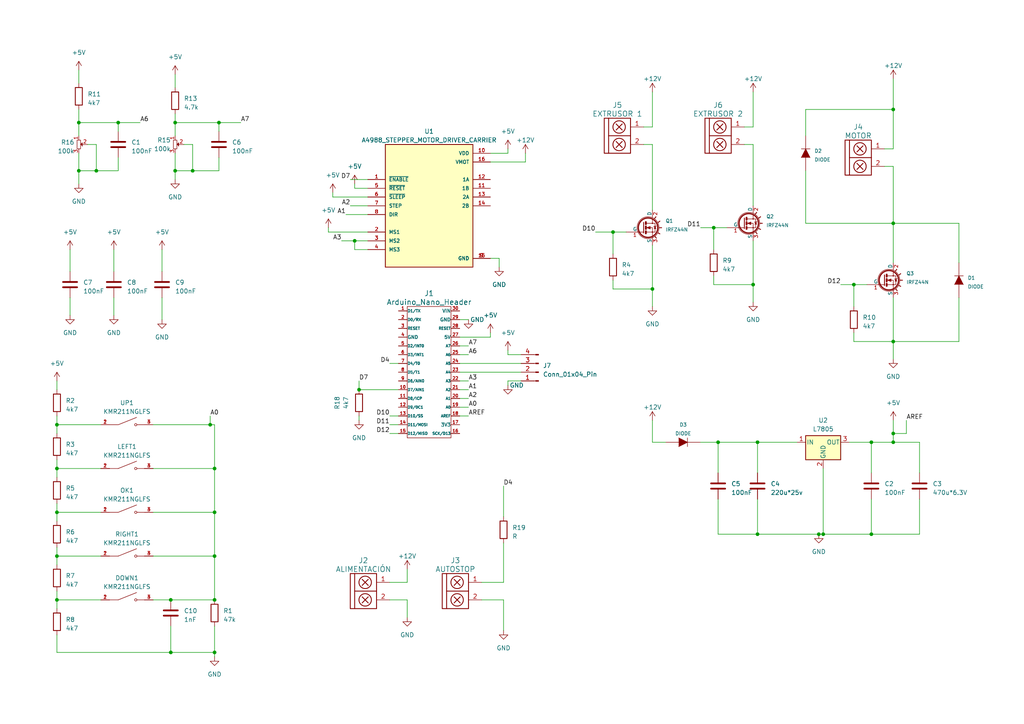
<source format=kicad_sch>
(kicad_sch (version 20230121) (generator eeschema)

  (uuid 2aeaf577-a89a-4fe4-ab24-2cd5e9ce8c2c)

  (paper "A4")

  (lib_symbols
    (symbol "A4988_STEPPER_MOTOR_DRIVER_CARRIER:A4988_STEPPER_MOTOR_DRIVER_CARRIER" (pin_names (offset 1.016)) (in_bom yes) (on_board yes)
      (property "Reference" "U" (at -12.7 19.05 0)
        (effects (font (size 1.27 1.27)) (justify left bottom))
      )
      (property "Value" "A4988_STEPPER_MOTOR_DRIVER_CARRIER" (at -12.7 -21.59 0)
        (effects (font (size 1.27 1.27)) (justify left bottom))
      )
      (property "Footprint" "A4988_STEPPER_MOTOR_DRIVER_CARRIER:MODULE_A4988_STEPPER_MOTOR_DRIVER_CARRIER" (at 0 0 0)
        (effects (font (size 1.27 1.27)) (justify bottom) hide)
      )
      (property "Datasheet" "" (at 0 0 0)
        (effects (font (size 1.27 1.27)) hide)
      )
      (property "MF" "Pololu" (at 0 0 0)
        (effects (font (size 1.27 1.27)) (justify bottom) hide)
      )
      (property "DESCRIPTION" "Stepper motor controler; IC: A4988; 1A; Uin mot: 8÷35V" (at 0 0 0)
        (effects (font (size 1.27 1.27)) (justify bottom) hide)
      )
      (property "PACKAGE" "None" (at 0 0 0)
        (effects (font (size 1.27 1.27)) (justify bottom) hide)
      )
      (property "PRICE" "None" (at 0 0 0)
        (effects (font (size 1.27 1.27)) (justify bottom) hide)
      )
      (property "Package" "None" (at 0 0 0)
        (effects (font (size 1.27 1.27)) (justify bottom) hide)
      )
      (property "Check_prices" "https://www.snapeda.com/parts/A4988%20STEPPER%20MOTOR%20DRIVER%20CARRIER/Pololu/view-part/?ref=eda" (at 0 0 0)
        (effects (font (size 1.27 1.27)) (justify bottom) hide)
      )
      (property "Price" "None" (at 0 0 0)
        (effects (font (size 1.27 1.27)) (justify bottom) hide)
      )
      (property "SnapEDA_Link" "https://www.snapeda.com/parts/A4988%20STEPPER%20MOTOR%20DRIVER%20CARRIER/Pololu/view-part/?ref=snap" (at 0 0 0)
        (effects (font (size 1.27 1.27)) (justify bottom) hide)
      )
      (property "MP" "A4988 STEPPER MOTOR DRIVER CARRIER" (at 0 0 0)
        (effects (font (size 1.27 1.27)) (justify bottom) hide)
      )
      (property "Availability" "Not in stock" (at 0 0 0)
        (effects (font (size 1.27 1.27)) (justify bottom) hide)
      )
      (property "AVAILABILITY" "Unavailable" (at 0 0 0)
        (effects (font (size 1.27 1.27)) (justify bottom) hide)
      )
      (property "Description" "\nStepper Motor Driver\n" (at 0 0 0)
        (effects (font (size 1.27 1.27)) (justify bottom) hide)
      )
      (symbol "A4988_STEPPER_MOTOR_DRIVER_CARRIER_0_0"
        (rectangle (start -12.7 -17.78) (end 12.7 17.78)
          (stroke (width 0.254) (type default))
          (fill (type background))
        )
        (pin input line (at -17.78 7.62 0) (length 5.08)
          (name "~{ENABLE}" (effects (font (size 1.016 1.016))))
          (number "1" (effects (font (size 1.016 1.016))))
        )
        (pin power_in line (at 17.78 15.24 180) (length 5.08)
          (name "VDD" (effects (font (size 1.016 1.016))))
          (number "10" (effects (font (size 1.016 1.016))))
        )
        (pin output line (at 17.78 5.08 180) (length 5.08)
          (name "1B" (effects (font (size 1.016 1.016))))
          (number "11" (effects (font (size 1.016 1.016))))
        )
        (pin output line (at 17.78 7.62 180) (length 5.08)
          (name "1A" (effects (font (size 1.016 1.016))))
          (number "12" (effects (font (size 1.016 1.016))))
        )
        (pin output line (at 17.78 2.54 180) (length 5.08)
          (name "2A" (effects (font (size 1.016 1.016))))
          (number "13" (effects (font (size 1.016 1.016))))
        )
        (pin output line (at 17.78 0 180) (length 5.08)
          (name "2B" (effects (font (size 1.016 1.016))))
          (number "14" (effects (font (size 1.016 1.016))))
        )
        (pin power_in line (at 17.78 -15.24 180) (length 5.08)
          (name "GND" (effects (font (size 1.016 1.016))))
          (number "15" (effects (font (size 1.016 1.016))))
        )
        (pin power_in line (at 17.78 12.7 180) (length 5.08)
          (name "VMOT" (effects (font (size 1.016 1.016))))
          (number "16" (effects (font (size 1.016 1.016))))
        )
        (pin input line (at -17.78 -7.62 0) (length 5.08)
          (name "MS1" (effects (font (size 1.016 1.016))))
          (number "2" (effects (font (size 1.016 1.016))))
        )
        (pin input line (at -17.78 -10.16 0) (length 5.08)
          (name "MS2" (effects (font (size 1.016 1.016))))
          (number "3" (effects (font (size 1.016 1.016))))
        )
        (pin input line (at -17.78 -12.7 0) (length 5.08)
          (name "MS3" (effects (font (size 1.016 1.016))))
          (number "4" (effects (font (size 1.016 1.016))))
        )
        (pin input line (at -17.78 5.08 0) (length 5.08)
          (name "~{RESET}" (effects (font (size 1.016 1.016))))
          (number "5" (effects (font (size 1.016 1.016))))
        )
        (pin input line (at -17.78 2.54 0) (length 5.08)
          (name "~{SLEEP}" (effects (font (size 1.016 1.016))))
          (number "6" (effects (font (size 1.016 1.016))))
        )
        (pin input line (at -17.78 0 0) (length 5.08)
          (name "STEP" (effects (font (size 1.016 1.016))))
          (number "7" (effects (font (size 1.016 1.016))))
        )
        (pin input line (at -17.78 -2.54 0) (length 5.08)
          (name "DIR" (effects (font (size 1.016 1.016))))
          (number "8" (effects (font (size 1.016 1.016))))
        )
        (pin power_in line (at 17.78 -15.24 180) (length 5.08)
          (name "GND" (effects (font (size 1.016 1.016))))
          (number "9" (effects (font (size 1.016 1.016))))
        )
      )
    )
    (symbol "Connector:Conn_01x04_Pin" (pin_names (offset 1.016) hide) (in_bom yes) (on_board yes)
      (property "Reference" "J" (at 0 5.08 0)
        (effects (font (size 1.27 1.27)))
      )
      (property "Value" "Conn_01x04_Pin" (at 0 -7.62 0)
        (effects (font (size 1.27 1.27)))
      )
      (property "Footprint" "" (at 0 0 0)
        (effects (font (size 1.27 1.27)) hide)
      )
      (property "Datasheet" "~" (at 0 0 0)
        (effects (font (size 1.27 1.27)) hide)
      )
      (property "ki_locked" "" (at 0 0 0)
        (effects (font (size 1.27 1.27)))
      )
      (property "ki_keywords" "connector" (at 0 0 0)
        (effects (font (size 1.27 1.27)) hide)
      )
      (property "ki_description" "Generic connector, single row, 01x04, script generated" (at 0 0 0)
        (effects (font (size 1.27 1.27)) hide)
      )
      (property "ki_fp_filters" "Connector*:*_1x??_*" (at 0 0 0)
        (effects (font (size 1.27 1.27)) hide)
      )
      (symbol "Conn_01x04_Pin_1_1"
        (polyline
          (pts
            (xy 1.27 -5.08)
            (xy 0.8636 -5.08)
          )
          (stroke (width 0.1524) (type default))
          (fill (type none))
        )
        (polyline
          (pts
            (xy 1.27 -2.54)
            (xy 0.8636 -2.54)
          )
          (stroke (width 0.1524) (type default))
          (fill (type none))
        )
        (polyline
          (pts
            (xy 1.27 0)
            (xy 0.8636 0)
          )
          (stroke (width 0.1524) (type default))
          (fill (type none))
        )
        (polyline
          (pts
            (xy 1.27 2.54)
            (xy 0.8636 2.54)
          )
          (stroke (width 0.1524) (type default))
          (fill (type none))
        )
        (rectangle (start 0.8636 -4.953) (end 0 -5.207)
          (stroke (width 0.1524) (type default))
          (fill (type outline))
        )
        (rectangle (start 0.8636 -2.413) (end 0 -2.667)
          (stroke (width 0.1524) (type default))
          (fill (type outline))
        )
        (rectangle (start 0.8636 0.127) (end 0 -0.127)
          (stroke (width 0.1524) (type default))
          (fill (type outline))
        )
        (rectangle (start 0.8636 2.667) (end 0 2.413)
          (stroke (width 0.1524) (type default))
          (fill (type outline))
        )
        (pin passive line (at 5.08 2.54 180) (length 3.81)
          (name "Pin_1" (effects (font (size 1.27 1.27))))
          (number "1" (effects (font (size 1.27 1.27))))
        )
        (pin passive line (at 5.08 0 180) (length 3.81)
          (name "Pin_2" (effects (font (size 1.27 1.27))))
          (number "2" (effects (font (size 1.27 1.27))))
        )
        (pin passive line (at 5.08 -2.54 180) (length 3.81)
          (name "Pin_3" (effects (font (size 1.27 1.27))))
          (number "3" (effects (font (size 1.27 1.27))))
        )
        (pin passive line (at 5.08 -5.08 180) (length 3.81)
          (name "Pin_4" (effects (font (size 1.27 1.27))))
          (number "4" (effects (font (size 1.27 1.27))))
        )
      )
    )
    (symbol "Device:C" (pin_numbers hide) (pin_names (offset 0.254)) (in_bom yes) (on_board yes)
      (property "Reference" "C" (at 0.635 2.54 0)
        (effects (font (size 1.27 1.27)) (justify left))
      )
      (property "Value" "C" (at 0.635 -2.54 0)
        (effects (font (size 1.27 1.27)) (justify left))
      )
      (property "Footprint" "" (at 0.9652 -3.81 0)
        (effects (font (size 1.27 1.27)) hide)
      )
      (property "Datasheet" "~" (at 0 0 0)
        (effects (font (size 1.27 1.27)) hide)
      )
      (property "ki_keywords" "cap capacitor" (at 0 0 0)
        (effects (font (size 1.27 1.27)) hide)
      )
      (property "ki_description" "Unpolarized capacitor" (at 0 0 0)
        (effects (font (size 1.27 1.27)) hide)
      )
      (property "ki_fp_filters" "C_*" (at 0 0 0)
        (effects (font (size 1.27 1.27)) hide)
      )
      (symbol "C_0_1"
        (polyline
          (pts
            (xy -2.032 -0.762)
            (xy 2.032 -0.762)
          )
          (stroke (width 0.508) (type default))
          (fill (type none))
        )
        (polyline
          (pts
            (xy -2.032 0.762)
            (xy 2.032 0.762)
          )
          (stroke (width 0.508) (type default))
          (fill (type none))
        )
      )
      (symbol "C_1_1"
        (pin passive line (at 0 3.81 270) (length 2.794)
          (name "~" (effects (font (size 1.27 1.27))))
          (number "1" (effects (font (size 1.27 1.27))))
        )
        (pin passive line (at 0 -3.81 90) (length 2.794)
          (name "~" (effects (font (size 1.27 1.27))))
          (number "2" (effects (font (size 1.27 1.27))))
        )
      )
    )
    (symbol "Device:R" (pin_numbers hide) (pin_names (offset 0)) (in_bom yes) (on_board yes)
      (property "Reference" "R" (at 2.032 0 90)
        (effects (font (size 1.27 1.27)))
      )
      (property "Value" "R" (at 0 0 90)
        (effects (font (size 1.27 1.27)))
      )
      (property "Footprint" "" (at -1.778 0 90)
        (effects (font (size 1.27 1.27)) hide)
      )
      (property "Datasheet" "~" (at 0 0 0)
        (effects (font (size 1.27 1.27)) hide)
      )
      (property "ki_keywords" "R res resistor" (at 0 0 0)
        (effects (font (size 1.27 1.27)) hide)
      )
      (property "ki_description" "Resistor" (at 0 0 0)
        (effects (font (size 1.27 1.27)) hide)
      )
      (property "ki_fp_filters" "R_*" (at 0 0 0)
        (effects (font (size 1.27 1.27)) hide)
      )
      (symbol "R_0_1"
        (rectangle (start -1.016 -2.54) (end 1.016 2.54)
          (stroke (width 0.254) (type default))
          (fill (type none))
        )
      )
      (symbol "R_1_1"
        (pin passive line (at 0 3.81 270) (length 1.27)
          (name "~" (effects (font (size 1.27 1.27))))
          (number "1" (effects (font (size 1.27 1.27))))
        )
        (pin passive line (at 0 -3.81 90) (length 1.27)
          (name "~" (effects (font (size 1.27 1.27))))
          (number "2" (effects (font (size 1.27 1.27))))
        )
      )
    )
    (symbol "EESTN5:Arduino_Nano_Header" (pin_names (offset 0.0254)) (in_bom yes) (on_board yes)
      (property "Reference" "J" (at 0 20.32 0)
        (effects (font (size 1.524 1.524)))
      )
      (property "Value" "Arduino_Nano_Header" (at 0 -20.32 0)
        (effects (font (size 1.524 1.524)))
      )
      (property "Footprint" "" (at 0 0 0)
        (effects (font (size 1.524 1.524)))
      )
      (property "Datasheet" "" (at 0 0 0)
        (effects (font (size 1.524 1.524)))
      )
      (symbol "Arduino_Nano_Header_0_1"
        (rectangle (start 6.35 -19.05) (end -6.35 19.05)
          (stroke (width 0) (type default))
          (fill (type none))
        )
      )
      (symbol "Arduino_Nano_Header_1_1"
        (pin passive line (at -8.89 17.78 0) (length 2.54)
          (name "D1/TX" (effects (font (size 0.7874 0.7874))))
          (number "1" (effects (font (size 0.889 0.889))))
        )
        (pin passive line (at -8.89 -5.08 0) (length 2.54)
          (name "D7/AIN1" (effects (font (size 0.762 0.762))))
          (number "10" (effects (font (size 0.889 0.889))))
        )
        (pin passive line (at -8.89 -7.62 0) (length 2.54)
          (name "D8/ICP" (effects (font (size 0.762 0.762))))
          (number "11" (effects (font (size 0.889 0.889))))
        )
        (pin passive line (at -8.89 -10.16 0) (length 2.54)
          (name "D9/0C1" (effects (font (size 0.762 0.762))))
          (number "12" (effects (font (size 0.889 0.889))))
        )
        (pin passive line (at -8.89 -12.7 0) (length 2.54)
          (name "D10/SS" (effects (font (size 0.762 0.762))))
          (number "13" (effects (font (size 0.889 0.889))))
        )
        (pin passive line (at -8.89 -15.24 0) (length 2.54)
          (name "D11/MOSI" (effects (font (size 0.762 0.762))))
          (number "14" (effects (font (size 0.889 0.889))))
        )
        (pin passive line (at -8.89 -17.78 0) (length 2.54)
          (name "D12/MISO" (effects (font (size 0.762 0.762))))
          (number "15" (effects (font (size 0.889 0.889))))
        )
        (pin passive line (at 8.89 -17.78 180) (length 2.54)
          (name "SCK/D13" (effects (font (size 0.762 0.762))))
          (number "16" (effects (font (size 0.889 0.889))))
        )
        (pin passive line (at 8.89 -15.24 180) (length 2.54)
          (name "3V3" (effects (font (size 0.9906 0.9906))))
          (number "17" (effects (font (size 0.889 0.889))))
        )
        (pin passive line (at 8.89 -12.7 180) (length 2.54)
          (name "AREF" (effects (font (size 0.762 0.762))))
          (number "18" (effects (font (size 0.889 0.889))))
        )
        (pin passive line (at 8.89 -10.16 180) (length 2.54)
          (name "A0" (effects (font (size 0.762 0.762))))
          (number "19" (effects (font (size 0.889 0.889))))
        )
        (pin passive line (at -8.89 15.24 0) (length 2.54)
          (name "D0/RX" (effects (font (size 0.7874 0.7874))))
          (number "2" (effects (font (size 0.889 0.889))))
        )
        (pin passive line (at 8.89 -7.62 180) (length 2.54)
          (name "A1" (effects (font (size 0.762 0.762))))
          (number "20" (effects (font (size 0.889 0.889))))
        )
        (pin passive line (at 8.89 -5.08 180) (length 2.54)
          (name "A2" (effects (font (size 0.762 0.762))))
          (number "21" (effects (font (size 0.889 0.889))))
        )
        (pin passive line (at 8.89 -2.54 180) (length 2.54)
          (name "A3" (effects (font (size 0.762 0.762))))
          (number "22" (effects (font (size 0.889 0.889))))
        )
        (pin passive line (at 8.89 0 180) (length 2.54)
          (name "A4" (effects (font (size 0.762 0.762))))
          (number "23" (effects (font (size 0.889 0.889))))
        )
        (pin passive line (at 8.89 2.54 180) (length 2.54)
          (name "A5" (effects (font (size 0.762 0.762))))
          (number "24" (effects (font (size 0.889 0.889))))
        )
        (pin passive line (at 8.89 5.08 180) (length 2.54)
          (name "A6" (effects (font (size 0.762 0.762))))
          (number "25" (effects (font (size 0.889 0.889))))
        )
        (pin passive line (at 8.89 7.62 180) (length 2.54)
          (name "A7" (effects (font (size 0.762 0.762))))
          (number "26" (effects (font (size 0.889 0.889))))
        )
        (pin passive line (at 8.89 10.16 180) (length 2.54)
          (name "5V" (effects (font (size 0.9906 0.9906))))
          (number "27" (effects (font (size 0.889 0.889))))
        )
        (pin passive line (at 8.89 12.7 180) (length 2.54)
          (name "RESET" (effects (font (size 0.762 0.762))))
          (number "28" (effects (font (size 0.889 0.889))))
        )
        (pin passive line (at 8.89 15.24 180) (length 2.54)
          (name "GND" (effects (font (size 0.9906 0.9906))))
          (number "29" (effects (font (size 0.889 0.889))))
        )
        (pin passive line (at -8.89 12.7 0) (length 2.54)
          (name "RESET" (effects (font (size 0.7874 0.7874))))
          (number "3" (effects (font (size 0.889 0.889))))
        )
        (pin passive line (at 8.89 17.78 180) (length 2.54)
          (name "VIN" (effects (font (size 0.9906 0.9906))))
          (number "30" (effects (font (size 0.889 0.889))))
        )
        (pin passive line (at -8.89 10.16 0) (length 2.54)
          (name "GND" (effects (font (size 0.9906 0.9906))))
          (number "4" (effects (font (size 0.889 0.889))))
        )
        (pin passive line (at -8.89 7.62 0) (length 2.54)
          (name "D2/INT0" (effects (font (size 0.762 0.762))))
          (number "5" (effects (font (size 0.889 0.889))))
        )
        (pin passive line (at -8.89 5.08 0) (length 2.54)
          (name "D3/INT1" (effects (font (size 0.762 0.762))))
          (number "6" (effects (font (size 0.889 0.889))))
        )
        (pin passive line (at -8.89 2.54 0) (length 2.54)
          (name "D4/T0" (effects (font (size 0.762 0.762))))
          (number "7" (effects (font (size 0.889 0.889))))
        )
        (pin passive line (at -8.89 0 0) (length 2.54)
          (name "D5/T1" (effects (font (size 0.762 0.762))))
          (number "8" (effects (font (size 0.889 0.889))))
        )
        (pin passive line (at -8.89 -2.54 0) (length 2.54)
          (name "D6/AIN0" (effects (font (size 0.762 0.762))))
          (number "9" (effects (font (size 0.889 0.889))))
        )
      )
    )
    (symbol "EESTN5:DIODE" (pin_numbers hide) (pin_names (offset 1.016) hide) (in_bom yes) (on_board yes)
      (property "Reference" "D" (at 0 2.54 0)
        (effects (font (size 1.016 1.016)))
      )
      (property "Value" "DIODE" (at 0 -2.54 0)
        (effects (font (size 1.016 1.016)))
      )
      (property "Footprint" "" (at 0 0 0)
        (effects (font (size 1.524 1.524)))
      )
      (property "Datasheet" "" (at 0 0 0)
        (effects (font (size 1.524 1.524)))
      )
      (property "ki_fp_filters" "D* S*" (at 0 0 0)
        (effects (font (size 1.27 1.27)) hide)
      )
      (symbol "DIODE_0_1"
        (polyline
          (pts
            (xy 1.27 1.27)
            (xy 1.27 -1.27)
          )
          (stroke (width 0.1524) (type default))
          (fill (type none))
        )
        (polyline
          (pts
            (xy -1.27 1.27)
            (xy 1.27 0)
            (xy -1.27 -1.27)
          )
          (stroke (width 0) (type default))
          (fill (type outline))
        )
      )
      (symbol "DIODE_1_1"
        (pin passive line (at -5.08 0 0) (length 3.81)
          (name "A" (effects (font (size 1.016 1.016))))
          (number "1" (effects (font (size 1.016 1.016))))
        )
        (pin passive line (at 5.08 0 180) (length 3.81)
          (name "K" (effects (font (size 1.016 1.016))))
          (number "2" (effects (font (size 1.016 1.016))))
        )
      )
    )
    (symbol "EESTN5:IRFZ44N" (pin_names (offset 0)) (in_bom yes) (on_board yes)
      (property "Reference" "Q" (at 0 -3.7592 0)
        (effects (font (size 1.016 1.016)) (justify right))
      )
      (property "Value" "IRFZ44N" (at 3.81 7.62 0)
        (effects (font (size 1.016 1.016)) (justify right))
      )
      (property "Footprint" "TO-220" (at -4.5466 2.5654 0)
        (effects (font (size 0.7366 0.7366)))
      )
      (property "Datasheet" "" (at 0 0 0)
        (effects (font (size 1.524 1.524)))
      )
      (property "ki_fp_filters" "TO220* SOT*" (at 0 0 0)
        (effects (font (size 1.27 1.27)) hide)
      )
      (symbol "IRFZ44N_0_1"
        (polyline
          (pts
            (xy 0.635 -1.016)
            (xy 0.635 -1.651)
          )
          (stroke (width 0.508) (type default))
          (fill (type none))
        )
        (polyline
          (pts
            (xy 0.635 0.381)
            (xy 0.635 -0.381)
          )
          (stroke (width 0.508) (type default))
          (fill (type none))
        )
        (polyline
          (pts
            (xy 0.635 1.651)
            (xy 0.635 1.016)
          )
          (stroke (width 0.508) (type default))
          (fill (type none))
        )
        (polyline
          (pts
            (xy 3.048 0.381)
            (xy 2.921 0.254)
          )
          (stroke (width 0) (type default))
          (fill (type none))
        )
        (polyline
          (pts
            (xy 3.048 0.381)
            (xy 3.556 0.381)
          )
          (stroke (width 0) (type default))
          (fill (type none))
        )
        (polyline
          (pts
            (xy 3.175 2.667)
            (xy 3.556 3.175)
          )
          (stroke (width 0.254) (type default))
          (fill (type none))
        )
        (polyline
          (pts
            (xy 3.302 -2.54)
            (xy 3.683 -3.048)
          )
          (stroke (width 0.254) (type default))
          (fill (type none))
        )
        (polyline
          (pts
            (xy 3.556 0.381)
            (xy 3.683 0.508)
          )
          (stroke (width 0) (type default))
          (fill (type none))
        )
        (polyline
          (pts
            (xy 4.191 -1.524)
            (xy 4.699 -1.778)
          )
          (stroke (width 0.254) (type default))
          (fill (type none))
        )
        (polyline
          (pts
            (xy 4.191 1.524)
            (xy 4.699 1.905)
          )
          (stroke (width 0.254) (type default))
          (fill (type none))
        )
        (polyline
          (pts
            (xy 4.572 0)
            (xy 5.207 0)
          )
          (stroke (width 0.254) (type default))
          (fill (type none))
        )
        (polyline
          (pts
            (xy 0 1.524)
            (xy 0 -1.524)
            (xy 0 -1.524)
          )
          (stroke (width 0.254) (type default))
          (fill (type none))
        )
        (polyline
          (pts
            (xy 0.762 -1.27)
            (xy 2.54 -1.27)
            (xy 2.54 -2.54)
            (xy 2.54 -2.54)
          )
          (stroke (width 0) (type default))
          (fill (type none))
        )
        (polyline
          (pts
            (xy 0.762 1.27)
            (xy 2.54 1.27)
            (xy 2.54 2.54)
            (xy 2.54 2.54)
          )
          (stroke (width 0) (type default))
          (fill (type none))
        )
        (polyline
          (pts
            (xy 2.54 1.27)
            (xy 3.302 1.27)
            (xy 3.302 -1.27)
            (xy 2.54 -1.27)
          )
          (stroke (width 0) (type default))
          (fill (type none))
        )
        (polyline
          (pts
            (xy 3.302 0.381)
            (xy 3.048 -0.254)
            (xy 3.556 -0.254)
            (xy 3.302 0.381)
          )
          (stroke (width 0) (type default))
          (fill (type outline))
        )
        (polyline
          (pts
            (xy 0.762 0)
            (xy 1.27 0)
            (xy 2.54 0)
            (xy 2.54 -1.27)
            (xy 2.54 -1.27)
          )
          (stroke (width 0) (type default))
          (fill (type none))
        )
        (polyline
          (pts
            (xy 0.889 0)
            (xy 1.905 0.381)
            (xy 1.905 -0.381)
            (xy 0.889 0)
            (xy 1.016 0)
            (xy 1.016 0)
          )
          (stroke (width 0) (type default))
          (fill (type outline))
        )
        (circle (center 1.27 0) (radius 2.8194)
          (stroke (width 0.3556) (type default))
          (fill (type none))
        )
        (circle (center 1.27 0) (radius 3.175)
          (stroke (width 0) (type default))
          (fill (type none))
        )
        (circle (center 2.54 -1.27) (radius 0.127)
          (stroke (width 0) (type default))
          (fill (type none))
        )
        (circle (center 2.54 1.27) (radius 0.127)
          (stroke (width 0) (type default))
          (fill (type none))
        )
      )
      (symbol "IRFZ44N_1_1"
        (pin input line (at -5.08 -1.27 0) (length 5.08)
          (name "G" (effects (font (size 1.016 1.016))))
          (number "1" (effects (font (size 1.016 1.016))))
        )
        (pin passive line (at 2.54 5.08 270) (length 2.032)
          (name "D" (effects (font (size 1.016 1.016))))
          (number "2" (effects (font (size 1.016 1.016))))
        )
        (pin passive line (at 2.54 -5.08 90) (length 2.54)
          (name "S" (effects (font (size 1.016 1.016))))
          (number "3" (effects (font (size 1.016 1.016))))
        )
      )
    )
    (symbol "EESTN5:POT" (pin_names (offset 1.016) hide) (in_bom yes) (on_board yes)
      (property "Reference" "R" (at 0 -1.27 0)
        (effects (font (size 1.27 1.27)))
      )
      (property "Value" "POT" (at 0 -3.81 0)
        (effects (font (size 1.27 1.27)))
      )
      (property "Footprint" "" (at 0 0 0)
        (effects (font (size 1.524 1.524)))
      )
      (property "Datasheet" "" (at 0 0 0)
        (effects (font (size 1.524 1.524)))
      )
      (property "ki_keywords" "R" (at 0 0 0)
        (effects (font (size 1.27 1.27)) hide)
      )
      (property "ki_description" "Trimmer" (at 0 0 0)
        (effects (font (size 1.27 1.27)) hide)
      )
      (property "ki_fp_filters" "POT*" (at 0 0 0)
        (effects (font (size 1.27 1.27)) hide)
      )
      (symbol "POT_0_0"
        (rectangle (start -1.27 0.508) (end 1.27 -0.508)
          (stroke (width 0) (type default))
          (fill (type none))
        )
      )
      (symbol "POT_0_1"
        (polyline
          (pts
            (xy 0 0.508)
            (xy -0.508 1.016)
            (xy 0.508 1.016)
          )
          (stroke (width 0) (type default))
          (fill (type outline))
        )
      )
      (symbol "POT_1_1"
        (pin passive line (at -2.54 0 0) (length 1.27)
          (name "1" (effects (font (size 1.016 1.016))))
          (number "1" (effects (font (size 1.016 1.016))))
        )
        (pin passive line (at 0 2.54 270) (length 1.524)
          (name "2" (effects (font (size 1.016 1.016))))
          (number "2" (effects (font (size 1.016 1.016))))
        )
        (pin passive line (at 2.54 0 180) (length 1.27)
          (name "3" (effects (font (size 1.016 1.016))))
          (number "3" (effects (font (size 1.016 1.016))))
        )
      )
    )
    (symbol "EESTN5:TB_1X2" (pin_names (offset 1.016)) (in_bom yes) (on_board yes)
      (property "Reference" "J" (at 0 7.62 0)
        (effects (font (size 1.524 1.524)))
      )
      (property "Value" "TB_1X2" (at 1.27 -7.62 0)
        (effects (font (size 1.524 1.524)))
      )
      (property "Footprint" "" (at -1.27 1.27 0)
        (effects (font (size 1.524 1.524)))
      )
      (property "Datasheet" "" (at -1.27 1.27 0)
        (effects (font (size 1.524 1.524)))
      )
      (property "ki_fp_filters" "BORNERA* TB*" (at 0 0 0)
        (effects (font (size 1.27 1.27)) hide)
      )
      (symbol "TB_1X2_0_1"
        (rectangle (start -2.54 5.08) (end 5.08 -5.08)
          (stroke (width 0.254) (type default))
          (fill (type none))
        )
        (polyline
          (pts
            (xy -1.27 0)
            (xy 5.08 0)
          )
          (stroke (width 0.254) (type default))
          (fill (type none))
        )
        (polyline
          (pts
            (xy -1.27 5.08)
            (xy -1.27 -5.08)
          )
          (stroke (width 0.254) (type default))
          (fill (type none))
        )
        (polyline
          (pts
            (xy 0.889 -3.429)
            (xy 2.667 -1.651)
          )
          (stroke (width 0.254) (type default))
          (fill (type none))
        )
        (polyline
          (pts
            (xy 0.889 -1.651)
            (xy 2.667 -3.429)
          )
          (stroke (width 0.254) (type default))
          (fill (type none))
        )
        (polyline
          (pts
            (xy 0.889 1.651)
            (xy 2.667 3.429)
          )
          (stroke (width 0.254) (type default))
          (fill (type none))
        )
        (polyline
          (pts
            (xy 0.889 3.429)
            (xy 2.667 1.651)
          )
          (stroke (width 0.254) (type default))
          (fill (type none))
        )
        (circle (center 1.778 -2.54) (radius 1.8034)
          (stroke (width 0.254) (type default))
          (fill (type none))
        )
        (circle (center 1.778 2.54) (radius 1.8034)
          (stroke (width 0.254) (type default))
          (fill (type none))
        )
      )
      (symbol "TB_1X2_1_1"
        (pin input line (at 8.89 2.54 180) (length 3.81)
          (name "~" (effects (font (size 1.27 1.27))))
          (number "1" (effects (font (size 1.27 1.27))))
        )
        (pin input line (at 8.89 -2.54 180) (length 3.81)
          (name "~" (effects (font (size 1.27 1.27))))
          (number "2" (effects (font (size 1.27 1.27))))
        )
      )
    )
    (symbol "KMR211NGLFS:KMR211NGLFS" (pin_names (offset 1.016)) (in_bom yes) (on_board yes)
      (property "Reference" "S" (at -2.54 2.54 0)
        (effects (font (size 1.27 1.27)) (justify left bottom))
      )
      (property "Value" "KMR211NGLFS" (at -2.54 -2.54 0)
        (effects (font (size 1.27 1.27)) (justify left top))
      )
      (property "Footprint" "KMR211NGLFS:SW_KMR211NGLFS" (at 0 0 0)
        (effects (font (size 1.27 1.27)) (justify bottom) hide)
      )
      (property "Datasheet" "" (at 0 0 0)
        (effects (font (size 1.27 1.27)) hide)
      )
      (property "MF" "C&K Components" (at 0 0 0)
        (effects (font (size 1.27 1.27)) (justify bottom) hide)
      )
      (property "MAXIMUM_PACKAGE_HEIGHT" "1.9 mm" (at 0 0 0)
        (effects (font (size 1.27 1.27)) (justify bottom) hide)
      )
      (property "Package" "None" (at 0 0 0)
        (effects (font (size 1.27 1.27)) (justify bottom) hide)
      )
      (property "Price" "None" (at 0 0 0)
        (effects (font (size 1.27 1.27)) (justify bottom) hide)
      )
      (property "Check_prices" "https://www.snapeda.com/parts/KMR211NGLFS/C%2526K+Components/view-part/?ref=eda" (at 0 0 0)
        (effects (font (size 1.27 1.27)) (justify bottom) hide)
      )
      (property "STANDARD" "Manufacturer Recommendations" (at 0 0 0)
        (effects (font (size 1.27 1.27)) (justify bottom) hide)
      )
      (property "PARTREV" "8 jun 16" (at 0 0 0)
        (effects (font (size 1.27 1.27)) (justify bottom) hide)
      )
      (property "SnapEDA_Link" "https://www.snapeda.com/parts/KMR211NGLFS/C%2526K+Components/view-part/?ref=snap" (at 0 0 0)
        (effects (font (size 1.27 1.27)) (justify bottom) hide)
      )
      (property "MP" "KMR211NGLFS" (at 0 0 0)
        (effects (font (size 1.27 1.27)) (justify bottom) hide)
      )
      (property "Purchase-URL" "https://www.snapeda.com/api/url_track_click_mouser/?unipart_id=561579&manufacturer=C&amp;K Components&part_name=KMR211NGLFS&search_term=None" (at 0 0 0)
        (effects (font (size 1.27 1.27)) (justify bottom) hide)
      )
      (property "Description" "\nTactile Switch SPST-NO Top Actuated Surface Mount\n" (at 0 0 0)
        (effects (font (size 1.27 1.27)) (justify bottom) hide)
      )
      (property "Availability" "In Stock" (at 0 0 0)
        (effects (font (size 1.27 1.27)) (justify bottom) hide)
      )
      (property "MANUFACTURER" "C&K" (at 0 0 0)
        (effects (font (size 1.27 1.27)) (justify bottom) hide)
      )
      (symbol "KMR211NGLFS_0_0"
        (polyline
          (pts
            (xy -2.54 0)
            (xy -5.08 0)
          )
          (stroke (width 0.1524) (type default))
          (fill (type none))
        )
        (polyline
          (pts
            (xy -2.54 0)
            (xy 2.794 2.1336)
          )
          (stroke (width 0.1524) (type default))
          (fill (type none))
        )
        (polyline
          (pts
            (xy 5.08 0)
            (xy 2.921 0)
          )
          (stroke (width 0.1524) (type default))
          (fill (type none))
        )
        (circle (center 2.54 0) (radius 0.3302)
          (stroke (width 0.1524) (type default))
          (fill (type none))
        )
        (pin passive line (at -7.62 0 0) (length 2.54)
          (name "~" (effects (font (size 1.016 1.016))))
          (number "1" (effects (font (size 1.016 1.016))))
        )
        (pin passive line (at -7.62 0 0) (length 2.54)
          (name "~" (effects (font (size 1.016 1.016))))
          (number "2" (effects (font (size 1.016 1.016))))
        )
        (pin passive line (at 7.62 0 180) (length 2.54)
          (name "~" (effects (font (size 1.016 1.016))))
          (number "3" (effects (font (size 1.016 1.016))))
        )
        (pin passive line (at 7.62 0 180) (length 2.54)
          (name "~" (effects (font (size 1.016 1.016))))
          (number "4" (effects (font (size 1.016 1.016))))
        )
      )
    )
    (symbol "Regulator_Linear:L7805" (pin_names (offset 0.254)) (in_bom yes) (on_board yes)
      (property "Reference" "U" (at -3.81 3.175 0)
        (effects (font (size 1.27 1.27)))
      )
      (property "Value" "L7805" (at 0 3.175 0)
        (effects (font (size 1.27 1.27)) (justify left))
      )
      (property "Footprint" "" (at 0.635 -3.81 0)
        (effects (font (size 1.27 1.27) italic) (justify left) hide)
      )
      (property "Datasheet" "http://www.st.com/content/ccc/resource/technical/document/datasheet/41/4f/b3/b0/12/d4/47/88/CD00000444.pdf/files/CD00000444.pdf/jcr:content/translations/en.CD00000444.pdf" (at 0 -1.27 0)
        (effects (font (size 1.27 1.27)) hide)
      )
      (property "ki_keywords" "Voltage Regulator 1.5A Positive" (at 0 0 0)
        (effects (font (size 1.27 1.27)) hide)
      )
      (property "ki_description" "Positive 1.5A 35V Linear Regulator, Fixed Output 5V, TO-220/TO-263/TO-252" (at 0 0 0)
        (effects (font (size 1.27 1.27)) hide)
      )
      (property "ki_fp_filters" "TO?252* TO?263* TO?220*" (at 0 0 0)
        (effects (font (size 1.27 1.27)) hide)
      )
      (symbol "L7805_0_1"
        (rectangle (start -5.08 1.905) (end 5.08 -5.08)
          (stroke (width 0.254) (type default))
          (fill (type background))
        )
      )
      (symbol "L7805_1_1"
        (pin power_in line (at -7.62 0 0) (length 2.54)
          (name "IN" (effects (font (size 1.27 1.27))))
          (number "1" (effects (font (size 1.27 1.27))))
        )
        (pin power_in line (at 0 -7.62 90) (length 2.54)
          (name "GND" (effects (font (size 1.27 1.27))))
          (number "2" (effects (font (size 1.27 1.27))))
        )
        (pin power_out line (at 7.62 0 180) (length 2.54)
          (name "OUT" (effects (font (size 1.27 1.27))))
          (number "3" (effects (font (size 1.27 1.27))))
        )
      )
    )
    (symbol "power:+12V" (power) (pin_names (offset 0)) (in_bom yes) (on_board yes)
      (property "Reference" "#PWR" (at 0 -3.81 0)
        (effects (font (size 1.27 1.27)) hide)
      )
      (property "Value" "+12V" (at 0 3.556 0)
        (effects (font (size 1.27 1.27)))
      )
      (property "Footprint" "" (at 0 0 0)
        (effects (font (size 1.27 1.27)) hide)
      )
      (property "Datasheet" "" (at 0 0 0)
        (effects (font (size 1.27 1.27)) hide)
      )
      (property "ki_keywords" "global power" (at 0 0 0)
        (effects (font (size 1.27 1.27)) hide)
      )
      (property "ki_description" "Power symbol creates a global label with name \"+12V\"" (at 0 0 0)
        (effects (font (size 1.27 1.27)) hide)
      )
      (symbol "+12V_0_1"
        (polyline
          (pts
            (xy -0.762 1.27)
            (xy 0 2.54)
          )
          (stroke (width 0) (type default))
          (fill (type none))
        )
        (polyline
          (pts
            (xy 0 0)
            (xy 0 2.54)
          )
          (stroke (width 0) (type default))
          (fill (type none))
        )
        (polyline
          (pts
            (xy 0 2.54)
            (xy 0.762 1.27)
          )
          (stroke (width 0) (type default))
          (fill (type none))
        )
      )
      (symbol "+12V_1_1"
        (pin power_in line (at 0 0 90) (length 0) hide
          (name "+12V" (effects (font (size 1.27 1.27))))
          (number "1" (effects (font (size 1.27 1.27))))
        )
      )
    )
    (symbol "power:+5V" (power) (pin_names (offset 0)) (in_bom yes) (on_board yes)
      (property "Reference" "#PWR" (at 0 -3.81 0)
        (effects (font (size 1.27 1.27)) hide)
      )
      (property "Value" "+5V" (at 0 3.556 0)
        (effects (font (size 1.27 1.27)))
      )
      (property "Footprint" "" (at 0 0 0)
        (effects (font (size 1.27 1.27)) hide)
      )
      (property "Datasheet" "" (at 0 0 0)
        (effects (font (size 1.27 1.27)) hide)
      )
      (property "ki_keywords" "global power" (at 0 0 0)
        (effects (font (size 1.27 1.27)) hide)
      )
      (property "ki_description" "Power symbol creates a global label with name \"+5V\"" (at 0 0 0)
        (effects (font (size 1.27 1.27)) hide)
      )
      (symbol "+5V_0_1"
        (polyline
          (pts
            (xy -0.762 1.27)
            (xy 0 2.54)
          )
          (stroke (width 0) (type default))
          (fill (type none))
        )
        (polyline
          (pts
            (xy 0 0)
            (xy 0 2.54)
          )
          (stroke (width 0) (type default))
          (fill (type none))
        )
        (polyline
          (pts
            (xy 0 2.54)
            (xy 0.762 1.27)
          )
          (stroke (width 0) (type default))
          (fill (type none))
        )
      )
      (symbol "+5V_1_1"
        (pin power_in line (at 0 0 90) (length 0) hide
          (name "+5V" (effects (font (size 1.27 1.27))))
          (number "1" (effects (font (size 1.27 1.27))))
        )
      )
    )
    (symbol "power:GND" (power) (pin_names (offset 0)) (in_bom yes) (on_board yes)
      (property "Reference" "#PWR" (at 0 -6.35 0)
        (effects (font (size 1.27 1.27)) hide)
      )
      (property "Value" "GND" (at 0 -3.81 0)
        (effects (font (size 1.27 1.27)))
      )
      (property "Footprint" "" (at 0 0 0)
        (effects (font (size 1.27 1.27)) hide)
      )
      (property "Datasheet" "" (at 0 0 0)
        (effects (font (size 1.27 1.27)) hide)
      )
      (property "ki_keywords" "global power" (at 0 0 0)
        (effects (font (size 1.27 1.27)) hide)
      )
      (property "ki_description" "Power symbol creates a global label with name \"GND\" , ground" (at 0 0 0)
        (effects (font (size 1.27 1.27)) hide)
      )
      (symbol "GND_0_1"
        (polyline
          (pts
            (xy 0 0)
            (xy 0 -1.27)
            (xy 1.27 -1.27)
            (xy 0 -2.54)
            (xy -1.27 -1.27)
            (xy 0 -1.27)
          )
          (stroke (width 0) (type default))
          (fill (type none))
        )
      )
      (symbol "GND_1_1"
        (pin power_in line (at 0 0 270) (length 0) hide
          (name "GND" (effects (font (size 1.27 1.27))))
          (number "1" (effects (font (size 1.27 1.27))))
        )
      )
    )
  )

  (junction (at 237.49 154.94) (diameter 0) (color 0 0 0 0)
    (uuid 007fca27-bd3b-447c-96c9-c5a404ee7e87)
  )
  (junction (at 218.44 82.55) (diameter 0) (color 0 0 0 0)
    (uuid 06b4ff99-9c8f-4966-832c-5a27e66f5ca1)
  )
  (junction (at 22.86 35.56) (diameter 0) (color 0 0 0 0)
    (uuid 07db777f-3228-47d0-aae9-b77a70f8f5df)
  )
  (junction (at 49.53 189.23) (diameter 0) (color 0 0 0 0)
    (uuid 0fe368d7-a702-4636-a651-4855f30a6fe1)
  )
  (junction (at 16.51 148.59) (diameter 0) (color 0 0 0 0)
    (uuid 12df1f6e-0fb7-4b2e-bfac-77c0f4989cbb)
  )
  (junction (at 238.76 154.94) (diameter 0) (color 0 0 0 0)
    (uuid 1630715e-f72a-421a-a661-b06155aeccd1)
  )
  (junction (at 259.08 125.73) (diameter 0) (color 0 0 0 0)
    (uuid 206bfbc9-428e-4b6a-b945-ff3c6102228a)
  )
  (junction (at 259.08 99.06) (diameter 0) (color 0 0 0 0)
    (uuid 236e475a-d7a7-4612-b021-ed7d843f9443)
  )
  (junction (at 49.53 173.99) (diameter 0) (color 0 0 0 0)
    (uuid 2da80eb6-3e7c-4389-8a28-dbd574678d44)
  )
  (junction (at 102.87 69.85) (diameter 0) (color 0 0 0 0)
    (uuid 2ecf5945-885f-426b-8465-a1ee5f76292b)
  )
  (junction (at 60.96 123.19) (diameter 0) (color 0 0 0 0)
    (uuid 33e6977f-2c30-40a0-810d-9a55a35fb523)
  )
  (junction (at 177.8 67.31) (diameter 0) (color 0 0 0 0)
    (uuid 353f846d-23f7-4ebd-893a-c4970fe1f9d3)
  )
  (junction (at 16.51 135.89) (diameter 0) (color 0 0 0 0)
    (uuid 37c9a785-4cf4-4155-b579-ddddd9f73a35)
  )
  (junction (at 62.23 148.59) (diameter 0) (color 0 0 0 0)
    (uuid 39075fe7-7f1c-4887-b693-bc8f65a63e3f)
  )
  (junction (at 259.08 128.27) (diameter 0) (color 0 0 0 0)
    (uuid 583d71c5-3a79-4539-be6c-9e006343dabe)
  )
  (junction (at 50.8 35.56) (diameter 0) (color 0 0 0 0)
    (uuid 59b17af8-5163-41b0-8de3-a210c63ca51b)
  )
  (junction (at 208.28 128.27) (diameter 0) (color 0 0 0 0)
    (uuid 5b36bc7e-fe27-4bfb-84c2-19eb9f2ea3d5)
  )
  (junction (at 189.23 83.82) (diameter 0) (color 0 0 0 0)
    (uuid 5dd4cbf0-b255-4659-854e-a3e11e3f2ff6)
  )
  (junction (at 22.86 49.53) (diameter 0) (color 0 0 0 0)
    (uuid 5e606817-e266-4002-8c18-adebaec4fe05)
  )
  (junction (at 62.23 173.99) (diameter 0) (color 0 0 0 0)
    (uuid 5e8886de-dfc6-4c87-a483-36756772c2bb)
  )
  (junction (at 16.51 161.29) (diameter 0) (color 0 0 0 0)
    (uuid 633350ef-5387-426e-b70f-606e29cb448b)
  )
  (junction (at 50.8 49.53) (diameter 0) (color 0 0 0 0)
    (uuid 67c4aefa-7c3a-43fc-9bc8-104dbc679ae3)
  )
  (junction (at 219.71 128.27) (diameter 0) (color 0 0 0 0)
    (uuid 75182418-f953-4eb0-a724-8b176384d165)
  )
  (junction (at 252.73 128.27) (diameter 0) (color 0 0 0 0)
    (uuid 7578255f-b3ea-4c6c-8a7c-a5cfc65c798e)
  )
  (junction (at 27.94 49.53) (diameter 0) (color 0 0 0 0)
    (uuid 7d1a9db6-3bd5-4278-9d1d-b3bb41f7eaff)
  )
  (junction (at 16.51 173.99) (diameter 0) (color 0 0 0 0)
    (uuid 809c5ab6-f1cb-4620-93c7-931a36e7d96e)
  )
  (junction (at 247.65 82.55) (diameter 0) (color 0 0 0 0)
    (uuid 8406eaa0-f948-44bb-a255-f7874d98a9e5)
  )
  (junction (at 16.51 123.19) (diameter 0) (color 0 0 0 0)
    (uuid 84f7d024-36f8-4be0-b836-e43effc91f2c)
  )
  (junction (at 62.23 161.29) (diameter 0) (color 0 0 0 0)
    (uuid 8d71ff47-2e1e-4273-b372-82dd99061fea)
  )
  (junction (at 62.23 189.23) (diameter 0) (color 0 0 0 0)
    (uuid 9918d4c2-7772-4f99-8997-5a1465edf302)
  )
  (junction (at 55.88 49.53) (diameter 0) (color 0 0 0 0)
    (uuid a8bbf7b4-c0bb-406b-9fcc-8f7027be3f08)
  )
  (junction (at 63.5 35.56) (diameter 0) (color 0 0 0 0)
    (uuid b172650e-6326-422e-a3fa-e458a8f5dbed)
  )
  (junction (at 34.29 35.56) (diameter 0) (color 0 0 0 0)
    (uuid beee3402-e32e-4456-a6b1-9ad946f2232f)
  )
  (junction (at 259.08 31.75) (diameter 0) (color 0 0 0 0)
    (uuid c05c567b-a716-40e7-875d-1a8d800bc5a9)
  )
  (junction (at 252.73 154.94) (diameter 0) (color 0 0 0 0)
    (uuid c0c13404-5dcc-430b-9dc0-e9721cf5273d)
  )
  (junction (at 207.01 66.04) (diameter 0) (color 0 0 0 0)
    (uuid cb14171b-628e-47bb-922e-a1803ddd4c58)
  )
  (junction (at 259.08 64.77) (diameter 0) (color 0 0 0 0)
    (uuid d34db4a2-4232-4493-84e5-8cdf0fd636b7)
  )
  (junction (at 104.14 113.03) (diameter 0) (color 0 0 0 0)
    (uuid f416db3e-321e-4ada-a917-43821297ccbd)
  )
  (junction (at 219.71 154.94) (diameter 0) (color 0 0 0 0)
    (uuid f92f520d-ea05-4d92-bcbd-ec51f19032a8)
  )
  (junction (at 62.23 135.89) (diameter 0) (color 0 0 0 0)
    (uuid fc1b9108-ff6e-4c22-b485-51483b568587)
  )

  (wire (pts (xy 100.33 62.23) (xy 106.68 62.23))
    (stroke (width 0) (type default))
    (uuid 0171b973-fdbf-4c9f-8d6d-25565378c472)
  )
  (wire (pts (xy 259.08 86.36) (xy 259.08 99.06))
    (stroke (width 0) (type default))
    (uuid 01eac5ad-320f-4076-9776-87ac0c571086)
  )
  (wire (pts (xy 62.23 135.89) (xy 62.23 148.59))
    (stroke (width 0) (type default))
    (uuid 039fe2c6-5a44-4fcd-8a62-337d791c129f)
  )
  (wire (pts (xy 16.51 148.59) (xy 16.51 151.13))
    (stroke (width 0) (type default))
    (uuid 03b15e69-ba7b-4307-ba39-dd01c728684d)
  )
  (wire (pts (xy 218.44 26.67) (xy 218.44 36.83))
    (stroke (width 0) (type default))
    (uuid 04012b45-e78c-4fed-a988-9cc67e5c9f49)
  )
  (wire (pts (xy 133.35 102.87) (xy 135.89 102.87))
    (stroke (width 0) (type default))
    (uuid 0483f499-e332-447a-95f8-dce4025ca86d)
  )
  (wire (pts (xy 113.03 173.99) (xy 118.11 173.99))
    (stroke (width 0) (type default))
    (uuid 05763654-fb96-46ec-bb3c-95d4f05e3767)
  )
  (wire (pts (xy 113.03 123.19) (xy 115.57 123.19))
    (stroke (width 0) (type default))
    (uuid 07d5dda3-e99a-4b4a-8a55-8aacf3cda72c)
  )
  (wire (pts (xy 147.32 44.45) (xy 147.32 43.18))
    (stroke (width 0) (type default))
    (uuid 08179db7-2968-4a45-bfe6-850fc6da6c8e)
  )
  (wire (pts (xy 252.73 144.78) (xy 252.73 154.94))
    (stroke (width 0) (type default))
    (uuid 08734bff-c470-4cd7-8a04-538e3100d337)
  )
  (wire (pts (xy 22.86 20.32) (xy 22.86 24.13))
    (stroke (width 0) (type default))
    (uuid 08fc2d2f-d3ca-4758-ae73-79434cb79c5d)
  )
  (wire (pts (xy 133.35 100.33) (xy 135.89 100.33))
    (stroke (width 0) (type default))
    (uuid 09f4258d-5328-4b4a-97eb-833211338fed)
  )
  (wire (pts (xy 133.35 115.57) (xy 135.89 115.57))
    (stroke (width 0) (type default))
    (uuid 0b532a8d-3f42-486c-8472-717d85a878ea)
  )
  (wire (pts (xy 60.96 120.65) (xy 60.96 123.19))
    (stroke (width 0) (type default))
    (uuid 0c13eaff-4906-4432-bb41-ee601bd26d61)
  )
  (wire (pts (xy 259.08 99.06) (xy 259.08 104.14))
    (stroke (width 0) (type default))
    (uuid 0e37cc35-57d9-4fa0-b52c-176f9b392f8d)
  )
  (wire (pts (xy 259.08 31.75) (xy 259.08 22.86))
    (stroke (width 0) (type default))
    (uuid 0ed4517f-0ea3-4526-9d54-a10b76d67a04)
  )
  (wire (pts (xy 218.44 69.85) (xy 218.44 82.55))
    (stroke (width 0) (type default))
    (uuid 0ed4e21f-2736-4b31-a25f-eac29c110147)
  )
  (wire (pts (xy 262.89 125.73) (xy 259.08 125.73))
    (stroke (width 0) (type default))
    (uuid 0f693c36-1651-4de7-b1f1-43b08e05995f)
  )
  (wire (pts (xy 16.51 161.29) (xy 29.21 161.29))
    (stroke (width 0) (type default))
    (uuid 149ac62d-bdd6-4640-ad89-8de193e16c38)
  )
  (wire (pts (xy 16.51 148.59) (xy 29.21 148.59))
    (stroke (width 0) (type default))
    (uuid 161938c0-ca8c-4823-98ee-d1d65bafe005)
  )
  (wire (pts (xy 22.86 31.75) (xy 22.86 35.56))
    (stroke (width 0) (type default))
    (uuid 16663632-43d4-4af9-a544-b80cd55cb2fb)
  )
  (wire (pts (xy 16.51 123.19) (xy 16.51 125.73))
    (stroke (width 0) (type default))
    (uuid 1758964f-3b52-42a4-9799-a0ebca326a84)
  )
  (wire (pts (xy 34.29 45.72) (xy 34.29 49.53))
    (stroke (width 0) (type default))
    (uuid 17b42464-8d9e-4fc8-8e77-6c61b21313f8)
  )
  (wire (pts (xy 147.32 102.87) (xy 147.32 101.6))
    (stroke (width 0) (type default))
    (uuid 17bcecec-2fe4-46e1-8fcf-44961dbbf416)
  )
  (wire (pts (xy 49.53 189.23) (xy 62.23 189.23))
    (stroke (width 0) (type default))
    (uuid 19d427ce-5d88-4519-b1fa-3eb261d88f17)
  )
  (wire (pts (xy 219.71 144.78) (xy 219.71 154.94))
    (stroke (width 0) (type default))
    (uuid 1b6cb368-456f-4a0d-ac08-3b9d98ca1e16)
  )
  (wire (pts (xy 49.53 173.99) (xy 62.23 173.99))
    (stroke (width 0) (type default))
    (uuid 1c724146-0612-4387-9b23-e72b87c6fd4b)
  )
  (wire (pts (xy 238.76 154.94) (xy 252.73 154.94))
    (stroke (width 0) (type default))
    (uuid 20035f0d-a52a-4631-8d85-6b143b1e386c)
  )
  (wire (pts (xy 207.01 80.01) (xy 207.01 82.55))
    (stroke (width 0) (type default))
    (uuid 20ac7463-fbaa-443b-9899-cebd991de00b)
  )
  (wire (pts (xy 208.28 128.27) (xy 219.71 128.27))
    (stroke (width 0) (type default))
    (uuid 235c86d1-86a6-4ced-9813-fca98f33a5dc)
  )
  (wire (pts (xy 278.13 86.36) (xy 278.13 99.06))
    (stroke (width 0) (type default))
    (uuid 2518a13f-f966-45d9-9508-04c62cbc07f2)
  )
  (wire (pts (xy 22.86 44.45) (xy 22.86 49.53))
    (stroke (width 0) (type default))
    (uuid 2886e2ea-2957-4233-8393-926c7a596cad)
  )
  (wire (pts (xy 133.35 107.95) (xy 151.13 107.95))
    (stroke (width 0) (type default))
    (uuid 29ec2ff1-d705-489c-b848-51e804deb9b8)
  )
  (wire (pts (xy 259.08 128.27) (xy 266.7 128.27))
    (stroke (width 0) (type default))
    (uuid 2b9556e6-760f-420a-92ef-97313e86f40b)
  )
  (wire (pts (xy 142.24 44.45) (xy 147.32 44.45))
    (stroke (width 0) (type default))
    (uuid 2ed32ee4-f163-40af-9b35-536d063b0d7f)
  )
  (wire (pts (xy 133.35 92.71) (xy 135.89 92.71))
    (stroke (width 0) (type default))
    (uuid 2eefccfa-ebd4-471c-b741-18e8faf4ee87)
  )
  (wire (pts (xy 55.88 41.91) (xy 55.88 49.53))
    (stroke (width 0) (type default))
    (uuid 2feeb7b4-62ca-4be2-89d5-1e8be7d5cb11)
  )
  (wire (pts (xy 247.65 96.52) (xy 247.65 99.06))
    (stroke (width 0) (type default))
    (uuid 303fa192-b8cc-40a7-81b3-0b0348d809b8)
  )
  (wire (pts (xy 219.71 154.94) (xy 237.49 154.94))
    (stroke (width 0) (type default))
    (uuid 308e5d1b-47c6-4a34-9539-191687ae7b27)
  )
  (wire (pts (xy 219.71 128.27) (xy 219.71 137.16))
    (stroke (width 0) (type default))
    (uuid 3213a976-69ff-4c52-94b2-8d4a2a70903f)
  )
  (wire (pts (xy 16.51 158.75) (xy 16.51 161.29))
    (stroke (width 0) (type default))
    (uuid 34ad87ea-7cdf-4e8b-894d-e326a0ad25b8)
  )
  (wire (pts (xy 266.7 137.16) (xy 266.7 128.27))
    (stroke (width 0) (type default))
    (uuid 3592016c-bd24-4f73-b534-8dbc6630e855)
  )
  (wire (pts (xy 16.51 146.05) (xy 16.51 148.59))
    (stroke (width 0) (type default))
    (uuid 36369cb0-9e1b-41a5-8446-f41e202c4dbe)
  )
  (wire (pts (xy 16.51 173.99) (xy 29.21 173.99))
    (stroke (width 0) (type default))
    (uuid 368b5ba3-68d1-40e9-8b71-89bdc3b791cf)
  )
  (wire (pts (xy 63.5 45.72) (xy 63.5 49.53))
    (stroke (width 0) (type default))
    (uuid 38775311-7ea2-4638-94ca-d13a52751f6a)
  )
  (wire (pts (xy 63.5 38.1) (xy 63.5 35.56))
    (stroke (width 0) (type default))
    (uuid 398f6dd0-bd78-4865-a1a0-521e631056b1)
  )
  (wire (pts (xy 102.87 72.39) (xy 102.87 69.85))
    (stroke (width 0) (type default))
    (uuid 3b1a2c12-41cb-4ee6-b629-a48dffb4625e)
  )
  (wire (pts (xy 50.8 49.53) (xy 50.8 52.07))
    (stroke (width 0) (type default))
    (uuid 3c3aef9d-a651-426e-8d36-e2fd0fcb47fd)
  )
  (wire (pts (xy 104.14 110.49) (xy 104.14 113.03))
    (stroke (width 0) (type default))
    (uuid 3d23d60d-d891-4552-ad5e-24b3017fad68)
  )
  (wire (pts (xy 243.84 82.55) (xy 247.65 82.55))
    (stroke (width 0) (type default))
    (uuid 3d560f3e-7a34-4229-9bd9-c3e9e933a814)
  )
  (wire (pts (xy 193.04 128.27) (xy 189.23 128.27))
    (stroke (width 0) (type default))
    (uuid 3fa7d57b-4009-4065-b7d2-a6ede4de2645)
  )
  (wire (pts (xy 151.13 110.49) (xy 147.32 110.49))
    (stroke (width 0) (type default))
    (uuid 4072ea69-bcbc-4fb5-ae0d-19fec0918943)
  )
  (wire (pts (xy 218.44 36.83) (xy 215.9 36.83))
    (stroke (width 0) (type default))
    (uuid 40b09d9d-2234-48a0-915d-4ac40a7d6dc1)
  )
  (wire (pts (xy 133.35 105.41) (xy 151.13 105.41))
    (stroke (width 0) (type default))
    (uuid 4245dcd4-4c0c-456a-9b1c-4d365a199a2c)
  )
  (wire (pts (xy 252.73 154.94) (xy 266.7 154.94))
    (stroke (width 0) (type default))
    (uuid 4587fdab-4307-4df8-9a0a-3ad717536499)
  )
  (wire (pts (xy 247.65 82.55) (xy 251.46 82.55))
    (stroke (width 0) (type default))
    (uuid 471995c8-7fbf-4c9c-ab8c-477bb7f2daeb)
  )
  (wire (pts (xy 259.08 48.26) (xy 256.54 48.26))
    (stroke (width 0) (type default))
    (uuid 4a390098-5e61-4eba-84b1-9b4c880c6f0d)
  )
  (wire (pts (xy 113.03 168.91) (xy 118.11 168.91))
    (stroke (width 0) (type default))
    (uuid 4c07ba17-236d-46ca-8b6d-1dd993692f2b)
  )
  (wire (pts (xy 25.4 41.91) (xy 27.94 41.91))
    (stroke (width 0) (type default))
    (uuid 4e56fc43-c62d-49fb-a4b1-9bcb6b9e9f74)
  )
  (wire (pts (xy 233.68 49.53) (xy 233.68 64.77))
    (stroke (width 0) (type default))
    (uuid 50b5311f-dd33-4721-b30d-2cc6a02c1ec6)
  )
  (wire (pts (xy 44.45 123.19) (xy 60.96 123.19))
    (stroke (width 0) (type default))
    (uuid 52709ca5-491d-4820-85eb-de20f7b4c417)
  )
  (wire (pts (xy 102.87 54.61) (xy 102.87 53.34))
    (stroke (width 0) (type default))
    (uuid 530f0a9b-0fce-4b52-a7ab-a02defbce8f1)
  )
  (wire (pts (xy 101.6 52.07) (xy 106.68 52.07))
    (stroke (width 0) (type default))
    (uuid 535ff86a-d633-4e45-9fd4-31830bdfdf1d)
  )
  (wire (pts (xy 63.5 49.53) (xy 55.88 49.53))
    (stroke (width 0) (type default))
    (uuid 5366a2b8-a6ed-43f8-bf3e-4f8eb7eb3d2e)
  )
  (wire (pts (xy 102.87 69.85) (xy 106.68 69.85))
    (stroke (width 0) (type default))
    (uuid 5553d8d6-d165-4a22-831a-9f971538bd0a)
  )
  (wire (pts (xy 177.8 67.31) (xy 177.8 73.66))
    (stroke (width 0) (type default))
    (uuid 55c9428f-0bfd-4204-b1c2-fcbc5d641523)
  )
  (wire (pts (xy 208.28 154.94) (xy 219.71 154.94))
    (stroke (width 0) (type default))
    (uuid 568fb39f-303d-42e4-abc7-1b766d4e9e19)
  )
  (wire (pts (xy 189.23 71.12) (xy 189.23 83.82))
    (stroke (width 0) (type default))
    (uuid 5712d848-231b-4029-8f9e-c02219d0cd9b)
  )
  (wire (pts (xy 247.65 99.06) (xy 259.08 99.06))
    (stroke (width 0) (type default))
    (uuid 57e9223b-9a55-488c-be2d-433af99cd297)
  )
  (wire (pts (xy 16.51 110.49) (xy 16.51 113.03))
    (stroke (width 0) (type default))
    (uuid 58733aef-c6d2-4d59-a0a1-1b658fd461d3)
  )
  (wire (pts (xy 34.29 38.1) (xy 34.29 35.56))
    (stroke (width 0) (type default))
    (uuid 5989e771-7ee7-4c39-83b3-29be2385a69b)
  )
  (wire (pts (xy 219.71 128.27) (xy 231.14 128.27))
    (stroke (width 0) (type default))
    (uuid 5d960f6c-1ec3-40a3-ac5d-54532543256e)
  )
  (wire (pts (xy 233.68 31.75) (xy 259.08 31.75))
    (stroke (width 0) (type default))
    (uuid 5e8b63f3-3fdf-4680-98b3-b093f1b02be4)
  )
  (wire (pts (xy 189.23 41.91) (xy 186.69 41.91))
    (stroke (width 0) (type default))
    (uuid 5fe19d18-0251-46ec-b9ef-db96db95ecf4)
  )
  (wire (pts (xy 151.13 102.87) (xy 147.32 102.87))
    (stroke (width 0) (type default))
    (uuid 60451680-7d43-4061-a268-e1c7df3ce76f)
  )
  (wire (pts (xy 189.23 128.27) (xy 189.23 121.92))
    (stroke (width 0) (type default))
    (uuid 61894a9e-4b08-4e76-ad50-da18324eb8d4)
  )
  (wire (pts (xy 207.01 66.04) (xy 210.82 66.04))
    (stroke (width 0) (type default))
    (uuid 6356cd9f-066d-4771-8f0a-850b246c8c73)
  )
  (wire (pts (xy 50.8 44.45) (xy 50.8 49.53))
    (stroke (width 0) (type default))
    (uuid 63aab67c-7df3-4c12-a67b-2e9281bc3b3b)
  )
  (wire (pts (xy 44.45 135.89) (xy 62.23 135.89))
    (stroke (width 0) (type default))
    (uuid 63d2d988-c0ed-4717-8723-06c59c7e8660)
  )
  (wire (pts (xy 53.34 41.91) (xy 55.88 41.91))
    (stroke (width 0) (type default))
    (uuid 64266a20-0b6e-4cff-aa5d-c84e65e9c1aa)
  )
  (wire (pts (xy 34.29 35.56) (xy 22.86 35.56))
    (stroke (width 0) (type default))
    (uuid 64614558-6efc-4c3e-aade-19452d134bb5)
  )
  (wire (pts (xy 256.54 43.18) (xy 259.08 43.18))
    (stroke (width 0) (type default))
    (uuid 670c3ba3-c2a2-463c-a447-53710794a604)
  )
  (wire (pts (xy 16.51 123.19) (xy 29.21 123.19))
    (stroke (width 0) (type default))
    (uuid 68e79dea-8285-4c5d-b6c0-e0585ee7d4a2)
  )
  (wire (pts (xy 20.32 72.39) (xy 20.32 78.74))
    (stroke (width 0) (type default))
    (uuid 6fb44145-bb45-480c-9a0a-1f90597f5bf3)
  )
  (wire (pts (xy 177.8 67.31) (xy 181.61 67.31))
    (stroke (width 0) (type default))
    (uuid 7350a2fe-dd43-4d9d-9f87-ed95b34109f8)
  )
  (wire (pts (xy 49.53 181.61) (xy 49.53 189.23))
    (stroke (width 0) (type default))
    (uuid 737fa500-d4d5-4613-bdc2-6ac58ccc443c)
  )
  (wire (pts (xy 147.32 110.49) (xy 147.32 111.76))
    (stroke (width 0) (type default))
    (uuid 7446dc42-db85-4493-a732-b7368cbb187a)
  )
  (wire (pts (xy 139.7 173.99) (xy 146.05 173.99))
    (stroke (width 0) (type default))
    (uuid 74a80f0a-dc94-4cfb-a358-cfc46f06acf9)
  )
  (wire (pts (xy 142.24 97.79) (xy 142.24 96.52))
    (stroke (width 0) (type default))
    (uuid 756bb58a-5878-47f5-bd8a-029c9b750510)
  )
  (wire (pts (xy 238.76 135.89) (xy 238.76 154.94))
    (stroke (width 0) (type default))
    (uuid 75bd0c08-a0a0-4c71-bb80-ce23e9acf18b)
  )
  (wire (pts (xy 113.03 120.65) (xy 115.57 120.65))
    (stroke (width 0) (type default))
    (uuid 75f75284-21af-43ba-b478-319ef6eb31c8)
  )
  (wire (pts (xy 142.24 74.93) (xy 144.78 74.93))
    (stroke (width 0) (type default))
    (uuid 78fa3baa-132a-4b3f-bd45-033d3d4fd24e)
  )
  (wire (pts (xy 104.14 121.92) (xy 104.14 120.65))
    (stroke (width 0) (type default))
    (uuid 7a21e43b-bfd3-4eb5-937e-0e9ebbc2d550)
  )
  (wire (pts (xy 146.05 140.97) (xy 146.05 149.86))
    (stroke (width 0) (type default))
    (uuid 7d829575-cb4a-4bd9-b73a-419e3ba34f24)
  )
  (wire (pts (xy 259.08 121.92) (xy 259.08 125.73))
    (stroke (width 0) (type default))
    (uuid 80285861-31cb-4027-8b38-64de7bec49b8)
  )
  (wire (pts (xy 262.89 121.92) (xy 262.89 125.73))
    (stroke (width 0) (type default))
    (uuid 818c53f3-5960-4306-a184-56193509cf1f)
  )
  (wire (pts (xy 44.45 161.29) (xy 62.23 161.29))
    (stroke (width 0) (type default))
    (uuid 81f4d08d-25eb-4341-94e0-f13eeb766bd6)
  )
  (wire (pts (xy 203.2 66.04) (xy 207.01 66.04))
    (stroke (width 0) (type default))
    (uuid 82490da5-2527-4756-9c68-3d277a2f37f1)
  )
  (wire (pts (xy 215.9 41.91) (xy 218.44 41.91))
    (stroke (width 0) (type default))
    (uuid 8345f8ab-2b4b-4c40-b803-3a7c1790882e)
  )
  (wire (pts (xy 247.65 82.55) (xy 247.65 88.9))
    (stroke (width 0) (type default))
    (uuid 8462fe59-8df3-4d5c-935d-9170057200e2)
  )
  (wire (pts (xy 63.5 35.56) (xy 69.85 35.56))
    (stroke (width 0) (type default))
    (uuid 85c8b7c4-c77c-4408-9742-138c5a2285cc)
  )
  (wire (pts (xy 113.03 105.41) (xy 115.57 105.41))
    (stroke (width 0) (type default))
    (uuid 88c3a82d-1260-42fe-b56f-491b19424fae)
  )
  (wire (pts (xy 34.29 35.56) (xy 40.64 35.56))
    (stroke (width 0) (type default))
    (uuid 8a93fac3-6a43-4831-b464-161f47275a37)
  )
  (wire (pts (xy 62.23 148.59) (xy 62.23 161.29))
    (stroke (width 0) (type default))
    (uuid 8af1b5e1-f790-406f-a30d-1d18e15da713)
  )
  (wire (pts (xy 233.68 64.77) (xy 259.08 64.77))
    (stroke (width 0) (type default))
    (uuid 8b5569dc-98e7-4b29-bb5c-8b685cc22b63)
  )
  (wire (pts (xy 177.8 83.82) (xy 189.23 83.82))
    (stroke (width 0) (type default))
    (uuid 8c9534f4-7e30-4916-a0a0-723702441d17)
  )
  (wire (pts (xy 34.29 49.53) (xy 27.94 49.53))
    (stroke (width 0) (type default))
    (uuid 8ddb3bc7-269a-4367-8e85-6ae553ecaa61)
  )
  (wire (pts (xy 144.78 74.93) (xy 144.78 77.47))
    (stroke (width 0) (type default))
    (uuid 8e7b680f-b6b7-43b1-8336-cd9eb87990e9)
  )
  (wire (pts (xy 62.23 181.61) (xy 62.23 189.23))
    (stroke (width 0) (type default))
    (uuid 9020b54e-df63-491d-9b86-89fcfa5dd03e)
  )
  (wire (pts (xy 27.94 49.53) (xy 22.86 49.53))
    (stroke (width 0) (type default))
    (uuid 90b323d3-a70a-459a-83b1-83bf35b72a4a)
  )
  (wire (pts (xy 50.8 35.56) (xy 50.8 39.37))
    (stroke (width 0) (type default))
    (uuid 935b537e-a353-428c-8ed1-faa869fbc727)
  )
  (wire (pts (xy 133.35 110.49) (xy 135.89 110.49))
    (stroke (width 0) (type default))
    (uuid 9403dded-83f7-44db-89fa-6d6fbd92d5b9)
  )
  (wire (pts (xy 259.08 43.18) (xy 259.08 31.75))
    (stroke (width 0) (type default))
    (uuid 945374f2-23a8-4749-8167-ed8066a088dc)
  )
  (wire (pts (xy 218.44 41.91) (xy 218.44 59.69))
    (stroke (width 0) (type default))
    (uuid 94e317bd-3087-40ef-8c71-01439c97f0d8)
  )
  (wire (pts (xy 16.51 171.45) (xy 16.51 173.99))
    (stroke (width 0) (type default))
    (uuid 950ab50b-9bd8-4a6f-a3cf-24d4a443ba57)
  )
  (wire (pts (xy 33.02 72.39) (xy 33.02 78.74))
    (stroke (width 0) (type default))
    (uuid 990b73f7-fdfa-40ee-ba82-0a0023ac64f4)
  )
  (wire (pts (xy 208.28 144.78) (xy 208.28 154.94))
    (stroke (width 0) (type default))
    (uuid 9985e6d0-16e1-46aa-a2f7-4fbab2c4e82e)
  )
  (wire (pts (xy 16.51 120.65) (xy 16.51 123.19))
    (stroke (width 0) (type default))
    (uuid 9a75c305-56be-4a7e-baf1-c7118f929b7e)
  )
  (wire (pts (xy 278.13 99.06) (xy 259.08 99.06))
    (stroke (width 0) (type default))
    (uuid 9b0cb500-41cf-412a-a08d-676ae4ad7264)
  )
  (wire (pts (xy 46.99 72.39) (xy 46.99 78.74))
    (stroke (width 0) (type default))
    (uuid 9c3b2f1b-0802-4246-8bce-5f219c6c96ab)
  )
  (wire (pts (xy 177.8 81.28) (xy 177.8 83.82))
    (stroke (width 0) (type default))
    (uuid 9e1cfe60-f6c4-4c47-ac3e-6e44f91a85c0)
  )
  (wire (pts (xy 22.86 49.53) (xy 22.86 53.34))
    (stroke (width 0) (type default))
    (uuid a0ff2af1-a336-41ed-9d4b-72dc19b8e46d)
  )
  (wire (pts (xy 16.51 173.99) (xy 16.51 176.53))
    (stroke (width 0) (type default))
    (uuid a10238ee-7856-4d6c-90c6-d94acf143ab2)
  )
  (wire (pts (xy 278.13 64.77) (xy 259.08 64.77))
    (stroke (width 0) (type default))
    (uuid a12e5dce-b77b-48ac-862b-9ce0442295f3)
  )
  (wire (pts (xy 208.28 128.27) (xy 208.28 137.16))
    (stroke (width 0) (type default))
    (uuid a14eb5e3-aaf1-4038-8579-a51d6872cedd)
  )
  (wire (pts (xy 133.35 113.03) (xy 135.89 113.03))
    (stroke (width 0) (type default))
    (uuid a8617701-1b94-4e2c-9d56-2c80e981fd61)
  )
  (wire (pts (xy 146.05 168.91) (xy 146.05 157.48))
    (stroke (width 0) (type default))
    (uuid ab149207-a4e3-4f22-b754-217f8e47476a)
  )
  (wire (pts (xy 16.51 189.23) (xy 49.53 189.23))
    (stroke (width 0) (type default))
    (uuid ac0970c5-01a2-4f2b-b3a0-29da246aa553)
  )
  (wire (pts (xy 152.4 46.99) (xy 152.4 44.45))
    (stroke (width 0) (type default))
    (uuid addd9de3-7b4b-4530-8eb3-ca9a292dd0dd)
  )
  (wire (pts (xy 259.08 64.77) (xy 259.08 76.2))
    (stroke (width 0) (type default))
    (uuid ae53cf0e-0951-4fd0-b425-0d626323e311)
  )
  (wire (pts (xy 189.23 60.96) (xy 189.23 41.91))
    (stroke (width 0) (type default))
    (uuid aedcce55-e7b7-42b1-9883-24b432eef096)
  )
  (wire (pts (xy 139.7 168.91) (xy 146.05 168.91))
    (stroke (width 0) (type default))
    (uuid af82abf7-ff58-4d74-8ba2-cb55da04efe4)
  )
  (wire (pts (xy 133.35 120.65) (xy 135.89 120.65))
    (stroke (width 0) (type default))
    (uuid b086a58a-be19-4bd7-ba9c-10f2912331e3)
  )
  (wire (pts (xy 62.23 189.23) (xy 62.23 190.5))
    (stroke (width 0) (type default))
    (uuid b1609812-73b3-4f71-bc01-89f880fe574b)
  )
  (wire (pts (xy 189.23 36.83) (xy 189.23 26.67))
    (stroke (width 0) (type default))
    (uuid b162c832-3c6b-4aa2-a518-8080bb98f701)
  )
  (wire (pts (xy 118.11 173.99) (xy 118.11 179.07))
    (stroke (width 0) (type default))
    (uuid b3cdf781-a8b8-420d-ae95-3464b676967e)
  )
  (wire (pts (xy 99.06 69.85) (xy 102.87 69.85))
    (stroke (width 0) (type default))
    (uuid b48ad5ab-2f10-4dd0-bf58-2d9441f9a00a)
  )
  (wire (pts (xy 16.51 135.89) (xy 29.21 135.89))
    (stroke (width 0) (type default))
    (uuid b549a5b6-755e-4f40-bec8-3ceb15d3def2)
  )
  (wire (pts (xy 207.01 82.55) (xy 218.44 82.55))
    (stroke (width 0) (type default))
    (uuid b687bfc1-2377-4882-b725-a1f97720ec83)
  )
  (wire (pts (xy 266.7 144.78) (xy 266.7 154.94))
    (stroke (width 0) (type default))
    (uuid b7f27846-503c-4dc8-a0e7-fb89770f1916)
  )
  (wire (pts (xy 259.08 48.26) (xy 259.08 64.77))
    (stroke (width 0) (type default))
    (uuid b8365fd9-1f6e-498a-adaf-39d94acdd35f)
  )
  (wire (pts (xy 62.23 123.19) (xy 60.96 123.19))
    (stroke (width 0) (type default))
    (uuid b98f6249-9e3a-442a-8d85-e7a4c839fde4)
  )
  (wire (pts (xy 203.2 128.27) (xy 208.28 128.27))
    (stroke (width 0) (type default))
    (uuid ba35066d-3545-49e9-99aa-13fb3a570052)
  )
  (wire (pts (xy 20.32 86.36) (xy 20.32 91.44))
    (stroke (width 0) (type default))
    (uuid bc1c5996-9892-4f64-9654-8ce0b39f3ccf)
  )
  (wire (pts (xy 237.49 154.94) (xy 238.76 154.94))
    (stroke (width 0) (type default))
    (uuid bc6306f4-d93f-4cb5-8525-8516a6477fca)
  )
  (wire (pts (xy 259.08 125.73) (xy 259.08 128.27))
    (stroke (width 0) (type default))
    (uuid bd307acb-0352-489f-bd01-44ad60c84a17)
  )
  (wire (pts (xy 16.51 135.89) (xy 16.51 138.43))
    (stroke (width 0) (type default))
    (uuid bdcefc8a-c981-47c9-9d33-276d53c789d9)
  )
  (wire (pts (xy 33.02 86.36) (xy 33.02 91.44))
    (stroke (width 0) (type default))
    (uuid be3b35c1-64cd-4415-bc1c-f098050c023d)
  )
  (wire (pts (xy 252.73 128.27) (xy 252.73 137.16))
    (stroke (width 0) (type default))
    (uuid befb8444-92be-40b1-8f90-d61b871a6d30)
  )
  (wire (pts (xy 16.51 133.35) (xy 16.51 135.89))
    (stroke (width 0) (type default))
    (uuid bf3b42c9-465d-451c-9b59-f9347d823089)
  )
  (wire (pts (xy 62.23 123.19) (xy 62.23 135.89))
    (stroke (width 0) (type default))
    (uuid c0740e12-b735-4823-acae-0545d91c35bc)
  )
  (wire (pts (xy 62.23 161.29) (xy 62.23 173.99))
    (stroke (width 0) (type default))
    (uuid c6db51f2-27e5-4b0f-b60e-c842c5f68ed4)
  )
  (wire (pts (xy 44.45 148.59) (xy 62.23 148.59))
    (stroke (width 0) (type default))
    (uuid c802bbad-6525-47c5-807d-54e78215375f)
  )
  (wire (pts (xy 96.52 57.15) (xy 96.52 55.88))
    (stroke (width 0) (type default))
    (uuid c89c92e2-17a1-4256-9407-7bc94599d11c)
  )
  (wire (pts (xy 106.68 72.39) (xy 102.87 72.39))
    (stroke (width 0) (type default))
    (uuid c8db92db-3778-4c80-9c44-99b103b4ea31)
  )
  (wire (pts (xy 50.8 21.59) (xy 50.8 25.4))
    (stroke (width 0) (type default))
    (uuid c9ee15f2-bed0-4f9c-8c67-6ec6dfa501ee)
  )
  (wire (pts (xy 16.51 184.15) (xy 16.51 189.23))
    (stroke (width 0) (type default))
    (uuid cb900a84-7254-4cab-9f36-36d1c9bbfbbd)
  )
  (wire (pts (xy 133.35 118.11) (xy 135.89 118.11))
    (stroke (width 0) (type default))
    (uuid cc337cc0-68d9-4b98-b826-4a4bfd59741b)
  )
  (wire (pts (xy 207.01 72.39) (xy 207.01 66.04))
    (stroke (width 0) (type default))
    (uuid ce7aa3f7-9148-46fe-80ca-3121cdfcffa2)
  )
  (wire (pts (xy 146.05 173.99) (xy 146.05 182.88))
    (stroke (width 0) (type default))
    (uuid d0ea3a7b-fecd-4a83-814a-8258ad444cb4)
  )
  (wire (pts (xy 259.08 128.27) (xy 252.73 128.27))
    (stroke (width 0) (type default))
    (uuid d21d2cbf-1509-4cc9-b2df-333f41fe1128)
  )
  (wire (pts (xy 96.52 57.15) (xy 106.68 57.15))
    (stroke (width 0) (type default))
    (uuid d281954f-1b01-4469-b709-4df7b071b886)
  )
  (wire (pts (xy 95.25 67.31) (xy 95.25 66.04))
    (stroke (width 0) (type default))
    (uuid d2e5ab68-d7a3-4ab0-b484-f1d7f874b188)
  )
  (wire (pts (xy 50.8 33.02) (xy 50.8 35.56))
    (stroke (width 0) (type default))
    (uuid d65c7102-7cbb-4ca0-bbdb-f11798d618ab)
  )
  (wire (pts (xy 102.87 54.61) (xy 106.68 54.61))
    (stroke (width 0) (type default))
    (uuid db1264bf-70e9-4a87-96b1-7770c9949f2b)
  )
  (wire (pts (xy 186.69 36.83) (xy 189.23 36.83))
    (stroke (width 0) (type default))
    (uuid dc948977-b7a4-41b7-a6b7-0c4a725c12b0)
  )
  (wire (pts (xy 95.25 67.31) (xy 106.68 67.31))
    (stroke (width 0) (type default))
    (uuid ddba329a-510f-4127-b0cc-5e2a9d266385)
  )
  (wire (pts (xy 252.73 128.27) (xy 246.38 128.27))
    (stroke (width 0) (type default))
    (uuid e0b8614e-3987-4d2e-ac01-7bd90dc37f40)
  )
  (wire (pts (xy 142.24 46.99) (xy 152.4 46.99))
    (stroke (width 0) (type default))
    (uuid e0cc6364-6c46-44ee-bdee-7221bc104212)
  )
  (wire (pts (xy 63.5 35.56) (xy 50.8 35.56))
    (stroke (width 0) (type default))
    (uuid e1eb5c6f-fa56-4075-9476-16ec91eb17d3)
  )
  (wire (pts (xy 278.13 76.2) (xy 278.13 64.77))
    (stroke (width 0) (type default))
    (uuid e2bcecbc-e4cf-4b63-99d9-d496c20b5fd6)
  )
  (wire (pts (xy 133.35 97.79) (xy 142.24 97.79))
    (stroke (width 0) (type default))
    (uuid e342eccf-e7cc-4214-a6c1-9353551d7319)
  )
  (wire (pts (xy 27.94 41.91) (xy 27.94 49.53))
    (stroke (width 0) (type default))
    (uuid e383eeeb-58e3-4329-8f1b-c46164cd6ec4)
  )
  (wire (pts (xy 118.11 168.91) (xy 118.11 165.1))
    (stroke (width 0) (type default))
    (uuid e8833aa8-ec8b-4a6b-b300-1996f83c54eb)
  )
  (wire (pts (xy 233.68 39.37) (xy 233.68 31.75))
    (stroke (width 0) (type default))
    (uuid eb6e2539-7181-465f-b824-09f87ca552ab)
  )
  (wire (pts (xy 22.86 35.56) (xy 22.86 39.37))
    (stroke (width 0) (type default))
    (uuid ecd1c140-bd0c-4ea0-89de-eab362063da4)
  )
  (wire (pts (xy 189.23 83.82) (xy 189.23 88.9))
    (stroke (width 0) (type default))
    (uuid eec2716f-4ed2-477d-bc48-56041415f075)
  )
  (wire (pts (xy 44.45 173.99) (xy 49.53 173.99))
    (stroke (width 0) (type default))
    (uuid f2e24611-c608-4a94-a21d-6ff76652831a)
  )
  (wire (pts (xy 46.99 86.36) (xy 46.99 92.71))
    (stroke (width 0) (type default))
    (uuid f53578a7-0cdb-4555-8fc9-891838729746)
  )
  (wire (pts (xy 101.6 59.69) (xy 106.68 59.69))
    (stroke (width 0) (type default))
    (uuid f56588cc-d527-4c7a-8015-aeadb001733a)
  )
  (wire (pts (xy 218.44 82.55) (xy 218.44 87.63))
    (stroke (width 0) (type default))
    (uuid f6aac2c9-8904-470c-8024-85b3d6e06fcd)
  )
  (wire (pts (xy 113.03 125.73) (xy 115.57 125.73))
    (stroke (width 0) (type default))
    (uuid f6c53644-bae9-4f1e-a332-ea2ba008bee6)
  )
  (wire (pts (xy 172.72 67.31) (xy 177.8 67.31))
    (stroke (width 0) (type default))
    (uuid fa4f7a70-d153-45a6-a632-6705e84926dd)
  )
  (wire (pts (xy 16.51 161.29) (xy 16.51 163.83))
    (stroke (width 0) (type default))
    (uuid fe8d32fe-2886-4c2e-8e0f-8b917cbc01b7)
  )
  (wire (pts (xy 55.88 49.53) (xy 50.8 49.53))
    (stroke (width 0) (type default))
    (uuid ff76194c-d583-4789-aadf-3b1637aa6f28)
  )
  (wire (pts (xy 115.57 113.03) (xy 104.14 113.03))
    (stroke (width 0) (type default))
    (uuid ffd6b87a-8cd6-4dc9-a157-624f21bb3343)
  )

  (label "D7" (at 104.14 110.49 0) (fields_autoplaced)
    (effects (font (size 1.27 1.27)) (justify left bottom))
    (uuid 0dd3184e-49c4-41a3-abaa-6ab3ddc84ff3)
  )
  (label "A7" (at 135.89 100.33 0) (fields_autoplaced)
    (effects (font (size 1.27 1.27)) (justify left bottom))
    (uuid 12f533d3-8f72-45db-9295-79b26cfb663e)
  )
  (label "D4" (at 113.03 105.41 180) (fields_autoplaced)
    (effects (font (size 1.27 1.27)) (justify right bottom))
    (uuid 225d9b8e-d29f-4e40-b6ca-c603721816cd)
  )
  (label "A2" (at 135.89 115.57 0) (fields_autoplaced)
    (effects (font (size 1.27 1.27)) (justify left bottom))
    (uuid 2524aeec-9955-47fb-9db1-5b36d3a893c4)
  )
  (label "A3" (at 99.06 69.85 180) (fields_autoplaced)
    (effects (font (size 1.27 1.27)) (justify right bottom))
    (uuid 2a46e11a-ace4-4667-8bd9-a0ffe8ee6e7d)
  )
  (label "D12" (at 243.84 82.55 180) (fields_autoplaced)
    (effects (font (size 1.27 1.27)) (justify right bottom))
    (uuid 2a60fa44-191a-4102-8ed3-5814c689580f)
  )
  (label "A0" (at 60.96 120.65 0) (fields_autoplaced)
    (effects (font (size 1.27 1.27)) (justify left bottom))
    (uuid 3f8aafce-9ec5-43de-9b3c-7624ecfb35a3)
  )
  (label "D10" (at 113.03 120.65 180) (fields_autoplaced)
    (effects (font (size 1.27 1.27)) (justify right bottom))
    (uuid 48802a63-f8d4-4737-80f6-177d69e1b774)
  )
  (label "A6" (at 40.64 35.56 0) (fields_autoplaced)
    (effects (font (size 1.27 1.27)) (justify left bottom))
    (uuid 516ecb45-261f-4ce0-ab07-e501f7d3ecd1)
  )
  (label "A1" (at 100.33 62.23 180) (fields_autoplaced)
    (effects (font (size 1.27 1.27)) (justify right bottom))
    (uuid 56d1756c-3b94-44eb-b3ae-8e61554c352b)
  )
  (label "AREF" (at 262.89 121.92 0) (fields_autoplaced)
    (effects (font (size 1.27 1.27)) (justify left bottom))
    (uuid 59c19f8d-cd3e-4dd4-8a06-0de6dd949b12)
  )
  (label "D11" (at 203.2 66.04 180) (fields_autoplaced)
    (effects (font (size 1.27 1.27)) (justify right bottom))
    (uuid 5c6c0e32-1c75-4c75-b90a-bf5cf839110b)
  )
  (label "A7" (at 69.85 35.56 0) (fields_autoplaced)
    (effects (font (size 1.27 1.27)) (justify left bottom))
    (uuid 6aa12b4a-1c4c-4460-8c71-edce69fb52b6)
  )
  (label "A1" (at 135.89 113.03 0) (fields_autoplaced)
    (effects (font (size 1.27 1.27)) (justify left bottom))
    (uuid 7a28c45c-27b6-464d-ac5e-1d03739b3cd2)
  )
  (label "AREF" (at 135.89 120.65 0) (fields_autoplaced)
    (effects (font (size 1.27 1.27)) (justify left bottom))
    (uuid 7e807e16-c7c7-4288-9e89-f77f745dff0f)
  )
  (label "D10" (at 172.72 67.31 180) (fields_autoplaced)
    (effects (font (size 1.27 1.27)) (justify right bottom))
    (uuid 872be26b-c427-4a41-a7fb-9e9a17d6f638)
  )
  (label "D7" (at 101.6 52.07 180) (fields_autoplaced)
    (effects (font (size 1.27 1.27)) (justify right bottom))
    (uuid 8c48ae54-feda-49e7-a9c0-2471bab2ff79)
  )
  (label "D11" (at 113.03 123.19 180) (fields_autoplaced)
    (effects (font (size 1.27 1.27)) (justify right bottom))
    (uuid a69c83ca-417c-4078-8d61-0c411280675e)
  )
  (label "A3" (at 135.89 110.49 0) (fields_autoplaced)
    (effects (font (size 1.27 1.27)) (justify left bottom))
    (uuid ab03a6e8-a12a-4aca-9c00-56ba183ae794)
  )
  (label "D12" (at 113.03 125.73 180) (fields_autoplaced)
    (effects (font (size 1.27 1.27)) (justify right bottom))
    (uuid bbb18fad-5e3c-439f-9b50-25db82abee78)
  )
  (label "D4" (at 146.05 140.97 0) (fields_autoplaced)
    (effects (font (size 1.27 1.27)) (justify left bottom))
    (uuid d635efde-1f1f-44ff-844b-f69024d63a51)
  )
  (label "A2" (at 101.6 59.69 180) (fields_autoplaced)
    (effects (font (size 1.27 1.27)) (justify right bottom))
    (uuid dcd07736-884d-4505-b3c5-44c7a4e11ac1)
  )
  (label "A0" (at 135.89 118.11 0) (fields_autoplaced)
    (effects (font (size 1.27 1.27)) (justify left bottom))
    (uuid f20981c6-0921-49e2-a3a0-570b7061f003)
  )
  (label "A6" (at 135.89 102.87 0) (fields_autoplaced)
    (effects (font (size 1.27 1.27)) (justify left bottom))
    (uuid f3903c35-e391-40d7-8bf4-50c0ed472d5f)
  )

  (symbol (lib_id "EESTN5:TB_1X2") (at 104.14 171.45 0) (unit 1)
    (in_bom yes) (on_board yes) (dnp no) (fields_autoplaced)
    (uuid 03570ec3-b2ba-40a7-b9c7-192e3ef0e724)
    (property "Reference" "J2" (at 105.41 162.56 0)
      (effects (font (size 1.524 1.524)))
    )
    (property "Value" "ALIMENTACIÓN" (at 105.41 165.1 0)
      (effects (font (size 1.524 1.524)))
    )
    (property "Footprint" "EESTN5:BORNERA2" (at 102.87 170.18 0)
      (effects (font (size 1.524 1.524)) hide)
    )
    (property "Datasheet" "" (at 102.87 170.18 0)
      (effects (font (size 1.524 1.524)))
    )
    (pin "1" (uuid a95fd420-c316-4783-a33b-cbf099b4fb89))
    (pin "2" (uuid cd1e07de-876b-4696-838b-b26b14ee1e75))
    (instances
      (project "V1"
        (path "/2aeaf577-a89a-4fe4-ab24-2cd5e9ce8c2c"
          (reference "J2") (unit 1)
        )
      )
    )
  )

  (symbol (lib_id "Device:C") (at 34.29 41.91 0) (unit 1)
    (in_bom yes) (on_board yes) (dnp no) (fields_autoplaced)
    (uuid 0b54034d-19c3-4226-a89e-81c9efe86405)
    (property "Reference" "C1" (at 38.1 41.275 0)
      (effects (font (size 1.27 1.27)) (justify left))
    )
    (property "Value" "100nF" (at 38.1 43.815 0)
      (effects (font (size 1.27 1.27)) (justify left))
    )
    (property "Footprint" "EESTN5:CAP_0.1" (at 35.2552 45.72 0)
      (effects (font (size 1.27 1.27)) hide)
    )
    (property "Datasheet" "~" (at 34.29 41.91 0)
      (effects (font (size 1.27 1.27)) hide)
    )
    (pin "1" (uuid a5485a8b-cfbe-41c7-a1a6-a1d3ccd5edde))
    (pin "2" (uuid 99f905ca-b563-4901-880c-8ad98554926b))
    (instances
      (project "V1"
        (path "/2aeaf577-a89a-4fe4-ab24-2cd5e9ce8c2c"
          (reference "C1") (unit 1)
        )
      )
    )
  )

  (symbol (lib_id "Connector:Conn_01x04_Pin") (at 156.21 107.95 180) (unit 1)
    (in_bom yes) (on_board yes) (dnp no) (fields_autoplaced)
    (uuid 0b91a41c-5649-4300-88a7-3cb245dedd6e)
    (property "Reference" "J7" (at 157.48 106.045 0)
      (effects (font (size 1.27 1.27)) (justify right))
    )
    (property "Value" "Conn_01x04_Pin" (at 157.48 108.585 0)
      (effects (font (size 1.27 1.27)) (justify right))
    )
    (property "Footprint" "Connector_PinHeader_2.54mm:PinHeader_1x04_P2.54mm_Vertical" (at 156.21 107.95 0)
      (effects (font (size 1.27 1.27)) hide)
    )
    (property "Datasheet" "~" (at 156.21 107.95 0)
      (effects (font (size 1.27 1.27)) hide)
    )
    (pin "1" (uuid ed9268cb-afe0-4c1e-9dca-73a6619bd3a6))
    (pin "2" (uuid 43173a97-7e0a-4527-9e6c-6ef5de27456a))
    (pin "3" (uuid b2f432a2-26fd-4cbe-8ee4-855f3d4dd2f8))
    (pin "4" (uuid 3cd6d2c8-ca05-4d00-8e4e-4688fa2037bb))
    (instances
      (project "V1"
        (path "/2aeaf577-a89a-4fe4-ab24-2cd5e9ce8c2c"
          (reference "J7") (unit 1)
        )
      )
    )
  )

  (symbol (lib_id "power:GND") (at 237.49 154.94 0) (unit 1)
    (in_bom yes) (on_board yes) (dnp no)
    (uuid 0c977051-2fff-4258-8d1f-e90ba6c7bbba)
    (property "Reference" "#PWR08" (at 237.49 161.29 0)
      (effects (font (size 1.27 1.27)) hide)
    )
    (property "Value" "GND" (at 237.49 160.02 0)
      (effects (font (size 1.27 1.27)))
    )
    (property "Footprint" "" (at 237.49 154.94 0)
      (effects (font (size 1.27 1.27)) hide)
    )
    (property "Datasheet" "" (at 237.49 154.94 0)
      (effects (font (size 1.27 1.27)) hide)
    )
    (pin "1" (uuid 41c46262-4826-4ac3-865b-bc0228382056))
    (instances
      (project "V1"
        (path "/2aeaf577-a89a-4fe4-ab24-2cd5e9ce8c2c"
          (reference "#PWR08") (unit 1)
        )
      )
    )
  )

  (symbol (lib_id "power:+5V") (at 20.32 72.39 0) (unit 1)
    (in_bom yes) (on_board yes) (dnp no) (fields_autoplaced)
    (uuid 0dbe873b-a4e2-4f6f-84a7-1ae7a27dca9e)
    (property "Reference" "#PWR015" (at 20.32 76.2 0)
      (effects (font (size 1.27 1.27)) hide)
    )
    (property "Value" "+5V" (at 20.32 67.31 0)
      (effects (font (size 1.27 1.27)))
    )
    (property "Footprint" "" (at 20.32 72.39 0)
      (effects (font (size 1.27 1.27)) hide)
    )
    (property "Datasheet" "" (at 20.32 72.39 0)
      (effects (font (size 1.27 1.27)) hide)
    )
    (pin "1" (uuid bc47c85c-e702-4b39-954e-af51fc789c80))
    (instances
      (project "V1"
        (path "/2aeaf577-a89a-4fe4-ab24-2cd5e9ce8c2c"
          (reference "#PWR015") (unit 1)
        )
      )
    )
  )

  (symbol (lib_id "power:GND") (at 259.08 104.14 0) (unit 1)
    (in_bom yes) (on_board yes) (dnp no)
    (uuid 121ee3ff-6479-4959-b7e0-898207c6be70)
    (property "Reference" "#PWR014" (at 259.08 110.49 0)
      (effects (font (size 1.27 1.27)) hide)
    )
    (property "Value" "GND" (at 259.08 109.22 0)
      (effects (font (size 1.27 1.27)))
    )
    (property "Footprint" "" (at 259.08 104.14 0)
      (effects (font (size 1.27 1.27)) hide)
    )
    (property "Datasheet" "" (at 259.08 104.14 0)
      (effects (font (size 1.27 1.27)) hide)
    )
    (pin "1" (uuid 868d7d32-b048-408b-ab87-d3a49d99df61))
    (instances
      (project "V1"
        (path "/2aeaf577-a89a-4fe4-ab24-2cd5e9ce8c2c"
          (reference "#PWR014") (unit 1)
        )
      )
    )
  )

  (symbol (lib_id "Device:R") (at 16.51 180.34 0) (unit 1)
    (in_bom yes) (on_board yes) (dnp no) (fields_autoplaced)
    (uuid 12e85f73-d48c-483c-b2ee-38e2c583ba7f)
    (property "Reference" "R8" (at 19.05 179.705 0)
      (effects (font (size 1.27 1.27)) (justify left))
    )
    (property "Value" "4k7" (at 19.05 182.245 0)
      (effects (font (size 1.27 1.27)) (justify left))
    )
    (property "Footprint" "EESTN5:RES0.3" (at 14.732 180.34 90)
      (effects (font (size 1.27 1.27)) hide)
    )
    (property "Datasheet" "~" (at 16.51 180.34 0)
      (effects (font (size 1.27 1.27)) hide)
    )
    (pin "1" (uuid c4c30e8e-0de4-474d-b59c-3ed3e908913e))
    (pin "2" (uuid adf2a801-f92b-428a-8310-c8e223405143))
    (instances
      (project "V1"
        (path "/2aeaf577-a89a-4fe4-ab24-2cd5e9ce8c2c"
          (reference "R8") (unit 1)
        )
      )
    )
  )

  (symbol (lib_id "power:GND") (at 135.89 92.71 0) (unit 1)
    (in_bom yes) (on_board yes) (dnp no)
    (uuid 18c57d45-c12c-4a31-926a-fc4974166780)
    (property "Reference" "#PWR027" (at 135.89 99.06 0)
      (effects (font (size 1.27 1.27)) hide)
    )
    (property "Value" "GND" (at 138.43 92.71 0)
      (effects (font (size 1.27 1.27)))
    )
    (property "Footprint" "" (at 135.89 92.71 0)
      (effects (font (size 1.27 1.27)) hide)
    )
    (property "Datasheet" "" (at 135.89 92.71 0)
      (effects (font (size 1.27 1.27)) hide)
    )
    (pin "1" (uuid ab071f3f-ffde-4926-a837-9bc2b2746e7d))
    (instances
      (project "V1"
        (path "/2aeaf577-a89a-4fe4-ab24-2cd5e9ce8c2c"
          (reference "#PWR027") (unit 1)
        )
      )
    )
  )

  (symbol (lib_id "Device:C") (at 46.99 82.55 0) (unit 1)
    (in_bom yes) (on_board yes) (dnp no) (fields_autoplaced)
    (uuid 19787455-988f-4a18-b8f4-287d72be732f)
    (property "Reference" "C9" (at 50.8 81.915 0)
      (effects (font (size 1.27 1.27)) (justify left))
    )
    (property "Value" "100nF" (at 50.8 84.455 0)
      (effects (font (size 1.27 1.27)) (justify left))
    )
    (property "Footprint" "EESTN5:CAP_0.1" (at 47.9552 86.36 0)
      (effects (font (size 1.27 1.27)) hide)
    )
    (property "Datasheet" "~" (at 46.99 82.55 0)
      (effects (font (size 1.27 1.27)) hide)
    )
    (pin "1" (uuid 1ce3b950-455c-4c4c-a072-968381696fe6))
    (pin "2" (uuid 3656647a-0de4-4e5a-9a39-de876cdaf0c3))
    (instances
      (project "V1"
        (path "/2aeaf577-a89a-4fe4-ab24-2cd5e9ce8c2c"
          (reference "C9") (unit 1)
        )
      )
    )
  )

  (symbol (lib_id "EESTN5:IRFZ44N") (at 215.9 64.77 0) (unit 1)
    (in_bom yes) (on_board yes) (dnp no) (fields_autoplaced)
    (uuid 1e12ab05-6dc6-4aa2-bafa-e078322ec774)
    (property "Reference" "Q2" (at 222.25 62.8015 0)
      (effects (font (size 1.016 1.016)) (justify left))
    )
    (property "Value" "IRFZ44N" (at 222.25 65.3415 0)
      (effects (font (size 1.016 1.016)) (justify left))
    )
    (property "Footprint" "IRFZ44NPBF:TO254P1016X419X2286-3" (at 222.25 67.2465 0)
      (effects (font (size 0.7366 0.7366)) (justify left) hide)
    )
    (property "Datasheet" "" (at 215.9 64.77 0)
      (effects (font (size 1.524 1.524)))
    )
    (pin "1" (uuid d8288999-eff1-41d8-a53e-8a50268cbb54))
    (pin "2" (uuid da11a639-edf6-4389-be4a-b52e311dba53))
    (pin "3" (uuid 410dbe16-2be3-4bec-9879-58869a97653b))
    (instances
      (project "V1"
        (path "/2aeaf577-a89a-4fe4-ab24-2cd5e9ce8c2c"
          (reference "Q2") (unit 1)
        )
      )
    )
  )

  (symbol (lib_id "power:+5V") (at 22.86 20.32 0) (unit 1)
    (in_bom yes) (on_board yes) (dnp no) (fields_autoplaced)
    (uuid 20934836-ec6b-48e5-b184-4c3537e0320e)
    (property "Reference" "#PWR03" (at 22.86 24.13 0)
      (effects (font (size 1.27 1.27)) hide)
    )
    (property "Value" "+5V" (at 22.86 15.24 0)
      (effects (font (size 1.27 1.27)))
    )
    (property "Footprint" "" (at 22.86 20.32 0)
      (effects (font (size 1.27 1.27)) hide)
    )
    (property "Datasheet" "" (at 22.86 20.32 0)
      (effects (font (size 1.27 1.27)) hide)
    )
    (pin "1" (uuid 21f00b7b-2d53-474c-a27a-905b17dff932))
    (instances
      (project "V1"
        (path "/2aeaf577-a89a-4fe4-ab24-2cd5e9ce8c2c"
          (reference "#PWR03") (unit 1)
        )
      )
    )
  )

  (symbol (lib_id "power:GND") (at 144.78 77.47 0) (unit 1)
    (in_bom yes) (on_board yes) (dnp no) (fields_autoplaced)
    (uuid 20ae5d14-c657-408d-8ad3-d5ac08ab55a2)
    (property "Reference" "#PWR023" (at 144.78 83.82 0)
      (effects (font (size 1.27 1.27)) hide)
    )
    (property "Value" "GND" (at 144.78 82.55 0)
      (effects (font (size 1.27 1.27)))
    )
    (property "Footprint" "" (at 144.78 77.47 0)
      (effects (font (size 1.27 1.27)) hide)
    )
    (property "Datasheet" "" (at 144.78 77.47 0)
      (effects (font (size 1.27 1.27)) hide)
    )
    (pin "1" (uuid ccc228f9-c5c7-44e4-aba9-8c12cf1c6348))
    (instances
      (project "V1"
        (path "/2aeaf577-a89a-4fe4-ab24-2cd5e9ce8c2c"
          (reference "#PWR023") (unit 1)
        )
      )
    )
  )

  (symbol (lib_id "EESTN5:TB_1X2") (at 130.81 171.45 0) (unit 1)
    (in_bom yes) (on_board yes) (dnp no)
    (uuid 273eff9a-2595-4fe2-ac83-e68c1d74d59a)
    (property "Reference" "J3" (at 132.08 162.56 0)
      (effects (font (size 1.524 1.524)))
    )
    (property "Value" "AUTOSTOP" (at 132.08 165.1 0)
      (effects (font (size 1.524 1.524)))
    )
    (property "Footprint" "EESTN5:BORNERA2" (at 129.54 170.18 0)
      (effects (font (size 1.524 1.524)) hide)
    )
    (property "Datasheet" "" (at 129.54 170.18 0)
      (effects (font (size 1.524 1.524)))
    )
    (pin "1" (uuid abb8a784-d371-42e6-b9bd-04ea83a8a100))
    (pin "2" (uuid 9f7db3b7-4336-4ea9-984e-7920ccf81346))
    (instances
      (project "V1"
        (path "/2aeaf577-a89a-4fe4-ab24-2cd5e9ce8c2c"
          (reference "J3") (unit 1)
        )
      )
    )
  )

  (symbol (lib_id "Device:C") (at 33.02 82.55 0) (unit 1)
    (in_bom yes) (on_board yes) (dnp no) (fields_autoplaced)
    (uuid 2a3ff3e8-acfe-4d14-9a64-babc4b09c345)
    (property "Reference" "C8" (at 36.83 81.915 0)
      (effects (font (size 1.27 1.27)) (justify left))
    )
    (property "Value" "100nF" (at 36.83 84.455 0)
      (effects (font (size 1.27 1.27)) (justify left))
    )
    (property "Footprint" "EESTN5:CAP_0.1" (at 33.9852 86.36 0)
      (effects (font (size 1.27 1.27)) hide)
    )
    (property "Datasheet" "~" (at 33.02 82.55 0)
      (effects (font (size 1.27 1.27)) hide)
    )
    (pin "1" (uuid 6a843e0f-a91b-4294-9c69-69fd5f9e52b2))
    (pin "2" (uuid ab54ff27-4344-4ae5-b505-1da90a27d125))
    (instances
      (project "V1"
        (path "/2aeaf577-a89a-4fe4-ab24-2cd5e9ce8c2c"
          (reference "C8") (unit 1)
        )
      )
    )
  )

  (symbol (lib_id "Device:C") (at 20.32 82.55 0) (unit 1)
    (in_bom yes) (on_board yes) (dnp no) (fields_autoplaced)
    (uuid 2c41c3ed-140a-4816-b9c5-d4f979972ad4)
    (property "Reference" "C7" (at 24.13 81.915 0)
      (effects (font (size 1.27 1.27)) (justify left))
    )
    (property "Value" "100nF" (at 24.13 84.455 0)
      (effects (font (size 1.27 1.27)) (justify left))
    )
    (property "Footprint" "EESTN5:CAP_0.1" (at 21.2852 86.36 0)
      (effects (font (size 1.27 1.27)) hide)
    )
    (property "Datasheet" "~" (at 20.32 82.55 0)
      (effects (font (size 1.27 1.27)) hide)
    )
    (pin "1" (uuid 7bf95736-6a61-46f7-9d30-963ba4700f19))
    (pin "2" (uuid df5589e6-ab17-403c-9f77-e022cfd09855))
    (instances
      (project "V1"
        (path "/2aeaf577-a89a-4fe4-ab24-2cd5e9ce8c2c"
          (reference "C7") (unit 1)
        )
      )
    )
  )

  (symbol (lib_id "Device:R") (at 50.8 29.21 0) (unit 1)
    (in_bom yes) (on_board yes) (dnp no) (fields_autoplaced)
    (uuid 30679c16-d074-444e-a1b2-1c68d4812b8d)
    (property "Reference" "R13" (at 53.34 28.575 0)
      (effects (font (size 1.27 1.27)) (justify left))
    )
    (property "Value" "4.7k" (at 53.34 31.115 0)
      (effects (font (size 1.27 1.27)) (justify left))
    )
    (property "Footprint" "EESTN5:RES0.3" (at 49.022 29.21 90)
      (effects (font (size 1.27 1.27)) hide)
    )
    (property "Datasheet" "~" (at 50.8 29.21 0)
      (effects (font (size 1.27 1.27)) hide)
    )
    (pin "1" (uuid 89362a59-3d2e-4f6f-a58f-5322951140ea))
    (pin "2" (uuid 8d055e77-e8f0-4cb4-9ac6-43ecd439f5ae))
    (instances
      (project "V1"
        (path "/2aeaf577-a89a-4fe4-ab24-2cd5e9ce8c2c"
          (reference "R13") (unit 1)
        )
      )
    )
  )

  (symbol (lib_id "Device:R") (at 16.51 154.94 0) (unit 1)
    (in_bom yes) (on_board yes) (dnp no) (fields_autoplaced)
    (uuid 31fd82a7-4346-4909-a142-b7cff5f16488)
    (property "Reference" "R6" (at 19.05 154.305 0)
      (effects (font (size 1.27 1.27)) (justify left))
    )
    (property "Value" "4k7" (at 19.05 156.845 0)
      (effects (font (size 1.27 1.27)) (justify left))
    )
    (property "Footprint" "EESTN5:RES0.3" (at 14.732 154.94 90)
      (effects (font (size 1.27 1.27)) hide)
    )
    (property "Datasheet" "~" (at 16.51 154.94 0)
      (effects (font (size 1.27 1.27)) hide)
    )
    (pin "1" (uuid 3de3df13-6563-4d0c-99d1-be5cd93462f3))
    (pin "2" (uuid 5437c7a8-6abf-40a2-af69-51619675e2f8))
    (instances
      (project "V1"
        (path "/2aeaf577-a89a-4fe4-ab24-2cd5e9ce8c2c"
          (reference "R6") (unit 1)
        )
      )
    )
  )

  (symbol (lib_id "power:+5V") (at 46.99 72.39 0) (unit 1)
    (in_bom yes) (on_board yes) (dnp no) (fields_autoplaced)
    (uuid 321d3926-e270-40d9-b394-29097486c1f3)
    (property "Reference" "#PWR028" (at 46.99 76.2 0)
      (effects (font (size 1.27 1.27)) hide)
    )
    (property "Value" "+5V" (at 46.99 67.31 0)
      (effects (font (size 1.27 1.27)))
    )
    (property "Footprint" "" (at 46.99 72.39 0)
      (effects (font (size 1.27 1.27)) hide)
    )
    (property "Datasheet" "" (at 46.99 72.39 0)
      (effects (font (size 1.27 1.27)) hide)
    )
    (pin "1" (uuid 5cd0cb7e-7201-46e0-98cf-051d35848a5d))
    (instances
      (project "V1"
        (path "/2aeaf577-a89a-4fe4-ab24-2cd5e9ce8c2c"
          (reference "#PWR028") (unit 1)
        )
      )
    )
  )

  (symbol (lib_id "KMR211NGLFS:KMR211NGLFS") (at 36.83 123.19 0) (unit 1)
    (in_bom yes) (on_board yes) (dnp no) (fields_autoplaced)
    (uuid 3278efff-053a-4d33-b0f4-3bd0b6138825)
    (property "Reference" "UP1" (at 36.83 116.84 0)
      (effects (font (size 1.27 1.27)))
    )
    (property "Value" "KMR211NGLFS" (at 36.83 119.38 0)
      (effects (font (size 1.27 1.27)))
    )
    (property "Footprint" "EESTN5:Pulsador_TH_4" (at 36.83 123.19 0)
      (effects (font (size 1.27 1.27)) (justify bottom) hide)
    )
    (property "Datasheet" "" (at 36.83 123.19 0)
      (effects (font (size 1.27 1.27)) hide)
    )
    (property "MF" "C&K Components" (at 36.83 123.19 0)
      (effects (font (size 1.27 1.27)) (justify bottom) hide)
    )
    (property "MAXIMUM_PACKAGE_HEIGHT" "1.9 mm" (at 36.83 123.19 0)
      (effects (font (size 1.27 1.27)) (justify bottom) hide)
    )
    (property "Package" "None" (at 36.83 123.19 0)
      (effects (font (size 1.27 1.27)) (justify bottom) hide)
    )
    (property "Price" "None" (at 36.83 123.19 0)
      (effects (font (size 1.27 1.27)) (justify bottom) hide)
    )
    (property "Check_prices" "https://www.snapeda.com/parts/KMR211NGLFS/C%2526K+Components/view-part/?ref=eda" (at 36.83 123.19 0)
      (effects (font (size 1.27 1.27)) (justify bottom) hide)
    )
    (property "STANDARD" "Manufacturer Recommendations" (at 36.83 123.19 0)
      (effects (font (size 1.27 1.27)) (justify bottom) hide)
    )
    (property "PARTREV" "8 jun 16" (at 36.83 123.19 0)
      (effects (font (size 1.27 1.27)) (justify bottom) hide)
    )
    (property "SnapEDA_Link" "https://www.snapeda.com/parts/KMR211NGLFS/C%2526K+Components/view-part/?ref=snap" (at 36.83 123.19 0)
      (effects (font (size 1.27 1.27)) (justify bottom) hide)
    )
    (property "MP" "KMR211NGLFS" (at 36.83 123.19 0)
      (effects (font (size 1.27 1.27)) (justify bottom) hide)
    )
    (property "Purchase-URL" "https://www.snapeda.com/api/url_track_click_mouser/?unipart_id=561579&manufacturer=C&amp;K Components&part_name=KMR211NGLFS&search_term=None" (at 36.83 123.19 0)
      (effects (font (size 1.27 1.27)) (justify bottom) hide)
    )
    (property "Description" "\nTactile Switch SPST-NO Top Actuated Surface Mount\n" (at 36.83 123.19 0)
      (effects (font (size 1.27 1.27)) (justify bottom) hide)
    )
    (property "Availability" "In Stock" (at 36.83 123.19 0)
      (effects (font (size 1.27 1.27)) (justify bottom) hide)
    )
    (property "MANUFACTURER" "C&K" (at 36.83 123.19 0)
      (effects (font (size 1.27 1.27)) (justify bottom) hide)
    )
    (pin "1" (uuid a962f61e-d93e-4036-86aa-bddf8a68fc14))
    (pin "2" (uuid 2214664b-13da-487a-bd76-97558e38c156))
    (pin "3" (uuid b94addbc-5a1a-4f55-86b9-a1d51a451496))
    (pin "4" (uuid e02ceaa3-8f0e-404d-b584-8fbc66c2e131))
    (instances
      (project "V1"
        (path "/2aeaf577-a89a-4fe4-ab24-2cd5e9ce8c2c"
          (reference "UP1") (unit 1)
        )
      )
    )
  )

  (symbol (lib_id "Device:C") (at 266.7 140.97 0) (unit 1)
    (in_bom yes) (on_board yes) (dnp no) (fields_autoplaced)
    (uuid 32ea7d8b-75a5-4c51-9ec5-888e7f3cdb82)
    (property "Reference" "C3" (at 270.51 140.335 0)
      (effects (font (size 1.27 1.27)) (justify left))
    )
    (property "Value" "470u*6.3V" (at 270.51 142.875 0)
      (effects (font (size 1.27 1.27)) (justify left))
    )
    (property "Footprint" "EESTN5:CAP_0.1" (at 267.6652 144.78 0)
      (effects (font (size 1.27 1.27)) hide)
    )
    (property "Datasheet" "~" (at 266.7 140.97 0)
      (effects (font (size 1.27 1.27)) hide)
    )
    (pin "1" (uuid b44630c9-7cfa-4db8-b61c-37e2569f5b82))
    (pin "2" (uuid 1e0d293f-b7bc-466b-92f6-00c72a8991b7))
    (instances
      (project "V1"
        (path "/2aeaf577-a89a-4fe4-ab24-2cd5e9ce8c2c"
          (reference "C3") (unit 1)
        )
      )
    )
  )

  (symbol (lib_id "power:+5V") (at 95.25 66.04 0) (unit 1)
    (in_bom yes) (on_board yes) (dnp no) (fields_autoplaced)
    (uuid 3303d3dd-2cca-4844-b38e-975f9b54774b)
    (property "Reference" "#PWR020" (at 95.25 69.85 0)
      (effects (font (size 1.27 1.27)) hide)
    )
    (property "Value" "+5V" (at 95.25 60.96 0)
      (effects (font (size 1.27 1.27)))
    )
    (property "Footprint" "" (at 95.25 66.04 0)
      (effects (font (size 1.27 1.27)) hide)
    )
    (property "Datasheet" "" (at 95.25 66.04 0)
      (effects (font (size 1.27 1.27)) hide)
    )
    (pin "1" (uuid 0d56d0d0-8d16-4875-b8bf-17bb1ac12684))
    (instances
      (project "V1"
        (path "/2aeaf577-a89a-4fe4-ab24-2cd5e9ce8c2c"
          (reference "#PWR020") (unit 1)
        )
      )
    )
  )

  (symbol (lib_id "power:+5V") (at 147.32 101.6 0) (unit 1)
    (in_bom yes) (on_board yes) (dnp no) (fields_autoplaced)
    (uuid 35987a71-c20b-4a7e-98f6-d423f02eed71)
    (property "Reference" "#PWR032" (at 147.32 105.41 0)
      (effects (font (size 1.27 1.27)) hide)
    )
    (property "Value" "+5V" (at 147.32 96.52 0)
      (effects (font (size 1.27 1.27)))
    )
    (property "Footprint" "" (at 147.32 101.6 0)
      (effects (font (size 1.27 1.27)) hide)
    )
    (property "Datasheet" "" (at 147.32 101.6 0)
      (effects (font (size 1.27 1.27)) hide)
    )
    (pin "1" (uuid f672e603-294b-4aa1-a0c3-fc59632fb160))
    (instances
      (project "V1"
        (path "/2aeaf577-a89a-4fe4-ab24-2cd5e9ce8c2c"
          (reference "#PWR032") (unit 1)
        )
      )
    )
  )

  (symbol (lib_id "power:+5V") (at 147.32 43.18 0) (unit 1)
    (in_bom yes) (on_board yes) (dnp no) (fields_autoplaced)
    (uuid 35e1829c-3859-4408-8806-9e65a96fd4a2)
    (property "Reference" "#PWR019" (at 147.32 46.99 0)
      (effects (font (size 1.27 1.27)) hide)
    )
    (property "Value" "+5V" (at 147.32 38.1 0)
      (effects (font (size 1.27 1.27)))
    )
    (property "Footprint" "" (at 147.32 43.18 0)
      (effects (font (size 1.27 1.27)) hide)
    )
    (property "Datasheet" "" (at 147.32 43.18 0)
      (effects (font (size 1.27 1.27)) hide)
    )
    (pin "1" (uuid d159bc53-5783-4c96-b161-ef53e48aef21))
    (instances
      (project "V1"
        (path "/2aeaf577-a89a-4fe4-ab24-2cd5e9ce8c2c"
          (reference "#PWR019") (unit 1)
        )
      )
    )
  )

  (symbol (lib_id "Device:R") (at 16.51 116.84 0) (unit 1)
    (in_bom yes) (on_board yes) (dnp no) (fields_autoplaced)
    (uuid 3663b3cf-eae7-4416-bcba-d200a3645f3e)
    (property "Reference" "R2" (at 19.05 116.205 0)
      (effects (font (size 1.27 1.27)) (justify left))
    )
    (property "Value" "4k7" (at 19.05 118.745 0)
      (effects (font (size 1.27 1.27)) (justify left))
    )
    (property "Footprint" "EESTN5:RES0.3" (at 14.732 116.84 90)
      (effects (font (size 1.27 1.27)) hide)
    )
    (property "Datasheet" "~" (at 16.51 116.84 0)
      (effects (font (size 1.27 1.27)) hide)
    )
    (pin "1" (uuid 2c48544d-bf4b-4a14-8cca-07c00724e636))
    (pin "2" (uuid c030058c-606d-4b06-8016-cb9ce8d5604c))
    (instances
      (project "V1"
        (path "/2aeaf577-a89a-4fe4-ab24-2cd5e9ce8c2c"
          (reference "R2") (unit 1)
        )
      )
    )
  )

  (symbol (lib_id "Device:C") (at 219.71 140.97 0) (unit 1)
    (in_bom yes) (on_board yes) (dnp no) (fields_autoplaced)
    (uuid 44d962c2-147c-4b37-8087-95c870ff38f8)
    (property "Reference" "C4" (at 223.52 140.335 0)
      (effects (font (size 1.27 1.27)) (justify left))
    )
    (property "Value" "220u*25v " (at 223.52 142.875 0)
      (effects (font (size 1.27 1.27)) (justify left))
    )
    (property "Footprint" "EESTN5:CAP_0.1" (at 220.6752 144.78 0)
      (effects (font (size 1.27 1.27)) hide)
    )
    (property "Datasheet" "~" (at 219.71 140.97 0)
      (effects (font (size 1.27 1.27)) hide)
    )
    (pin "1" (uuid 1c773c54-ae9b-4f24-9a35-fdd251f0c22a))
    (pin "2" (uuid baf23b09-a978-45a7-8957-c6734c0476cf))
    (instances
      (project "V1"
        (path "/2aeaf577-a89a-4fe4-ab24-2cd5e9ce8c2c"
          (reference "C4") (unit 1)
        )
      )
    )
  )

  (symbol (lib_id "Device:C") (at 252.73 140.97 0) (unit 1)
    (in_bom yes) (on_board yes) (dnp no) (fields_autoplaced)
    (uuid 4e6f0bc1-f27f-4ae4-bb32-509e9dfe6b13)
    (property "Reference" "C2" (at 256.54 140.335 0)
      (effects (font (size 1.27 1.27)) (justify left))
    )
    (property "Value" "100nF" (at 256.54 142.875 0)
      (effects (font (size 1.27 1.27)) (justify left))
    )
    (property "Footprint" "EESTN5:CAP_0.1" (at 253.6952 144.78 0)
      (effects (font (size 1.27 1.27)) hide)
    )
    (property "Datasheet" "~" (at 252.73 140.97 0)
      (effects (font (size 1.27 1.27)) hide)
    )
    (pin "1" (uuid acd40539-765d-4fc9-a7e7-fef0843adb3d))
    (pin "2" (uuid 562436e8-7ba7-4b21-bda2-39b6b036f5ea))
    (instances
      (project "V1"
        (path "/2aeaf577-a89a-4fe4-ab24-2cd5e9ce8c2c"
          (reference "C2") (unit 1)
        )
      )
    )
  )

  (symbol (lib_id "EESTN5:IRFZ44N") (at 186.69 66.04 0) (unit 1)
    (in_bom yes) (on_board yes) (dnp no) (fields_autoplaced)
    (uuid 4fc31a9d-95e7-4c25-8073-af66d76b6ab2)
    (property "Reference" "Q1" (at 193.04 64.0715 0)
      (effects (font (size 1.016 1.016)) (justify left))
    )
    (property "Value" "IRFZ44N" (at 193.04 66.6115 0)
      (effects (font (size 1.016 1.016)) (justify left))
    )
    (property "Footprint" "IRFZ44NPBF:TO254P1016X419X2286-3" (at 193.04 68.5165 0)
      (effects (font (size 0.7366 0.7366)) (justify left) hide)
    )
    (property "Datasheet" "" (at 186.69 66.04 0)
      (effects (font (size 1.524 1.524)))
    )
    (pin "1" (uuid 5ff2e535-d209-4ea7-bf7c-ec00419b1821))
    (pin "2" (uuid 1f00b383-b453-4e76-93f1-ba73bbdca773))
    (pin "3" (uuid 82f4ba5a-28a5-4f3a-93c0-86d6366909d3))
    (instances
      (project "V1"
        (path "/2aeaf577-a89a-4fe4-ab24-2cd5e9ce8c2c"
          (reference "Q1") (unit 1)
        )
      )
    )
  )

  (symbol (lib_id "power:+12V") (at 189.23 26.67 0) (unit 1)
    (in_bom yes) (on_board yes) (dnp no) (fields_autoplaced)
    (uuid 56f9cb9e-a612-4f76-b146-f287046efb57)
    (property "Reference" "#PWR030" (at 189.23 30.48 0)
      (effects (font (size 1.27 1.27)) hide)
    )
    (property "Value" "+12V" (at 189.23 22.86 0)
      (effects (font (size 1.27 1.27)))
    )
    (property "Footprint" "" (at 189.23 26.67 0)
      (effects (font (size 1.27 1.27)) hide)
    )
    (property "Datasheet" "" (at 189.23 26.67 0)
      (effects (font (size 1.27 1.27)) hide)
    )
    (pin "1" (uuid 210df68d-e9d3-414b-84f3-000e794a91fb))
    (instances
      (project "V1"
        (path "/2aeaf577-a89a-4fe4-ab24-2cd5e9ce8c2c"
          (reference "#PWR030") (unit 1)
        )
      )
    )
  )

  (symbol (lib_id "EESTN5:DIODE") (at 233.68 44.45 90) (unit 1)
    (in_bom yes) (on_board yes) (dnp no) (fields_autoplaced)
    (uuid 5863be9b-8fa6-42c5-9cb5-97b82cd8baee)
    (property "Reference" "D2" (at 236.22 43.7769 90)
      (effects (font (size 1.016 1.016)) (justify right))
    )
    (property "Value" "DIODE" (at 236.22 46.3169 90)
      (effects (font (size 1.016 1.016)) (justify right))
    )
    (property "Footprint" "Diode_THT:D_DO-15_P12.70mm_Horizontal" (at 233.68 44.45 0)
      (effects (font (size 1.524 1.524)) hide)
    )
    (property "Datasheet" "" (at 233.68 44.45 0)
      (effects (font (size 1.524 1.524)))
    )
    (pin "1" (uuid 1d1bb511-4b07-411f-872c-d2e24ee6d662))
    (pin "2" (uuid ec4c01c3-38d0-4ec4-93ce-3c3f34a8bfd2))
    (instances
      (project "V1"
        (path "/2aeaf577-a89a-4fe4-ab24-2cd5e9ce8c2c"
          (reference "D2") (unit 1)
        )
      )
    )
  )

  (symbol (lib_id "Device:R") (at 146.05 153.67 0) (unit 1)
    (in_bom yes) (on_board yes) (dnp no) (fields_autoplaced)
    (uuid 5dcf4910-7727-4f80-a052-50a626333e9a)
    (property "Reference" "R19" (at 148.59 153.035 0)
      (effects (font (size 1.27 1.27)) (justify left))
    )
    (property "Value" "R" (at 148.59 155.575 0)
      (effects (font (size 1.27 1.27)) (justify left))
    )
    (property "Footprint" "EESTN5:RES0.3" (at 144.272 153.67 90)
      (effects (font (size 1.27 1.27)) hide)
    )
    (property "Datasheet" "~" (at 146.05 153.67 0)
      (effects (font (size 1.27 1.27)) hide)
    )
    (pin "1" (uuid 4e4d78e1-ce41-4278-ab81-03c0f666e0af))
    (pin "2" (uuid a6b09fbd-a537-4912-bd48-c8c0ad829e5c))
    (instances
      (project "V1"
        (path "/2aeaf577-a89a-4fe4-ab24-2cd5e9ce8c2c"
          (reference "R19") (unit 1)
        )
      )
    )
  )

  (symbol (lib_id "A4988_STEPPER_MOTOR_DRIVER_CARRIER:A4988_STEPPER_MOTOR_DRIVER_CARRIER") (at 124.46 59.69 0) (unit 1)
    (in_bom yes) (on_board yes) (dnp no) (fields_autoplaced)
    (uuid 600fca40-6763-45fe-8e04-69b3e6f2a86e)
    (property "Reference" "U1" (at 124.46 38.1 0)
      (effects (font (size 1.27 1.27)))
    )
    (property "Value" "A4988_STEPPER_MOTOR_DRIVER_CARRIER" (at 124.46 40.64 0)
      (effects (font (size 1.27 1.27)))
    )
    (property "Footprint" "A4988_STEPPER_MOTOR_DRIVER_CARRIER:MODULE_A4988_STEPPER_MOTOR_DRIVER_CARRIER" (at 124.46 59.69 0)
      (effects (font (size 1.27 1.27)) (justify bottom) hide)
    )
    (property "Datasheet" "" (at 124.46 59.69 0)
      (effects (font (size 1.27 1.27)) hide)
    )
    (property "MF" "Pololu" (at 124.46 59.69 0)
      (effects (font (size 1.27 1.27)) (justify bottom) hide)
    )
    (property "DESCRIPTION" "Stepper motor controler; IC: A4988; 1A; Uin mot: 8÷35V" (at 124.46 59.69 0)
      (effects (font (size 1.27 1.27)) (justify bottom) hide)
    )
    (property "PACKAGE" "None" (at 124.46 59.69 0)
      (effects (font (size 1.27 1.27)) (justify bottom) hide)
    )
    (property "PRICE" "None" (at 124.46 59.69 0)
      (effects (font (size 1.27 1.27)) (justify bottom) hide)
    )
    (property "Package" "None" (at 124.46 59.69 0)
      (effects (font (size 1.27 1.27)) (justify bottom) hide)
    )
    (property "Check_prices" "https://www.snapeda.com/parts/A4988%20STEPPER%20MOTOR%20DRIVER%20CARRIER/Pololu/view-part/?ref=eda" (at 124.46 59.69 0)
      (effects (font (size 1.27 1.27)) (justify bottom) hide)
    )
    (property "Price" "None" (at 124.46 59.69 0)
      (effects (font (size 1.27 1.27)) (justify bottom) hide)
    )
    (property "SnapEDA_Link" "https://www.snapeda.com/parts/A4988%20STEPPER%20MOTOR%20DRIVER%20CARRIER/Pololu/view-part/?ref=snap" (at 124.46 59.69 0)
      (effects (font (size 1.27 1.27)) (justify bottom) hide)
    )
    (property "MP" "A4988 STEPPER MOTOR DRIVER CARRIER" (at 124.46 59.69 0)
      (effects (font (size 1.27 1.27)) (justify bottom) hide)
    )
    (property "Availability" "Not in stock" (at 124.46 59.69 0)
      (effects (font (size 1.27 1.27)) (justify bottom) hide)
    )
    (property "AVAILABILITY" "Unavailable" (at 124.46 59.69 0)
      (effects (font (size 1.27 1.27)) (justify bottom) hide)
    )
    (property "Description" "\nStepper Motor Driver\n" (at 124.46 59.69 0)
      (effects (font (size 1.27 1.27)) (justify bottom) hide)
    )
    (pin "1" (uuid ebaffb25-9f5c-4032-a3bc-8be1c75e8c43))
    (pin "10" (uuid 9e3a19f2-3f55-4fbc-8d87-714aec56bd19))
    (pin "11" (uuid 591aec29-363e-4af6-b829-ddf53264275f))
    (pin "12" (uuid 0754c7ee-5ffe-4f56-b8dd-9830192fa1ce))
    (pin "13" (uuid c359b3e4-c1f7-4589-b93f-28e3c65fa13a))
    (pin "14" (uuid fecdaaac-7db9-46d7-9faf-ccb306e98206))
    (pin "15" (uuid 8c30beb0-04f9-4923-949b-53fd42d81978))
    (pin "16" (uuid c151b3c1-2a35-4e63-95b5-db17c8f34eb8))
    (pin "2" (uuid 88c4e3e6-a1cb-43d9-a9a4-fc7ab8641b60))
    (pin "3" (uuid 289ffe10-9197-4e9e-a647-357d16a9b35a))
    (pin "4" (uuid c98f620a-3459-416a-9e12-40a9e70b6a48))
    (pin "5" (uuid a70e4b84-e51a-4fd4-89fa-7aa8d1bc6d34))
    (pin "6" (uuid 23a63f32-ae72-441f-bc7c-ea9e4e792b73))
    (pin "7" (uuid de773d9a-f251-4adb-9a59-f7eed37abbcb))
    (pin "8" (uuid 0c9e1959-9f5e-4e83-bd38-bb58587b5913))
    (pin "9" (uuid a8a7199d-a869-4d03-86f8-971822e08f82))
    (instances
      (project "V1"
        (path "/2aeaf577-a89a-4fe4-ab24-2cd5e9ce8c2c"
          (reference "U1") (unit 1)
        )
      )
    )
  )

  (symbol (lib_id "Device:C") (at 49.53 177.8 0) (unit 1)
    (in_bom yes) (on_board yes) (dnp no) (fields_autoplaced)
    (uuid 62022ad6-3412-4f32-b24f-0debbd833a1c)
    (property "Reference" "C10" (at 53.34 177.165 0)
      (effects (font (size 1.27 1.27)) (justify left))
    )
    (property "Value" "1nF" (at 53.34 179.705 0)
      (effects (font (size 1.27 1.27)) (justify left))
    )
    (property "Footprint" "EESTN5:CAP_0.1" (at 50.4952 181.61 0)
      (effects (font (size 1.27 1.27)) hide)
    )
    (property "Datasheet" "~" (at 49.53 177.8 0)
      (effects (font (size 1.27 1.27)) hide)
    )
    (pin "1" (uuid f5ef2702-9fbf-4553-8b5a-3e784707f0eb))
    (pin "2" (uuid 79de4c6e-d115-4142-b8af-60a20d06601c))
    (instances
      (project "V1"
        (path "/2aeaf577-a89a-4fe4-ab24-2cd5e9ce8c2c"
          (reference "C10") (unit 1)
        )
      )
    )
  )

  (symbol (lib_id "Device:R") (at 104.14 116.84 180) (unit 1)
    (in_bom yes) (on_board yes) (dnp no) (fields_autoplaced)
    (uuid 6a1e07c7-c2a9-474f-a98c-c08adebe04b8)
    (property "Reference" "R18" (at 97.79 116.84 90)
      (effects (font (size 1.27 1.27)))
    )
    (property "Value" "4k7" (at 100.33 116.84 90)
      (effects (font (size 1.27 1.27)))
    )
    (property "Footprint" "EESTN5:RES0.3" (at 105.918 116.84 90)
      (effects (font (size 1.27 1.27)) hide)
    )
    (property "Datasheet" "~" (at 104.14 116.84 0)
      (effects (font (size 1.27 1.27)) hide)
    )
    (pin "1" (uuid ffc57dd8-8a82-44d4-8b33-abc8d99a6578))
    (pin "2" (uuid f6f068cb-15a6-4336-80c4-16852c4bcb30))
    (instances
      (project "V1"
        (path "/2aeaf577-a89a-4fe4-ab24-2cd5e9ce8c2c"
          (reference "R18") (unit 1)
        )
      )
    )
  )

  (symbol (lib_id "power:+12V") (at 152.4 44.45 0) (unit 1)
    (in_bom yes) (on_board yes) (dnp no) (fields_autoplaced)
    (uuid 72cf6d6d-1779-4588-a926-2784b63135e1)
    (property "Reference" "#PWR018" (at 152.4 48.26 0)
      (effects (font (size 1.27 1.27)) hide)
    )
    (property "Value" "+12V" (at 152.4 40.64 0)
      (effects (font (size 1.27 1.27)))
    )
    (property "Footprint" "" (at 152.4 44.45 0)
      (effects (font (size 1.27 1.27)) hide)
    )
    (property "Datasheet" "" (at 152.4 44.45 0)
      (effects (font (size 1.27 1.27)) hide)
    )
    (pin "1" (uuid 542baef0-2f44-4622-8d66-5b2c1eb35da9))
    (instances
      (project "V1"
        (path "/2aeaf577-a89a-4fe4-ab24-2cd5e9ce8c2c"
          (reference "#PWR018") (unit 1)
        )
      )
    )
  )

  (symbol (lib_id "Device:R") (at 177.8 77.47 0) (unit 1)
    (in_bom yes) (on_board yes) (dnp no) (fields_autoplaced)
    (uuid 75553779-782c-4155-a040-c100b3011f0d)
    (property "Reference" "R4" (at 180.34 76.835 0)
      (effects (font (size 1.27 1.27)) (justify left))
    )
    (property "Value" "4k7" (at 180.34 79.375 0)
      (effects (font (size 1.27 1.27)) (justify left))
    )
    (property "Footprint" "EESTN5:RES0.3" (at 176.022 77.47 90)
      (effects (font (size 1.27 1.27)) hide)
    )
    (property "Datasheet" "~" (at 177.8 77.47 0)
      (effects (font (size 1.27 1.27)) hide)
    )
    (pin "1" (uuid 881459c6-53be-4a91-a270-bd54e18cc1cb))
    (pin "2" (uuid 3c6eb508-3df7-49aa-9806-fe46089ca64c))
    (instances
      (project "V1"
        (path "/2aeaf577-a89a-4fe4-ab24-2cd5e9ce8c2c"
          (reference "R4") (unit 1)
        )
      )
    )
  )

  (symbol (lib_id "Device:C") (at 63.5 41.91 0) (unit 1)
    (in_bom yes) (on_board yes) (dnp no) (fields_autoplaced)
    (uuid 79d2acfc-d0e9-41bd-adbc-b6929ee171ef)
    (property "Reference" "C6" (at 67.31 41.275 0)
      (effects (font (size 1.27 1.27)) (justify left))
    )
    (property "Value" "100nF" (at 67.31 43.815 0)
      (effects (font (size 1.27 1.27)) (justify left))
    )
    (property "Footprint" "EESTN5:CAP_0.1" (at 64.4652 45.72 0)
      (effects (font (size 1.27 1.27)) hide)
    )
    (property "Datasheet" "~" (at 63.5 41.91 0)
      (effects (font (size 1.27 1.27)) hide)
    )
    (pin "1" (uuid d7d77f8f-30bf-414a-a52c-60c673c120b5))
    (pin "2" (uuid 788e3483-65be-4c42-8563-498f8d67df5f))
    (instances
      (project "V1"
        (path "/2aeaf577-a89a-4fe4-ab24-2cd5e9ce8c2c"
          (reference "C6") (unit 1)
        )
      )
    )
  )

  (symbol (lib_id "EESTN5:Arduino_Nano_Header") (at 124.46 107.95 0) (unit 1)
    (in_bom yes) (on_board yes) (dnp no) (fields_autoplaced)
    (uuid 7ae759f1-2bd6-41c3-ad9a-909e73fb5f62)
    (property "Reference" "J1" (at 124.46 85.09 0)
      (effects (font (size 1.524 1.524)))
    )
    (property "Value" "Arduino_Nano_Header" (at 124.46 87.63 0)
      (effects (font (size 1.524 1.524)))
    )
    (property "Footprint" "EESTN5:arduino_nano_header" (at 124.46 107.95 0)
      (effects (font (size 1.524 1.524)) hide)
    )
    (property "Datasheet" "" (at 124.46 107.95 0)
      (effects (font (size 1.524 1.524)))
    )
    (pin "1" (uuid 4a73eacd-34bf-461b-9f41-db06ef41163c))
    (pin "10" (uuid f9c43c74-0f6d-435f-8741-cd38427d408f))
    (pin "11" (uuid f4ad173e-f7b7-40d1-b8ff-4a74c2f08933))
    (pin "12" (uuid db61c4c0-38f9-4e88-abf4-264456fff4c4))
    (pin "13" (uuid 1d085419-2b49-441c-a2e5-7e3748e1b71e))
    (pin "14" (uuid e6a34d0c-96f0-47ef-9042-bc57cfde408a))
    (pin "15" (uuid 3a95149d-1291-4942-b12a-fd8c3ddd3962))
    (pin "16" (uuid 3d2333d1-bf04-4f0b-8db6-5e277d52e3d7))
    (pin "17" (uuid 49fd6117-b312-446d-9a19-4bff393b2a69))
    (pin "18" (uuid 935e027d-f57e-47ab-a972-05d6bf2bab19))
    (pin "19" (uuid c6d09b54-a26a-4def-ba77-c9f4592ed1a4))
    (pin "2" (uuid f5f99a04-ed6f-4e06-8eed-98671b5af8d9))
    (pin "20" (uuid c4848c5a-14da-4044-b2d4-0a5ca546e371))
    (pin "21" (uuid 8033cd61-a9c4-4835-a12d-340941ddc5cb))
    (pin "22" (uuid a58bd9ba-b5ca-4339-a659-b24be95200fa))
    (pin "23" (uuid 0771c878-58f6-4237-9385-01e060a9144d))
    (pin "24" (uuid d3522c14-7885-41c6-9ebb-fc3c2b571e4f))
    (pin "25" (uuid e3988fd7-87f4-4c46-a8c6-5c3481ad0754))
    (pin "26" (uuid 94ae080e-2bac-436b-90fa-e00da3fe48d0))
    (pin "27" (uuid 7b44d786-fb31-453c-bbec-41e0ea77291a))
    (pin "28" (uuid c8f348fc-456c-43f3-ba95-06e7948c817a))
    (pin "29" (uuid de8785ee-9d9d-4cf1-a9e6-d65ec90edf5a))
    (pin "3" (uuid c893f16b-c9d8-4951-b537-163dea5c8c92))
    (pin "30" (uuid 71892df6-2c81-4ad0-b43e-880bedafa07d))
    (pin "4" (uuid a644e33f-5f97-45d9-816a-6684fcd78989))
    (pin "5" (uuid a15f6218-0722-4df0-9549-359d6cc452b6))
    (pin "6" (uuid 04576659-5fa0-483f-a02f-9c87f761403a))
    (pin "7" (uuid 996b6062-0e5a-46aa-a7a1-ba0816137a8c))
    (pin "8" (uuid ffe8f3eb-8bd4-419d-a3ff-3f730b20327e))
    (pin "9" (uuid d4201883-dd37-42cd-ab37-668eb9564fef))
    (instances
      (project "V1"
        (path "/2aeaf577-a89a-4fe4-ab24-2cd5e9ce8c2c"
          (reference "J1") (unit 1)
        )
      )
    )
  )

  (symbol (lib_id "EESTN5:TB_1X2") (at 247.65 45.72 0) (unit 1)
    (in_bom yes) (on_board yes) (dnp no) (fields_autoplaced)
    (uuid 7afa6a07-961a-433e-b8d5-0a7548dacc09)
    (property "Reference" "J4" (at 248.92 36.83 0)
      (effects (font (size 1.524 1.524)))
    )
    (property "Value" "MOTOR" (at 248.92 39.37 0)
      (effects (font (size 1.524 1.524)))
    )
    (property "Footprint" "EESTN5:BORNERA2" (at 246.38 44.45 0)
      (effects (font (size 1.524 1.524)) hide)
    )
    (property "Datasheet" "" (at 246.38 44.45 0)
      (effects (font (size 1.524 1.524)))
    )
    (pin "1" (uuid daacd188-ff86-4151-9faf-a6c03a0658bc))
    (pin "2" (uuid e23c5b9d-fa57-41de-be45-9e4076b7807f))
    (instances
      (project "V1"
        (path "/2aeaf577-a89a-4fe4-ab24-2cd5e9ce8c2c"
          (reference "J4") (unit 1)
        )
      )
    )
  )

  (symbol (lib_id "EESTN5:DIODE") (at 198.12 128.27 0) (unit 1)
    (in_bom yes) (on_board yes) (dnp no) (fields_autoplaced)
    (uuid 7de46b5a-6af1-4cce-bcab-2aab4767c369)
    (property "Reference" "D3" (at 198.1581 123.19 0)
      (effects (font (size 1.016 1.016)))
    )
    (property "Value" "DIODE" (at 198.1581 125.73 0)
      (effects (font (size 1.016 1.016)))
    )
    (property "Footprint" "Diode_THT:D_DO-15_P12.70mm_Horizontal" (at 198.12 128.27 0)
      (effects (font (size 1.524 1.524)) hide)
    )
    (property "Datasheet" "" (at 198.12 128.27 0)
      (effects (font (size 1.524 1.524)))
    )
    (pin "1" (uuid 72bc486b-1791-46f4-96fc-2437be63f606))
    (pin "2" (uuid 15dcf6ad-b82d-4160-8f9a-1763baacbfe5))
    (instances
      (project "V1"
        (path "/2aeaf577-a89a-4fe4-ab24-2cd5e9ce8c2c"
          (reference "D3") (unit 1)
        )
      )
    )
  )

  (symbol (lib_id "KMR211NGLFS:KMR211NGLFS") (at 36.83 161.29 0) (unit 1)
    (in_bom yes) (on_board yes) (dnp no) (fields_autoplaced)
    (uuid 7edeae80-8caa-46c6-b994-73c133d17c05)
    (property "Reference" "RIGHT1" (at 36.83 154.94 0)
      (effects (font (size 1.27 1.27)))
    )
    (property "Value" "KMR211NGLFS" (at 36.83 157.48 0)
      (effects (font (size 1.27 1.27)))
    )
    (property "Footprint" "EESTN5:Pulsador_TH_4" (at 36.83 161.29 0)
      (effects (font (size 1.27 1.27)) (justify bottom) hide)
    )
    (property "Datasheet" "" (at 36.83 161.29 0)
      (effects (font (size 1.27 1.27)) hide)
    )
    (property "MF" "C&K Components" (at 36.83 161.29 0)
      (effects (font (size 1.27 1.27)) (justify bottom) hide)
    )
    (property "MAXIMUM_PACKAGE_HEIGHT" "1.9 mm" (at 36.83 161.29 0)
      (effects (font (size 1.27 1.27)) (justify bottom) hide)
    )
    (property "Package" "None" (at 36.83 161.29 0)
      (effects (font (size 1.27 1.27)) (justify bottom) hide)
    )
    (property "Price" "None" (at 36.83 161.29 0)
      (effects (font (size 1.27 1.27)) (justify bottom) hide)
    )
    (property "Check_prices" "https://www.snapeda.com/parts/KMR211NGLFS/C%2526K+Components/view-part/?ref=eda" (at 36.83 161.29 0)
      (effects (font (size 1.27 1.27)) (justify bottom) hide)
    )
    (property "STANDARD" "Manufacturer Recommendations" (at 36.83 161.29 0)
      (effects (font (size 1.27 1.27)) (justify bottom) hide)
    )
    (property "PARTREV" "8 jun 16" (at 36.83 161.29 0)
      (effects (font (size 1.27 1.27)) (justify bottom) hide)
    )
    (property "SnapEDA_Link" "https://www.snapeda.com/parts/KMR211NGLFS/C%2526K+Components/view-part/?ref=snap" (at 36.83 161.29 0)
      (effects (font (size 1.27 1.27)) (justify bottom) hide)
    )
    (property "MP" "KMR211NGLFS" (at 36.83 161.29 0)
      (effects (font (size 1.27 1.27)) (justify bottom) hide)
    )
    (property "Purchase-URL" "https://www.snapeda.com/api/url_track_click_mouser/?unipart_id=561579&manufacturer=C&amp;K Components&part_name=KMR211NGLFS&search_term=None" (at 36.83 161.29 0)
      (effects (font (size 1.27 1.27)) (justify bottom) hide)
    )
    (property "Description" "\nTactile Switch SPST-NO Top Actuated Surface Mount\n" (at 36.83 161.29 0)
      (effects (font (size 1.27 1.27)) (justify bottom) hide)
    )
    (property "Availability" "In Stock" (at 36.83 161.29 0)
      (effects (font (size 1.27 1.27)) (justify bottom) hide)
    )
    (property "MANUFACTURER" "C&K" (at 36.83 161.29 0)
      (effects (font (size 1.27 1.27)) (justify bottom) hide)
    )
    (pin "1" (uuid d6c6b217-cba5-48ac-ae6b-389747a482d5))
    (pin "2" (uuid 0871daa7-cae1-4931-aff1-a2d172dda88e))
    (pin "3" (uuid 606fe7cd-a5d4-49ca-ade5-157b87df69fc))
    (pin "4" (uuid 8ca6db88-072c-40d6-b002-7e625af4f837))
    (instances
      (project "V1"
        (path "/2aeaf577-a89a-4fe4-ab24-2cd5e9ce8c2c"
          (reference "RIGHT1") (unit 1)
        )
      )
    )
  )

  (symbol (lib_id "KMR211NGLFS:KMR211NGLFS") (at 36.83 135.89 0) (unit 1)
    (in_bom yes) (on_board yes) (dnp no) (fields_autoplaced)
    (uuid 8105663d-e126-4352-8d54-69674e37ccea)
    (property "Reference" "LEFT1" (at 36.83 129.54 0)
      (effects (font (size 1.27 1.27)))
    )
    (property "Value" "KMR211NGLFS" (at 36.83 132.08 0)
      (effects (font (size 1.27 1.27)))
    )
    (property "Footprint" "EESTN5:Pulsador_TH_4" (at 36.83 135.89 0)
      (effects (font (size 1.27 1.27)) (justify bottom) hide)
    )
    (property "Datasheet" "" (at 36.83 135.89 0)
      (effects (font (size 1.27 1.27)) hide)
    )
    (property "MF" "C&K Components" (at 36.83 135.89 0)
      (effects (font (size 1.27 1.27)) (justify bottom) hide)
    )
    (property "MAXIMUM_PACKAGE_HEIGHT" "1.9 mm" (at 36.83 135.89 0)
      (effects (font (size 1.27 1.27)) (justify bottom) hide)
    )
    (property "Package" "None" (at 36.83 135.89 0)
      (effects (font (size 1.27 1.27)) (justify bottom) hide)
    )
    (property "Price" "None" (at 36.83 135.89 0)
      (effects (font (size 1.27 1.27)) (justify bottom) hide)
    )
    (property "Check_prices" "https://www.snapeda.com/parts/KMR211NGLFS/C%2526K+Components/view-part/?ref=eda" (at 36.83 135.89 0)
      (effects (font (size 1.27 1.27)) (justify bottom) hide)
    )
    (property "STANDARD" "Manufacturer Recommendations" (at 36.83 135.89 0)
      (effects (font (size 1.27 1.27)) (justify bottom) hide)
    )
    (property "PARTREV" "8 jun 16" (at 36.83 135.89 0)
      (effects (font (size 1.27 1.27)) (justify bottom) hide)
    )
    (property "SnapEDA_Link" "https://www.snapeda.com/parts/KMR211NGLFS/C%2526K+Components/view-part/?ref=snap" (at 36.83 135.89 0)
      (effects (font (size 1.27 1.27)) (justify bottom) hide)
    )
    (property "MP" "KMR211NGLFS" (at 36.83 135.89 0)
      (effects (font (size 1.27 1.27)) (justify bottom) hide)
    )
    (property "Purchase-URL" "https://www.snapeda.com/api/url_track_click_mouser/?unipart_id=561579&manufacturer=C&amp;K Components&part_name=KMR211NGLFS&search_term=None" (at 36.83 135.89 0)
      (effects (font (size 1.27 1.27)) (justify bottom) hide)
    )
    (property "Description" "\nTactile Switch SPST-NO Top Actuated Surface Mount\n" (at 36.83 135.89 0)
      (effects (font (size 1.27 1.27)) (justify bottom) hide)
    )
    (property "Availability" "In Stock" (at 36.83 135.89 0)
      (effects (font (size 1.27 1.27)) (justify bottom) hide)
    )
    (property "MANUFACTURER" "C&K" (at 36.83 135.89 0)
      (effects (font (size 1.27 1.27)) (justify bottom) hide)
    )
    (pin "1" (uuid 16c4ceef-a492-457a-a64c-f8310dc2ba9f))
    (pin "2" (uuid 84f3f505-b909-460a-80b8-804950d56f5b))
    (pin "3" (uuid a22e6f29-d51a-4eba-b2b2-d48030ff8673))
    (pin "4" (uuid db75cc92-2699-4201-b7eb-cae7d592c887))
    (instances
      (project "V1"
        (path "/2aeaf577-a89a-4fe4-ab24-2cd5e9ce8c2c"
          (reference "LEFT1") (unit 1)
        )
      )
    )
  )

  (symbol (lib_id "Device:R") (at 247.65 92.71 0) (unit 1)
    (in_bom yes) (on_board yes) (dnp no) (fields_autoplaced)
    (uuid 816efa7e-489e-41bd-a1b8-fc1cbfa556c1)
    (property "Reference" "R10" (at 250.19 92.075 0)
      (effects (font (size 1.27 1.27)) (justify left))
    )
    (property "Value" "4k7" (at 250.19 94.615 0)
      (effects (font (size 1.27 1.27)) (justify left))
    )
    (property "Footprint" "EESTN5:RES0.3" (at 245.872 92.71 90)
      (effects (font (size 1.27 1.27)) hide)
    )
    (property "Datasheet" "~" (at 247.65 92.71 0)
      (effects (font (size 1.27 1.27)) hide)
    )
    (pin "1" (uuid 76861c29-4ea7-4f94-99d1-5205ea8e53e2))
    (pin "2" (uuid 80bd7b4f-9783-4b59-8bc0-2cd2205599e9))
    (instances
      (project "V1"
        (path "/2aeaf577-a89a-4fe4-ab24-2cd5e9ce8c2c"
          (reference "R10") (unit 1)
        )
      )
    )
  )

  (symbol (lib_id "EESTN5:IRFZ44N") (at 256.54 81.28 0) (unit 1)
    (in_bom yes) (on_board yes) (dnp no) (fields_autoplaced)
    (uuid 845d5432-8e44-4cee-bd07-082b7d68d96b)
    (property "Reference" "Q3" (at 262.89 79.3115 0)
      (effects (font (size 1.016 1.016)) (justify left))
    )
    (property "Value" "IRFZ44N" (at 262.89 81.8515 0)
      (effects (font (size 1.016 1.016)) (justify left))
    )
    (property "Footprint" "IRFZ44NPBF:TO254P1016X419X2286-3" (at 262.89 83.7565 0)
      (effects (font (size 0.7366 0.7366)) (justify left) hide)
    )
    (property "Datasheet" "" (at 256.54 81.28 0)
      (effects (font (size 1.524 1.524)))
    )
    (pin "1" (uuid 93f5fcab-c27b-44c7-85a9-ef98f3af65d4))
    (pin "2" (uuid 5e78e91f-ff55-44ba-8adb-4d6b5dbd71bf))
    (pin "3" (uuid cfead65e-6f4d-42a4-a764-6d870470e289))
    (instances
      (project "V1"
        (path "/2aeaf577-a89a-4fe4-ab24-2cd5e9ce8c2c"
          (reference "Q3") (unit 1)
        )
      )
    )
  )

  (symbol (lib_id "EESTN5:TB_1X2") (at 207.01 39.37 0) (unit 1)
    (in_bom yes) (on_board yes) (dnp no)
    (uuid 8a8781c3-ebf1-4c50-b546-3cdacd6c19d1)
    (property "Reference" "J6" (at 208.28 30.48 0)
      (effects (font (size 1.524 1.524)))
    )
    (property "Value" "EXTRUSOR 2" (at 208.28 33.02 0)
      (effects (font (size 1.524 1.524)))
    )
    (property "Footprint" "EESTN5:BORNERA2" (at 205.74 38.1 0)
      (effects (font (size 1.524 1.524)) hide)
    )
    (property "Datasheet" "" (at 205.74 38.1 0)
      (effects (font (size 1.524 1.524)))
    )
    (pin "1" (uuid cea0995b-0988-4a8b-80be-1aaa4d89f4ce))
    (pin "2" (uuid 5610a665-2264-4b3d-9f8b-ae54443131c6))
    (instances
      (project "V1"
        (path "/2aeaf577-a89a-4fe4-ab24-2cd5e9ce8c2c"
          (reference "J6") (unit 1)
        )
      )
    )
  )

  (symbol (lib_id "Device:C") (at 208.28 140.97 0) (unit 1)
    (in_bom yes) (on_board yes) (dnp no) (fields_autoplaced)
    (uuid 9c236590-121a-449f-873f-6ddb3e3852cc)
    (property "Reference" "C5" (at 212.09 140.335 0)
      (effects (font (size 1.27 1.27)) (justify left))
    )
    (property "Value" "100nF" (at 212.09 142.875 0)
      (effects (font (size 1.27 1.27)) (justify left))
    )
    (property "Footprint" "EESTN5:CAP_0.1" (at 209.2452 144.78 0)
      (effects (font (size 1.27 1.27)) hide)
    )
    (property "Datasheet" "~" (at 208.28 140.97 0)
      (effects (font (size 1.27 1.27)) hide)
    )
    (pin "1" (uuid f8704d7a-6432-444a-8a46-9cc89581e69a))
    (pin "2" (uuid 0b33ad86-ae2a-4fb0-af3a-d20eb20ce2be))
    (instances
      (project "V1"
        (path "/2aeaf577-a89a-4fe4-ab24-2cd5e9ce8c2c"
          (reference "C5") (unit 1)
        )
      )
    )
  )

  (symbol (lib_id "Device:R") (at 62.23 177.8 0) (unit 1)
    (in_bom yes) (on_board yes) (dnp no) (fields_autoplaced)
    (uuid 9c78050b-7575-4697-9c57-268503ca254e)
    (property "Reference" "R1" (at 64.77 177.165 0)
      (effects (font (size 1.27 1.27)) (justify left))
    )
    (property "Value" "47k" (at 64.77 179.705 0)
      (effects (font (size 1.27 1.27)) (justify left))
    )
    (property "Footprint" "EESTN5:RES0.3" (at 60.452 177.8 90)
      (effects (font (size 1.27 1.27)) hide)
    )
    (property "Datasheet" "~" (at 62.23 177.8 0)
      (effects (font (size 1.27 1.27)) hide)
    )
    (pin "1" (uuid fc98cf04-7901-418b-bb9f-82ff54887871))
    (pin "2" (uuid 1563b81b-f8ac-4ae1-97d1-0417cb9d83bd))
    (instances
      (project "V1"
        (path "/2aeaf577-a89a-4fe4-ab24-2cd5e9ce8c2c"
          (reference "R1") (unit 1)
        )
      )
    )
  )

  (symbol (lib_id "power:+5V") (at 50.8 21.59 0) (unit 1)
    (in_bom yes) (on_board yes) (dnp no) (fields_autoplaced)
    (uuid 9cdb496d-a77d-4894-97e4-8cd8c33e098f)
    (property "Reference" "#PWR01" (at 50.8 25.4 0)
      (effects (font (size 1.27 1.27)) hide)
    )
    (property "Value" "+5V" (at 50.8 16.51 0)
      (effects (font (size 1.27 1.27)))
    )
    (property "Footprint" "" (at 50.8 21.59 0)
      (effects (font (size 1.27 1.27)) hide)
    )
    (property "Datasheet" "" (at 50.8 21.59 0)
      (effects (font (size 1.27 1.27)) hide)
    )
    (pin "1" (uuid ad75a2b2-a55b-46b9-844d-b7d4a8ad67a9))
    (instances
      (project "V1"
        (path "/2aeaf577-a89a-4fe4-ab24-2cd5e9ce8c2c"
          (reference "#PWR01") (unit 1)
        )
      )
    )
  )

  (symbol (lib_id "EESTN5:DIODE") (at 278.13 81.28 90) (unit 1)
    (in_bom yes) (on_board yes) (dnp no) (fields_autoplaced)
    (uuid a01638d2-d86f-42fd-a643-1a3ad095ee34)
    (property "Reference" "D1" (at 280.67 80.6069 90)
      (effects (font (size 1.016 1.016)) (justify right))
    )
    (property "Value" "DIODE" (at 280.67 83.1469 90)
      (effects (font (size 1.016 1.016)) (justify right))
    )
    (property "Footprint" "Diode_THT:D_DO-15_P12.70mm_Horizontal" (at 278.13 81.28 0)
      (effects (font (size 1.524 1.524)) hide)
    )
    (property "Datasheet" "" (at 278.13 81.28 0)
      (effects (font (size 1.524 1.524)))
    )
    (pin "1" (uuid 8d96afa8-0803-4be3-bc48-41844511c148))
    (pin "2" (uuid 78cf4ce4-bd1d-45ad-a55f-04cacf1fbf55))
    (instances
      (project "V1"
        (path "/2aeaf577-a89a-4fe4-ab24-2cd5e9ce8c2c"
          (reference "D1") (unit 1)
        )
      )
    )
  )

  (symbol (lib_id "power:+5V") (at 96.52 55.88 0) (unit 1)
    (in_bom yes) (on_board yes) (dnp no) (fields_autoplaced)
    (uuid a0c73f6e-c722-49b5-b00a-9cae8a391292)
    (property "Reference" "#PWR021" (at 96.52 59.69 0)
      (effects (font (size 1.27 1.27)) hide)
    )
    (property "Value" "+5V" (at 96.52 50.8 0)
      (effects (font (size 1.27 1.27)))
    )
    (property "Footprint" "" (at 96.52 55.88 0)
      (effects (font (size 1.27 1.27)) hide)
    )
    (property "Datasheet" "" (at 96.52 55.88 0)
      (effects (font (size 1.27 1.27)) hide)
    )
    (pin "1" (uuid 9510b40b-6a3c-4b3a-9960-f97844378f93))
    (instances
      (project "V1"
        (path "/2aeaf577-a89a-4fe4-ab24-2cd5e9ce8c2c"
          (reference "#PWR021") (unit 1)
        )
      )
    )
  )

  (symbol (lib_id "power:GND") (at 118.11 179.07 0) (unit 1)
    (in_bom yes) (on_board yes) (dnp no)
    (uuid a860f1f7-f127-4090-ab50-f005dcc89979)
    (property "Reference" "#PWR026" (at 118.11 185.42 0)
      (effects (font (size 1.27 1.27)) hide)
    )
    (property "Value" "GND" (at 118.11 184.15 0)
      (effects (font (size 1.27 1.27)))
    )
    (property "Footprint" "" (at 118.11 179.07 0)
      (effects (font (size 1.27 1.27)) hide)
    )
    (property "Datasheet" "" (at 118.11 179.07 0)
      (effects (font (size 1.27 1.27)) hide)
    )
    (pin "1" (uuid e40a5119-724a-4d4f-99d1-0651611078fb))
    (instances
      (project "V1"
        (path "/2aeaf577-a89a-4fe4-ab24-2cd5e9ce8c2c"
          (reference "#PWR026") (unit 1)
        )
      )
    )
  )

  (symbol (lib_id "EESTN5:TB_1X2") (at 177.8 39.37 0) (unit 1)
    (in_bom yes) (on_board yes) (dnp no)
    (uuid ac68c12a-1d54-4155-9fbd-aeb09aa96b97)
    (property "Reference" "J5" (at 179.07 30.48 0)
      (effects (font (size 1.524 1.524)))
    )
    (property "Value" "EXTRUSOR 1" (at 179.07 33.02 0)
      (effects (font (size 1.524 1.524)))
    )
    (property "Footprint" "EESTN5:BORNERA2" (at 176.53 38.1 0)
      (effects (font (size 1.524 1.524)) hide)
    )
    (property "Datasheet" "" (at 176.53 38.1 0)
      (effects (font (size 1.524 1.524)))
    )
    (pin "1" (uuid 9f54d7a4-7690-4991-b598-f87d85699235))
    (pin "2" (uuid a5bf3fe2-2e19-456a-b8c7-3657ed83f490))
    (instances
      (project "V1"
        (path "/2aeaf577-a89a-4fe4-ab24-2cd5e9ce8c2c"
          (reference "J5") (unit 1)
        )
      )
    )
  )

  (symbol (lib_id "power:GND") (at 218.44 87.63 0) (unit 1)
    (in_bom yes) (on_board yes) (dnp no) (fields_autoplaced)
    (uuid ada8fb50-0a5c-47e1-95b7-b1cfe44ee9e0)
    (property "Reference" "#PWR013" (at 218.44 93.98 0)
      (effects (font (size 1.27 1.27)) hide)
    )
    (property "Value" "GND" (at 218.44 92.71 0)
      (effects (font (size 1.27 1.27)))
    )
    (property "Footprint" "" (at 218.44 87.63 0)
      (effects (font (size 1.27 1.27)) hide)
    )
    (property "Datasheet" "" (at 218.44 87.63 0)
      (effects (font (size 1.27 1.27)) hide)
    )
    (pin "1" (uuid a366763f-8dc2-4433-9fda-e8a1a9a3616a))
    (instances
      (project "V1"
        (path "/2aeaf577-a89a-4fe4-ab24-2cd5e9ce8c2c"
          (reference "#PWR013") (unit 1)
        )
      )
    )
  )

  (symbol (lib_id "power:+12V") (at 259.08 22.86 0) (unit 1)
    (in_bom yes) (on_board yes) (dnp no) (fields_autoplaced)
    (uuid b514397c-f305-4d91-af76-9df6cb7be3f4)
    (property "Reference" "#PWR011" (at 259.08 26.67 0)
      (effects (font (size 1.27 1.27)) hide)
    )
    (property "Value" "+12V" (at 259.08 19.05 0)
      (effects (font (size 1.27 1.27)))
    )
    (property "Footprint" "" (at 259.08 22.86 0)
      (effects (font (size 1.27 1.27)) hide)
    )
    (property "Datasheet" "" (at 259.08 22.86 0)
      (effects (font (size 1.27 1.27)) hide)
    )
    (pin "1" (uuid 653274f0-a5ed-4d7c-a204-91294cd6a975))
    (instances
      (project "V1"
        (path "/2aeaf577-a89a-4fe4-ab24-2cd5e9ce8c2c"
          (reference "#PWR011") (unit 1)
        )
      )
    )
  )

  (symbol (lib_id "power:GND") (at 146.05 182.88 0) (unit 1)
    (in_bom yes) (on_board yes) (dnp no) (fields_autoplaced)
    (uuid b5b02c69-2332-4c7a-a9a4-7e0886f55f91)
    (property "Reference" "#PWR024" (at 146.05 189.23 0)
      (effects (font (size 1.27 1.27)) hide)
    )
    (property "Value" "GND" (at 146.05 187.96 0)
      (effects (font (size 1.27 1.27)))
    )
    (property "Footprint" "" (at 146.05 182.88 0)
      (effects (font (size 1.27 1.27)) hide)
    )
    (property "Datasheet" "" (at 146.05 182.88 0)
      (effects (font (size 1.27 1.27)) hide)
    )
    (pin "1" (uuid 0d5495a3-64d3-4cdf-b395-cfd77d30b806))
    (instances
      (project "V1"
        (path "/2aeaf577-a89a-4fe4-ab24-2cd5e9ce8c2c"
          (reference "#PWR024") (unit 1)
        )
      )
    )
  )

  (symbol (lib_id "power:+5V") (at 16.51 110.49 0) (unit 1)
    (in_bom yes) (on_board yes) (dnp no) (fields_autoplaced)
    (uuid b7f31923-881e-44ca-ab28-2efa076be953)
    (property "Reference" "#PWR06" (at 16.51 114.3 0)
      (effects (font (size 1.27 1.27)) hide)
    )
    (property "Value" "+5V" (at 16.51 105.41 0)
      (effects (font (size 1.27 1.27)))
    )
    (property "Footprint" "" (at 16.51 110.49 0)
      (effects (font (size 1.27 1.27)) hide)
    )
    (property "Datasheet" "" (at 16.51 110.49 0)
      (effects (font (size 1.27 1.27)) hide)
    )
    (pin "1" (uuid b4d78247-9b44-4a77-a6c7-ac5e04a6e8c2))
    (instances
      (project "V1"
        (path "/2aeaf577-a89a-4fe4-ab24-2cd5e9ce8c2c"
          (reference "#PWR06") (unit 1)
        )
      )
    )
  )

  (symbol (lib_id "Device:R") (at 22.86 27.94 0) (unit 1)
    (in_bom yes) (on_board yes) (dnp no) (fields_autoplaced)
    (uuid bde5450e-2250-43a4-9d99-26e3569f9145)
    (property "Reference" "R11" (at 25.4 27.305 0)
      (effects (font (size 1.27 1.27)) (justify left))
    )
    (property "Value" "4k7" (at 25.4 29.845 0)
      (effects (font (size 1.27 1.27)) (justify left))
    )
    (property "Footprint" "EESTN5:RES0.3" (at 21.082 27.94 90)
      (effects (font (size 1.27 1.27)) hide)
    )
    (property "Datasheet" "~" (at 22.86 27.94 0)
      (effects (font (size 1.27 1.27)) hide)
    )
    (pin "1" (uuid 2b62506f-4ea1-454a-96b8-1b89d0cec675))
    (pin "2" (uuid 87dd2a8a-9e17-4f1c-abbc-d0c371fb6aa6))
    (instances
      (project "V1"
        (path "/2aeaf577-a89a-4fe4-ab24-2cd5e9ce8c2c"
          (reference "R11") (unit 1)
        )
      )
    )
  )

  (symbol (lib_id "EESTN5:POT") (at 22.86 41.91 270) (unit 1)
    (in_bom yes) (on_board yes) (dnp no) (fields_autoplaced)
    (uuid c0ac16c8-35ad-4a0c-8916-bef6fcec512f)
    (property "Reference" "R16" (at 21.59 41.275 90)
      (effects (font (size 1.27 1.27)) (justify right))
    )
    (property "Value" "100k" (at 21.59 43.815 90)
      (effects (font (size 1.27 1.27)) (justify right))
    )
    (property "Footprint" "EESTN5:RES0.3" (at 22.86 41.91 0)
      (effects (font (size 1.524 1.524)) hide)
    )
    (property "Datasheet" "" (at 22.86 41.91 0)
      (effects (font (size 1.524 1.524)))
    )
    (pin "1" (uuid 9cd92bc4-394d-4595-a9ea-8ebaaf0fbef4))
    (pin "2" (uuid 4a8ed450-a46c-44ff-a1bb-0a1ad6249dc4))
    (pin "3" (uuid fa51c13e-e7cc-4394-accf-f7f4ec239fbe))
    (instances
      (project "V1"
        (path "/2aeaf577-a89a-4fe4-ab24-2cd5e9ce8c2c"
          (reference "R16") (unit 1)
        )
      )
    )
  )

  (symbol (lib_id "power:+12V") (at 218.44 26.67 0) (unit 1)
    (in_bom yes) (on_board yes) (dnp no) (fields_autoplaced)
    (uuid c4e5af47-8c4a-42bd-a88a-37cbc6cac74e)
    (property "Reference" "#PWR031" (at 218.44 30.48 0)
      (effects (font (size 1.27 1.27)) hide)
    )
    (property "Value" "+12V" (at 218.44 22.86 0)
      (effects (font (size 1.27 1.27)))
    )
    (property "Footprint" "" (at 218.44 26.67 0)
      (effects (font (size 1.27 1.27)) hide)
    )
    (property "Datasheet" "" (at 218.44 26.67 0)
      (effects (font (size 1.27 1.27)) hide)
    )
    (pin "1" (uuid 893c6eea-0b2f-40b6-9910-d915ea83b1ee))
    (instances
      (project "V1"
        (path "/2aeaf577-a89a-4fe4-ab24-2cd5e9ce8c2c"
          (reference "#PWR031") (unit 1)
        )
      )
    )
  )

  (symbol (lib_id "power:+5V") (at 142.24 96.52 0) (unit 1)
    (in_bom yes) (on_board yes) (dnp no) (fields_autoplaced)
    (uuid c5ba5624-8828-4c76-b16d-9423a70c4c22)
    (property "Reference" "#PWR034" (at 142.24 100.33 0)
      (effects (font (size 1.27 1.27)) hide)
    )
    (property "Value" "+5V" (at 142.24 91.44 0)
      (effects (font (size 1.27 1.27)))
    )
    (property "Footprint" "" (at 142.24 96.52 0)
      (effects (font (size 1.27 1.27)) hide)
    )
    (property "Datasheet" "" (at 142.24 96.52 0)
      (effects (font (size 1.27 1.27)) hide)
    )
    (pin "1" (uuid 588e86a1-0008-443a-b1de-c79d4f8317e8))
    (instances
      (project "V1"
        (path "/2aeaf577-a89a-4fe4-ab24-2cd5e9ce8c2c"
          (reference "#PWR034") (unit 1)
        )
      )
    )
  )

  (symbol (lib_id "power:GND") (at 189.23 88.9 0) (unit 1)
    (in_bom yes) (on_board yes) (dnp no) (fields_autoplaced)
    (uuid c6c21cd2-1c19-44b2-bd66-59dc9e0024db)
    (property "Reference" "#PWR010" (at 189.23 95.25 0)
      (effects (font (size 1.27 1.27)) hide)
    )
    (property "Value" "GND" (at 189.23 93.98 0)
      (effects (font (size 1.27 1.27)))
    )
    (property "Footprint" "" (at 189.23 88.9 0)
      (effects (font (size 1.27 1.27)) hide)
    )
    (property "Datasheet" "" (at 189.23 88.9 0)
      (effects (font (size 1.27 1.27)) hide)
    )
    (pin "1" (uuid 3a884330-69ae-4b4b-beef-d07b50843335))
    (instances
      (project "V1"
        (path "/2aeaf577-a89a-4fe4-ab24-2cd5e9ce8c2c"
          (reference "#PWR010") (unit 1)
        )
      )
    )
  )

  (symbol (lib_id "power:+12V") (at 118.11 165.1 0) (unit 1)
    (in_bom yes) (on_board yes) (dnp no) (fields_autoplaced)
    (uuid cb7d5c4b-462a-4b79-a49b-f4421d6012f9)
    (property "Reference" "#PWR025" (at 118.11 168.91 0)
      (effects (font (size 1.27 1.27)) hide)
    )
    (property "Value" "+12V" (at 118.11 161.29 0)
      (effects (font (size 1.27 1.27)))
    )
    (property "Footprint" "" (at 118.11 165.1 0)
      (effects (font (size 1.27 1.27)) hide)
    )
    (property "Datasheet" "" (at 118.11 165.1 0)
      (effects (font (size 1.27 1.27)) hide)
    )
    (pin "1" (uuid bf2e069e-516f-4ff4-81b8-e368b4860a77))
    (instances
      (project "V1"
        (path "/2aeaf577-a89a-4fe4-ab24-2cd5e9ce8c2c"
          (reference "#PWR025") (unit 1)
        )
      )
    )
  )

  (symbol (lib_id "Device:R") (at 207.01 76.2 0) (unit 1)
    (in_bom yes) (on_board yes) (dnp no) (fields_autoplaced)
    (uuid cf9fd072-3e71-4c74-9ff6-3a688aaf51b6)
    (property "Reference" "R9" (at 209.55 75.565 0)
      (effects (font (size 1.27 1.27)) (justify left))
    )
    (property "Value" "4k7" (at 209.55 78.105 0)
      (effects (font (size 1.27 1.27)) (justify left))
    )
    (property "Footprint" "EESTN5:RES0.3" (at 205.232 76.2 90)
      (effects (font (size 1.27 1.27)) hide)
    )
    (property "Datasheet" "~" (at 207.01 76.2 0)
      (effects (font (size 1.27 1.27)) hide)
    )
    (pin "1" (uuid beb54335-61bf-4476-9a05-8c901a512f19))
    (pin "2" (uuid 930d95f2-2e62-4b54-9907-a6a62d9d3d10))
    (instances
      (project "V1"
        (path "/2aeaf577-a89a-4fe4-ab24-2cd5e9ce8c2c"
          (reference "R9") (unit 1)
        )
      )
    )
  )

  (symbol (lib_id "KMR211NGLFS:KMR211NGLFS") (at 36.83 148.59 0) (unit 1)
    (in_bom yes) (on_board yes) (dnp no) (fields_autoplaced)
    (uuid d392e8c6-760b-4ba4-a8ab-63b71b6aa300)
    (property "Reference" "OK1" (at 36.83 142.24 0)
      (effects (font (size 1.27 1.27)))
    )
    (property "Value" "KMR211NGLFS" (at 36.83 144.78 0)
      (effects (font (size 1.27 1.27)))
    )
    (property "Footprint" "EESTN5:Pulsador_TH_4" (at 36.83 148.59 0)
      (effects (font (size 1.27 1.27)) (justify bottom) hide)
    )
    (property "Datasheet" "" (at 36.83 148.59 0)
      (effects (font (size 1.27 1.27)) hide)
    )
    (property "MF" "C&K Components" (at 36.83 148.59 0)
      (effects (font (size 1.27 1.27)) (justify bottom) hide)
    )
    (property "MAXIMUM_PACKAGE_HEIGHT" "1.9 mm" (at 36.83 148.59 0)
      (effects (font (size 1.27 1.27)) (justify bottom) hide)
    )
    (property "Package" "None" (at 36.83 148.59 0)
      (effects (font (size 1.27 1.27)) (justify bottom) hide)
    )
    (property "Price" "None" (at 36.83 148.59 0)
      (effects (font (size 1.27 1.27)) (justify bottom) hide)
    )
    (property "Check_prices" "https://www.snapeda.com/parts/KMR211NGLFS/C%2526K+Components/view-part/?ref=eda" (at 36.83 148.59 0)
      (effects (font (size 1.27 1.27)) (justify bottom) hide)
    )
    (property "STANDARD" "Manufacturer Recommendations" (at 36.83 148.59 0)
      (effects (font (size 1.27 1.27)) (justify bottom) hide)
    )
    (property "PARTREV" "8 jun 16" (at 36.83 148.59 0)
      (effects (font (size 1.27 1.27)) (justify bottom) hide)
    )
    (property "SnapEDA_Link" "https://www.snapeda.com/parts/KMR211NGLFS/C%2526K+Components/view-part/?ref=snap" (at 36.83 148.59 0)
      (effects (font (size 1.27 1.27)) (justify bottom) hide)
    )
    (property "MP" "KMR211NGLFS" (at 36.83 148.59 0)
      (effects (font (size 1.27 1.27)) (justify bottom) hide)
    )
    (property "Purchase-URL" "https://www.snapeda.com/api/url_track_click_mouser/?unipart_id=561579&manufacturer=C&amp;K Components&part_name=KMR211NGLFS&search_term=None" (at 36.83 148.59 0)
      (effects (font (size 1.27 1.27)) (justify bottom) hide)
    )
    (property "Description" "\nTactile Switch SPST-NO Top Actuated Surface Mount\n" (at 36.83 148.59 0)
      (effects (font (size 1.27 1.27)) (justify bottom) hide)
    )
    (property "Availability" "In Stock" (at 36.83 148.59 0)
      (effects (font (size 1.27 1.27)) (justify bottom) hide)
    )
    (property "MANUFACTURER" "C&K" (at 36.83 148.59 0)
      (effects (font (size 1.27 1.27)) (justify bottom) hide)
    )
    (pin "1" (uuid e812dafb-c425-4f07-a499-775c3b615f27))
    (pin "2" (uuid 6a68e024-b41a-488e-a417-07e22b05fb91))
    (pin "3" (uuid 3f603315-4130-461e-9030-420a656c7219))
    (pin "4" (uuid 2013ae55-2573-4df5-a50f-8bf025f126d0))
    (instances
      (project "V1"
        (path "/2aeaf577-a89a-4fe4-ab24-2cd5e9ce8c2c"
          (reference "OK1") (unit 1)
        )
      )
    )
  )

  (symbol (lib_id "Device:R") (at 16.51 142.24 0) (unit 1)
    (in_bom yes) (on_board yes) (dnp no) (fields_autoplaced)
    (uuid d536b033-fcde-489b-a8eb-2cfe803025aa)
    (property "Reference" "R5" (at 19.05 141.605 0)
      (effects (font (size 1.27 1.27)) (justify left))
    )
    (property "Value" "4k7" (at 19.05 144.145 0)
      (effects (font (size 1.27 1.27)) (justify left))
    )
    (property "Footprint" "EESTN5:RES0.3" (at 14.732 142.24 90)
      (effects (font (size 1.27 1.27)) hide)
    )
    (property "Datasheet" "~" (at 16.51 142.24 0)
      (effects (font (size 1.27 1.27)) hide)
    )
    (pin "1" (uuid 12fdc308-6238-4b30-a865-2543b9507330))
    (pin "2" (uuid 3b483b33-ca9d-44c6-baa7-a5399928cb75))
    (instances
      (project "V1"
        (path "/2aeaf577-a89a-4fe4-ab24-2cd5e9ce8c2c"
          (reference "R5") (unit 1)
        )
      )
    )
  )

  (symbol (lib_id "power:GND") (at 104.14 121.92 0) (unit 1)
    (in_bom yes) (on_board yes) (dnp no) (fields_autoplaced)
    (uuid d6a96db3-2052-4664-bf58-c0fb9a0a823c)
    (property "Reference" "#PWR012" (at 104.14 128.27 0)
      (effects (font (size 1.27 1.27)) hide)
    )
    (property "Value" "GND" (at 104.14 127 0)
      (effects (font (size 1.27 1.27)))
    )
    (property "Footprint" "" (at 104.14 121.92 0)
      (effects (font (size 1.27 1.27)) hide)
    )
    (property "Datasheet" "" (at 104.14 121.92 0)
      (effects (font (size 1.27 1.27)) hide)
    )
    (pin "1" (uuid c9c260ec-6b26-451c-8110-e9365472684b))
    (instances
      (project "V1"
        (path "/2aeaf577-a89a-4fe4-ab24-2cd5e9ce8c2c"
          (reference "#PWR012") (unit 1)
        )
      )
    )
  )

  (symbol (lib_id "power:GND") (at 62.23 190.5 0) (unit 1)
    (in_bom yes) (on_board yes) (dnp no) (fields_autoplaced)
    (uuid da51a5d3-1c52-46ab-a9c9-7f293a2ed90a)
    (property "Reference" "#PWR09" (at 62.23 196.85 0)
      (effects (font (size 1.27 1.27)) hide)
    )
    (property "Value" "GND" (at 62.23 195.58 0)
      (effects (font (size 1.27 1.27)))
    )
    (property "Footprint" "" (at 62.23 190.5 0)
      (effects (font (size 1.27 1.27)) hide)
    )
    (property "Datasheet" "" (at 62.23 190.5 0)
      (effects (font (size 1.27 1.27)) hide)
    )
    (pin "1" (uuid f0f08f92-5340-4f5a-8dd4-0ecd70a73a83))
    (instances
      (project "V1"
        (path "/2aeaf577-a89a-4fe4-ab24-2cd5e9ce8c2c"
          (reference "#PWR09") (unit 1)
        )
      )
    )
  )

  (symbol (lib_id "power:+5V") (at 33.02 72.39 0) (unit 1)
    (in_bom yes) (on_board yes) (dnp no) (fields_autoplaced)
    (uuid daa3f3cf-f417-4699-80b6-e7deb5112cc3)
    (property "Reference" "#PWR016" (at 33.02 76.2 0)
      (effects (font (size 1.27 1.27)) hide)
    )
    (property "Value" "+5V" (at 33.02 67.31 0)
      (effects (font (size 1.27 1.27)))
    )
    (property "Footprint" "" (at 33.02 72.39 0)
      (effects (font (size 1.27 1.27)) hide)
    )
    (property "Datasheet" "" (at 33.02 72.39 0)
      (effects (font (size 1.27 1.27)) hide)
    )
    (pin "1" (uuid e3b8f841-0d1a-4445-9c52-27994682223c))
    (instances
      (project "V1"
        (path "/2aeaf577-a89a-4fe4-ab24-2cd5e9ce8c2c"
          (reference "#PWR016") (unit 1)
        )
      )
    )
  )

  (symbol (lib_id "power:GND") (at 33.02 91.44 0) (unit 1)
    (in_bom yes) (on_board yes) (dnp no) (fields_autoplaced)
    (uuid db276e8e-18ea-4319-b654-6517b998049b)
    (property "Reference" "#PWR05" (at 33.02 97.79 0)
      (effects (font (size 1.27 1.27)) hide)
    )
    (property "Value" "GND" (at 33.02 96.52 0)
      (effects (font (size 1.27 1.27)))
    )
    (property "Footprint" "" (at 33.02 91.44 0)
      (effects (font (size 1.27 1.27)) hide)
    )
    (property "Datasheet" "" (at 33.02 91.44 0)
      (effects (font (size 1.27 1.27)) hide)
    )
    (pin "1" (uuid 1c816fa3-50ff-4cf0-b8a5-ef6290b038d4))
    (instances
      (project "V1"
        (path "/2aeaf577-a89a-4fe4-ab24-2cd5e9ce8c2c"
          (reference "#PWR05") (unit 1)
        )
      )
    )
  )

  (symbol (lib_id "Device:R") (at 16.51 167.64 0) (unit 1)
    (in_bom yes) (on_board yes) (dnp no) (fields_autoplaced)
    (uuid dd539360-8253-4d69-8885-73bb91ceae31)
    (property "Reference" "R7" (at 19.05 167.005 0)
      (effects (font (size 1.27 1.27)) (justify left))
    )
    (property "Value" "4k7" (at 19.05 169.545 0)
      (effects (font (size 1.27 1.27)) (justify left))
    )
    (property "Footprint" "EESTN5:RES0.3" (at 14.732 167.64 90)
      (effects (font (size 1.27 1.27)) hide)
    )
    (property "Datasheet" "~" (at 16.51 167.64 0)
      (effects (font (size 1.27 1.27)) hide)
    )
    (pin "1" (uuid 3d96b478-837e-41af-aa13-c9f85b1fc9aa))
    (pin "2" (uuid 53018d8d-aac4-42d9-b4c5-c82b30997d1c))
    (instances
      (project "V1"
        (path "/2aeaf577-a89a-4fe4-ab24-2cd5e9ce8c2c"
          (reference "R7") (unit 1)
        )
      )
    )
  )

  (symbol (lib_id "power:+12V") (at 189.23 121.92 0) (unit 1)
    (in_bom yes) (on_board yes) (dnp no) (fields_autoplaced)
    (uuid e243c448-d4b7-458b-9c51-28eaee97bfe6)
    (property "Reference" "#PWR017" (at 189.23 125.73 0)
      (effects (font (size 1.27 1.27)) hide)
    )
    (property "Value" "+12V" (at 189.23 118.11 0)
      (effects (font (size 1.27 1.27)))
    )
    (property "Footprint" "" (at 189.23 121.92 0)
      (effects (font (size 1.27 1.27)) hide)
    )
    (property "Datasheet" "" (at 189.23 121.92 0)
      (effects (font (size 1.27 1.27)) hide)
    )
    (pin "1" (uuid 6e19798f-e7d9-4dca-abda-773cb20fad0d))
    (instances
      (project "V1"
        (path "/2aeaf577-a89a-4fe4-ab24-2cd5e9ce8c2c"
          (reference "#PWR017") (unit 1)
        )
      )
    )
  )

  (symbol (lib_id "power:GND") (at 50.8 52.07 0) (unit 1)
    (in_bom yes) (on_board yes) (dnp no) (fields_autoplaced)
    (uuid e38246f1-9eba-464c-80f0-f28e12af16aa)
    (property "Reference" "#PWR07" (at 50.8 58.42 0)
      (effects (font (size 1.27 1.27)) hide)
    )
    (property "Value" "GND" (at 50.8 57.15 0)
      (effects (font (size 1.27 1.27)))
    )
    (property "Footprint" "" (at 50.8 52.07 0)
      (effects (font (size 1.27 1.27)) hide)
    )
    (property "Datasheet" "" (at 50.8 52.07 0)
      (effects (font (size 1.27 1.27)) hide)
    )
    (pin "1" (uuid 4d6d803a-bb4f-4ce1-a670-999d184232f9))
    (instances
      (project "V1"
        (path "/2aeaf577-a89a-4fe4-ab24-2cd5e9ce8c2c"
          (reference "#PWR07") (unit 1)
        )
      )
    )
  )

  (symbol (lib_id "EESTN5:POT") (at 50.8 41.91 270) (unit 1)
    (in_bom yes) (on_board yes) (dnp no) (fields_autoplaced)
    (uuid e5b8326f-2820-4c6a-bb23-262ef54d7cc9)
    (property "Reference" "R15" (at 49.53 40.64 90)
      (effects (font (size 1.27 1.27)) (justify right))
    )
    (property "Value" "100k" (at 49.53 43.18 90)
      (effects (font (size 1.27 1.27)) (justify right))
    )
    (property "Footprint" "EESTN5:RES0.3" (at 50.8 41.91 0)
      (effects (font (size 1.524 1.524)) hide)
    )
    (property "Datasheet" "" (at 50.8 41.91 0)
      (effects (font (size 1.524 1.524)))
    )
    (pin "1" (uuid 00952e49-0f7c-4446-94ee-605d5b8a609f))
    (pin "2" (uuid 4b928909-4696-4358-9d40-461c8fa196a0))
    (pin "3" (uuid 5d1894e4-cb41-4b18-9f0e-7e1e93434a62))
    (instances
      (project "V1"
        (path "/2aeaf577-a89a-4fe4-ab24-2cd5e9ce8c2c"
          (reference "R15") (unit 1)
        )
      )
    )
  )

  (symbol (lib_id "power:+5V") (at 102.87 53.34 0) (unit 1)
    (in_bom yes) (on_board yes) (dnp no) (fields_autoplaced)
    (uuid e71b9e95-1e3c-4a1d-90c0-3a1f6e1c7edd)
    (property "Reference" "#PWR022" (at 102.87 57.15 0)
      (effects (font (size 1.27 1.27)) hide)
    )
    (property "Value" "+5V" (at 102.87 48.26 0)
      (effects (font (size 1.27 1.27)))
    )
    (property "Footprint" "" (at 102.87 53.34 0)
      (effects (font (size 1.27 1.27)) hide)
    )
    (property "Datasheet" "" (at 102.87 53.34 0)
      (effects (font (size 1.27 1.27)) hide)
    )
    (pin "1" (uuid b47de050-d3f2-4b7e-9858-8c96c0c2a73b))
    (instances
      (project "V1"
        (path "/2aeaf577-a89a-4fe4-ab24-2cd5e9ce8c2c"
          (reference "#PWR022") (unit 1)
        )
      )
    )
  )

  (symbol (lib_id "Device:R") (at 16.51 129.54 0) (unit 1)
    (in_bom yes) (on_board yes) (dnp no) (fields_autoplaced)
    (uuid e73bcda8-4709-4612-ad6b-d52fdd8e8dff)
    (property "Reference" "R3" (at 19.05 128.905 0)
      (effects (font (size 1.27 1.27)) (justify left))
    )
    (property "Value" "4k7" (at 19.05 131.445 0)
      (effects (font (size 1.27 1.27)) (justify left))
    )
    (property "Footprint" "EESTN5:RES0.3" (at 14.732 129.54 90)
      (effects (font (size 1.27 1.27)) hide)
    )
    (property "Datasheet" "~" (at 16.51 129.54 0)
      (effects (font (size 1.27 1.27)) hide)
    )
    (pin "1" (uuid 70449aca-289d-42a2-a378-b4bced56b08c))
    (pin "2" (uuid ecb70172-0cb8-4117-bfcf-043aa0e0e66e))
    (instances
      (project "V1"
        (path "/2aeaf577-a89a-4fe4-ab24-2cd5e9ce8c2c"
          (reference "R3") (unit 1)
        )
      )
    )
  )

  (symbol (lib_id "power:+5V") (at 259.08 121.92 0) (unit 1)
    (in_bom yes) (on_board yes) (dnp no) (fields_autoplaced)
    (uuid e910502c-3449-4264-ac23-7d119114b761)
    (property "Reference" "#PWR035" (at 259.08 125.73 0)
      (effects (font (size 1.27 1.27)) hide)
    )
    (property "Value" "+5V" (at 259.08 116.84 0)
      (effects (font (size 1.27 1.27)))
    )
    (property "Footprint" "" (at 259.08 121.92 0)
      (effects (font (size 1.27 1.27)) hide)
    )
    (property "Datasheet" "" (at 259.08 121.92 0)
      (effects (font (size 1.27 1.27)) hide)
    )
    (pin "1" (uuid 85e345a7-b148-4894-a4b4-edf21ee0805b))
    (instances
      (project "V1"
        (path "/2aeaf577-a89a-4fe4-ab24-2cd5e9ce8c2c"
          (reference "#PWR035") (unit 1)
        )
      )
    )
  )

  (symbol (lib_id "KMR211NGLFS:KMR211NGLFS") (at 36.83 173.99 0) (unit 1)
    (in_bom yes) (on_board yes) (dnp no) (fields_autoplaced)
    (uuid ee543f4a-17a7-4eb5-a255-0e4e85a91338)
    (property "Reference" "DOWN1" (at 36.83 167.64 0)
      (effects (font (size 1.27 1.27)))
    )
    (property "Value" "KMR211NGLFS" (at 36.83 170.18 0)
      (effects (font (size 1.27 1.27)))
    )
    (property "Footprint" "EESTN5:Pulsador_TH_4" (at 36.83 173.99 0)
      (effects (font (size 1.27 1.27)) (justify bottom) hide)
    )
    (property "Datasheet" "" (at 36.83 173.99 0)
      (effects (font (size 1.27 1.27)) hide)
    )
    (property "MF" "C&K Components" (at 36.83 173.99 0)
      (effects (font (size 1.27 1.27)) (justify bottom) hide)
    )
    (property "MAXIMUM_PACKAGE_HEIGHT" "1.9 mm" (at 36.83 173.99 0)
      (effects (font (size 1.27 1.27)) (justify bottom) hide)
    )
    (property "Package" "None" (at 36.83 173.99 0)
      (effects (font (size 1.27 1.27)) (justify bottom) hide)
    )
    (property "Price" "None" (at 36.83 173.99 0)
      (effects (font (size 1.27 1.27)) (justify bottom) hide)
    )
    (property "Check_prices" "https://www.snapeda.com/parts/KMR211NGLFS/C%2526K+Components/view-part/?ref=eda" (at 36.83 173.99 0)
      (effects (font (size 1.27 1.27)) (justify bottom) hide)
    )
    (property "STANDARD" "Manufacturer Recommendations" (at 36.83 173.99 0)
      (effects (font (size 1.27 1.27)) (justify bottom) hide)
    )
    (property "PARTREV" "8 jun 16" (at 36.83 173.99 0)
      (effects (font (size 1.27 1.27)) (justify bottom) hide)
    )
    (property "SnapEDA_Link" "https://www.snapeda.com/parts/KMR211NGLFS/C%2526K+Components/view-part/?ref=snap" (at 36.83 173.99 0)
      (effects (font (size 1.27 1.27)) (justify bottom) hide)
    )
    (property "MP" "KMR211NGLFS" (at 36.83 173.99 0)
      (effects (font (size 1.27 1.27)) (justify bottom) hide)
    )
    (property "Purchase-URL" "https://www.snapeda.com/api/url_track_click_mouser/?unipart_id=561579&manufacturer=C&amp;K Components&part_name=KMR211NGLFS&search_term=None" (at 36.83 173.99 0)
      (effects (font (size 1.27 1.27)) (justify bottom) hide)
    )
    (property "Description" "\nTactile Switch SPST-NO Top Actuated Surface Mount\n" (at 36.83 173.99 0)
      (effects (font (size 1.27 1.27)) (justify bottom) hide)
    )
    (property "Availability" "In Stock" (at 36.83 173.99 0)
      (effects (font (size 1.27 1.27)) (justify bottom) hide)
    )
    (property "MANUFACTURER" "C&K" (at 36.83 173.99 0)
      (effects (font (size 1.27 1.27)) (justify bottom) hide)
    )
    (pin "1" (uuid 2ad6f732-c67f-43c9-907f-82a6bbedfe5c))
    (pin "2" (uuid c29dec27-6cca-4ba4-9050-5e3ec77b0c6c))
    (pin "3" (uuid 0c45c7dd-d1df-40c1-a314-68a1a0077372))
    (pin "4" (uuid 48aec44a-7e5f-4101-9506-df5e4a89a779))
    (instances
      (project "V1"
        (path "/2aeaf577-a89a-4fe4-ab24-2cd5e9ce8c2c"
          (reference "DOWN1") (unit 1)
        )
      )
    )
  )

  (symbol (lib_id "power:GND") (at 20.32 91.44 0) (unit 1)
    (in_bom yes) (on_board yes) (dnp no) (fields_autoplaced)
    (uuid ef885f62-9615-4f0a-8a9a-90e1eb8bd5d4)
    (property "Reference" "#PWR04" (at 20.32 97.79 0)
      (effects (font (size 1.27 1.27)) hide)
    )
    (property "Value" "GND" (at 20.32 96.52 0)
      (effects (font (size 1.27 1.27)))
    )
    (property "Footprint" "" (at 20.32 91.44 0)
      (effects (font (size 1.27 1.27)) hide)
    )
    (property "Datasheet" "" (at 20.32 91.44 0)
      (effects (font (size 1.27 1.27)) hide)
    )
    (pin "1" (uuid 9467510e-6737-4ad1-a138-4893ec2290ca))
    (instances
      (project "V1"
        (path "/2aeaf577-a89a-4fe4-ab24-2cd5e9ce8c2c"
          (reference "#PWR04") (unit 1)
        )
      )
    )
  )

  (symbol (lib_id "power:GND") (at 22.86 53.34 0) (unit 1)
    (in_bom yes) (on_board yes) (dnp no) (fields_autoplaced)
    (uuid f3a8a1a2-e1f8-4b58-93ca-7fbc715bce3b)
    (property "Reference" "#PWR02" (at 22.86 59.69 0)
      (effects (font (size 1.27 1.27)) hide)
    )
    (property "Value" "GND" (at 22.86 58.42 0)
      (effects (font (size 1.27 1.27)))
    )
    (property "Footprint" "" (at 22.86 53.34 0)
      (effects (font (size 1.27 1.27)) hide)
    )
    (property "Datasheet" "" (at 22.86 53.34 0)
      (effects (font (size 1.27 1.27)) hide)
    )
    (pin "1" (uuid 87baa213-bb5d-4487-bf67-f8deb35b8fdf))
    (instances
      (project "V1"
        (path "/2aeaf577-a89a-4fe4-ab24-2cd5e9ce8c2c"
          (reference "#PWR02") (unit 1)
        )
      )
    )
  )

  (symbol (lib_id "Regulator_Linear:L7805") (at 238.76 128.27 0) (unit 1)
    (in_bom yes) (on_board yes) (dnp no) (fields_autoplaced)
    (uuid f6af5e91-abbe-48cb-8821-585c359551f4)
    (property "Reference" "U2" (at 238.76 121.92 0)
      (effects (font (size 1.27 1.27)))
    )
    (property "Value" "L7805" (at 238.76 124.46 0)
      (effects (font (size 1.27 1.27)))
    )
    (property "Footprint" "EESTN5:TO-220-2" (at 239.395 132.08 0)
      (effects (font (size 1.27 1.27) italic) (justify left) hide)
    )
    (property "Datasheet" "http://www.st.com/content/ccc/resource/technical/document/datasheet/41/4f/b3/b0/12/d4/47/88/CD00000444.pdf/files/CD00000444.pdf/jcr:content/translations/en.CD00000444.pdf" (at 238.76 129.54 0)
      (effects (font (size 1.27 1.27)) hide)
    )
    (pin "1" (uuid d0a22418-1175-4696-8fea-c863ca11501e))
    (pin "2" (uuid e4a5bff0-d8e9-4bad-9c8f-7094eed6e4ff))
    (pin "3" (uuid 9e8b82c3-2347-4eb1-b4cc-5e5c28a67101))
    (instances
      (project "V1"
        (path "/2aeaf577-a89a-4fe4-ab24-2cd5e9ce8c2c"
          (reference "U2") (unit 1)
        )
      )
    )
  )

  (symbol (lib_id "power:GND") (at 46.99 92.71 0) (unit 1)
    (in_bom yes) (on_board yes) (dnp no) (fields_autoplaced)
    (uuid f98cafe5-2237-43fd-8e59-6819b2659bc4)
    (property "Reference" "#PWR029" (at 46.99 99.06 0)
      (effects (font (size 1.27 1.27)) hide)
    )
    (property "Value" "GND" (at 46.99 97.79 0)
      (effects (font (size 1.27 1.27)))
    )
    (property "Footprint" "" (at 46.99 92.71 0)
      (effects (font (size 1.27 1.27)) hide)
    )
    (property "Datasheet" "" (at 46.99 92.71 0)
      (effects (font (size 1.27 1.27)) hide)
    )
    (pin "1" (uuid 2ab17198-37cf-4c44-b805-a6e39301cb84))
    (instances
      (project "V1"
        (path "/2aeaf577-a89a-4fe4-ab24-2cd5e9ce8c2c"
          (reference "#PWR029") (unit 1)
        )
      )
    )
  )

  (symbol (lib_id "power:GND") (at 147.32 111.76 0) (unit 1)
    (in_bom yes) (on_board yes) (dnp no)
    (uuid fafbfb03-3bb8-4d90-899d-dabcd65e3939)
    (property "Reference" "#PWR033" (at 147.32 118.11 0)
      (effects (font (size 1.27 1.27)) hide)
    )
    (property "Value" "GND" (at 149.86 111.76 0)
      (effects (font (size 1.27 1.27)))
    )
    (property "Footprint" "" (at 147.32 111.76 0)
      (effects (font (size 1.27 1.27)) hide)
    )
    (property "Datasheet" "" (at 147.32 111.76 0)
      (effects (font (size 1.27 1.27)) hide)
    )
    (pin "1" (uuid b32c8efa-328b-4d05-944c-3a9a8d16abc1))
    (instances
      (project "V1"
        (path "/2aeaf577-a89a-4fe4-ab24-2cd5e9ce8c2c"
          (reference "#PWR033") (unit 1)
        )
      )
    )
  )

  (sheet_instances
    (path "/" (page "1"))
  )
)

</source>
